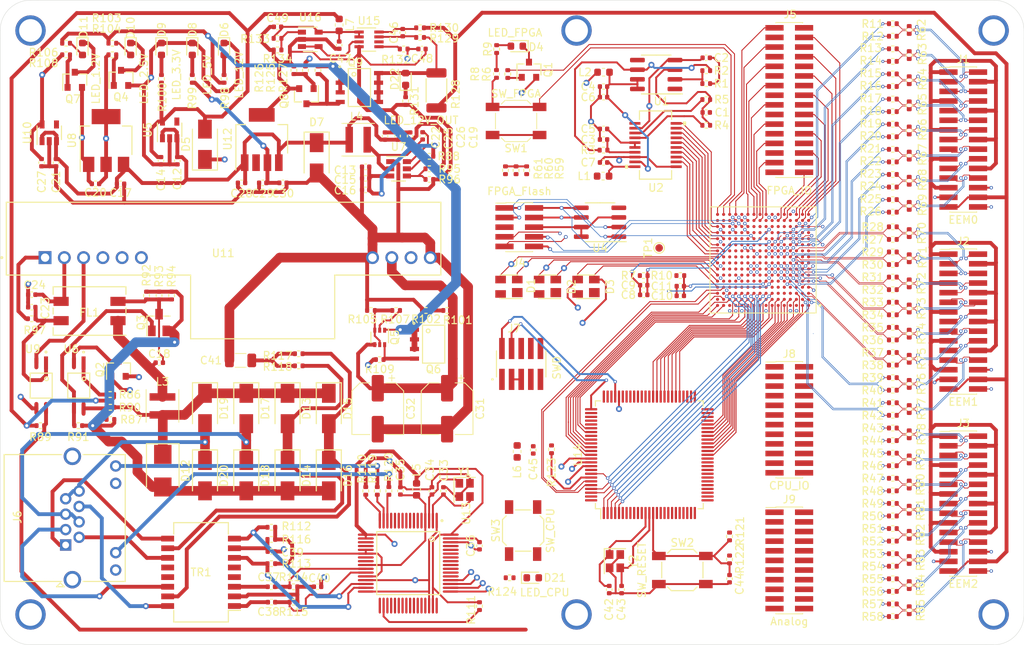
<source format=kicad_pcb>
(kicad_pcb (version 20171130) (host pcbnew 5.1.10-88a1d61d58~88~ubuntu20.04.1)

  (general
    (thickness 1.6)
    (drawings 16)
    (tracks 3106)
    (zones 0)
    (modules 254)
    (nets 306)
  )

  (page A4)
  (layers
    (0 F.Cu signal)
    (1 In1.Cu signal)
    (2 In2.Cu power)
    (31 B.Cu signal)
    (32 B.Adhes user)
    (33 F.Adhes user)
    (34 B.Paste user)
    (35 F.Paste user)
    (36 B.SilkS user)
    (37 F.SilkS user)
    (38 B.Mask user)
    (39 F.Mask user)
    (40 Dwgs.User user)
    (41 Cmts.User user)
    (42 Eco1.User user)
    (43 Eco2.User user)
    (44 Edge.Cuts user)
    (45 Margin user)
    (46 B.CrtYd user)
    (47 F.CrtYd user)
    (48 B.Fab user)
    (49 F.Fab user)
  )

  (setup
    (last_trace_width 0.254)
    (user_trace_width 0.0889)
    (user_trace_width 0.1016)
    (user_trace_width 0.127)
    (user_trace_width 0.254)
    (user_trace_width 0.508)
    (user_trace_width 0.762)
    (user_trace_width 1.016)
    (user_trace_width 1.27)
    (trace_clearance 0.0889)
    (zone_clearance 0.508)
    (zone_45_only no)
    (trace_min 0.0889)
    (via_size 0.8)
    (via_drill 0.4)
    (via_min_size 0.4)
    (via_min_drill 0.2)
    (user_via 0.4 0.2)
    (user_via 0.45 0.25)
    (user_via 0.5 0.3)
    (user_via 4.199999 4)
    (uvia_size 0.3)
    (uvia_drill 0.1)
    (uvias_allowed no)
    (uvia_min_size 0.2)
    (uvia_min_drill 0.1)
    (edge_width 0.05)
    (segment_width 0.127)
    (pcb_text_width 0.3)
    (pcb_text_size 1.5 1.5)
    (mod_edge_width 0.1524)
    (mod_text_size 1.016 1.016)
    (mod_text_width 0.1524)
    (pad_size 1.524 1.524)
    (pad_drill 0.762)
    (pad_to_mask_clearance 0)
    (solder_mask_min_width 0.00254)
    (aux_axis_origin 0 0)
    (grid_origin 210 57)
    (visible_elements FFFFFF7F)
    (pcbplotparams
      (layerselection 0x010fc_ffffffff)
      (usegerberextensions false)
      (usegerberattributes true)
      (usegerberadvancedattributes true)
      (creategerberjobfile true)
      (excludeedgelayer true)
      (linewidth 0.100000)
      (plotframeref false)
      (viasonmask false)
      (mode 1)
      (useauxorigin false)
      (hpglpennumber 1)
      (hpglpenspeed 20)
      (hpglpendiameter 15.000000)
      (psnegative false)
      (psa4output false)
      (plotreference true)
      (plotvalue true)
      (plotinvisibletext false)
      (padsonsilk false)
      (subtractmaskfromsilk false)
      (outputformat 1)
      (mirror false)
      (drillshape 1)
      (scaleselection 1)
      (outputdirectory ""))
  )

  (net 0 "")
  (net 1 "Net-(C1-Pad1)")
  (net 2 GND)
  (net 3 "Net-(C2-Pad1)")
  (net 4 /HighSpeedADC/+5VA)
  (net 5 /FPGA/GNDPLL0)
  (net 6 /FPGA/VCCPLL0)
  (net 7 /FPGA/GNDPLL1)
  (net 8 /FPGA/VCCPLL1)
  (net 9 +12V_OUT)
  (net 10 /CurrentSenser/12V_CURRENT)
  (net 11 /Power/+6V5)
  (net 12 +12V)
  (net 13 +3V3)
  (net 14 "Net-(C24-Pad1)")
  (net 15 +2V5)
  (net 16 +1V2)
  (net 17 +5V)
  (net 18 "Net-(C38-Pad1)")
  (net 19 "Net-(C40-Pad1)")
  (net 20 "Net-(C41-Pad1)")
  (net 21 /Ethernet/+3V3A)
  (net 22 "Net-(C44-Pad2)")
  (net 23 "Net-(C46-Pad1)")
  (net 24 /MCU/+3V3A)
  (net 25 +3V3MP)
  (net 26 "Net-(D4-Pad2)")
  (net 27 "Net-(D4-Pad1)")
  (net 28 "Net-(D9-Pad2)")
  (net 29 "Net-(D10-Pad2)")
  (net 30 "Net-(D11-Pad2)")
  (net 31 "Net-(D13-Pad2)")
  (net 32 /Ethernet/POE_VC-)
  (net 33 /Ethernet/POE_VC+)
  (net 34 "Net-(D15-Pad2)")
  (net 35 "Net-(D17-Pad2)")
  (net 36 "Net-(D19-Pad2)")
  (net 37 "Net-(D21-Pad2)")
  (net 38 /FPGA_IO1)
  (net 39 /FPGA_IO3)
  (net 40 /FPGA_IO5)
  (net 41 /FPGA_IO7)
  (net 42 /FPGA_IO9)
  (net 43 /FPGA_IO11)
  (net 44 /FPGA_IO13)
  (net 45 /FPGA_IO15)
  (net 46 /FPGA_IO14)
  (net 47 /FPGA_IO12)
  (net 48 /FPGA_IO10)
  (net 49 /FPGA_IO8)
  (net 50 /FPGA_IO6)
  (net 51 /FPGA_IO4)
  (net 52 /FPGA_IO2)
  (net 53 /FPGA_IO0)
  (net 54 /MCU/CPU_SWCLK)
  (net 55 /MCU/CPU_SWDIO)
  (net 56 /MCU/CPU_UART4_TX)
  (net 57 /MCU/CPU_UART4_RX)
  (net 58 /MCU/CPU_PWM_CH1)
  (net 59 /MCU/CPU_PWM_CH2)
  (net 60 /MCU/CPU_PWM_CH3)
  (net 61 /MCU/CPU_PWM_CH4)
  (net 62 /MCU/CPU_IIC2_SDA)
  (net 63 /MCU/CPU_IIC2_SCL)
  (net 64 /MCU/CPU_UART1_RX)
  (net 65 /MCU/CPU_UART1_TX)
  (net 66 /MCU/CPU_SPI2_MOSI)
  (net 67 /MCU/CPU_SPI2_MISO)
  (net 68 /MCU/CPU_SPI2_SCK)
  (net 69 /MCU/CPU_SPI2_CS)
  (net 70 /MCU/CPU_DAC1)
  (net 71 /MCU/CPU_DAC0)
  (net 72 /MCU/CPU_ADC7)
  (net 73 /MCU/CPU_ADC6)
  (net 74 /MCU/CPU_ADC5)
  (net 75 /MCU/CPU_ADC4)
  (net 76 /MCU/CPU_ADC3)
  (net 77 /MCU/CPU_ADC2)
  (net 78 /MCU/CPU_ADC1)
  (net 79 /MCU/CPU_ADC0)
  (net 80 /CurrentSenser/12V_SW)
  (net 81 "Net-(Q1-Pad1)")
  (net 82 "Net-(Q2-Pad3)")
  (net 83 /MCU/CPU_RESET)
  (net 84 "Net-(Q7-Pad1)")
  (net 85 "Net-(R1-Pad1)")
  (net 86 "Net-(R2-Pad1)")
  (net 87 "Net-(R4-Pad1)")
  (net 88 "Net-(R5-Pad2)")
  (net 89 /MCU/CPU_POE_AT_EVENT)
  (net 90 /MCU/CPU_POE_SRC_STATUS)
  (net 91 /Ethernet/RJ45_LED_G)
  (net 92 /Ethernet/RJ45_LED_Y)
  (net 93 "Net-(TP1-Pad1)")
  (net 94 "Net-(C3-Pad1)")
  (net 95 /CurrentSenser/+3V3A)
  (net 96 /EEM0_IIC_SCL)
  (net 97 /EEM0_IIC_SDA)
  (net 98 /EEM1_IIC_SCL)
  (net 99 /EEM1_IIC_SDA)
  (net 100 /EEM2_IIC_SCL)
  (net 101 /EEM2_IIC_SDA)
  (net 102 /EEM0_7_N)
  (net 103 /EEM0_6_P)
  (net 104 /EEM0_5_N)
  (net 105 /EEM0_4_P)
  (net 106 /EEM0_3_N)
  (net 107 /EEM0_2_P)
  (net 108 /EEM0_1_N)
  (net 109 /EEM0_0_P)
  (net 110 /EEM0_7_P)
  (net 111 /EEM0_6_N)
  (net 112 /EEM0_5_P)
  (net 113 /EEM0_4_N)
  (net 114 /EEM0_3_P)
  (net 115 /EEM0_2_N)
  (net 116 /EEM0_1_P)
  (net 117 /EEM0_0_N)
  (net 118 /EEM1_7_N)
  (net 119 /EEM1_6_P)
  (net 120 /EEM1_5_N)
  (net 121 /EEM1_4_P)
  (net 122 /EEM1_3_N)
  (net 123 /EEM1_2_P)
  (net 124 /EEM1_1_N)
  (net 125 /EEM1_0_P)
  (net 126 /EEM1_7_P)
  (net 127 /EEM1_6_N)
  (net 128 /EEM1_5_P)
  (net 129 /EEM1_4_N)
  (net 130 /EEM1_3_P)
  (net 131 /EEM1_2_N)
  (net 132 /EEM1_1_P)
  (net 133 /EEM1_0_N)
  (net 134 /EEM2_7_N)
  (net 135 /EEM2_6_P)
  (net 136 /EEM2_5_N)
  (net 137 /EEM2_4_P)
  (net 138 /EEM2_3_N)
  (net 139 /EEM2_2_P)
  (net 140 /EEM2_1_N)
  (net 141 /EEM2_0_P)
  (net 142 /EEM2_7_P)
  (net 143 /EEM2_6_N)
  (net 144 /EEM2_5_P)
  (net 145 /EEM2_4_N)
  (net 146 /EEM2_3_P)
  (net 147 /EEM2_2_N)
  (net 148 /EEM2_1_P)
  (net 149 /EEM2_0_N)
  (net 150 /CDONE)
  (net 151 /CRESET)
  (net 152 /SPI_CS)
  (net 153 /ENC_INT)
  (net 154 /ADC_D0)
  (net 155 /ADC_D1)
  (net 156 /ADC_D2)
  (net 157 /ADC_D3)
  (net 158 /ADC_D4)
  (net 159 /ADC_D5)
  (net 160 /ADC_D6)
  (net 161 /ADC_D7)
  (net 162 /ADC_CLK)
  (net 163 /FSMC_CLK)
  (net 164 /FSMC_D15)
  (net 165 /FSMC_D9)
  (net 166 /FSMC_D10)
  (net 167 /FSMC_D0)
  (net 168 /FSMC_A7)
  (net 169 /FSMC_NL)
  (net 170 /FSMC_NBL0)
  (net 171 /FSMC_D6)
  (net 172 /FSMC_D7)
  (net 173 /FSMC_D5)
  (net 174 /FSMC_D1)
  (net 175 /FSMC_A3)
  (net 176 /FSMC_A1)
  (net 177 /FSMC_NWAIT)
  (net 178 /FSMC_NOE)
  (net 179 /FSMC_D12)
  (net 180 /FSMC_D8)
  (net 181 /FSMC_D3)
  (net 182 /FSMC_A4)
  (net 183 /FSMC_A6)
  (net 184 /FSMC_A0)
  (net 185 /FSMC_NBL1)
  (net 186 /FSMC_D14)
  (net 187 /FSMC_D11)
  (net 188 /FSMC_D4)
  (net 189 /FSMC_A2)
  (net 190 /FSMC_D13)
  (net 191 /FSMC_D2)
  (net 192 /FSMC_A5)
  (net 193 /FSMC_NE1)
  (net 194 /FSMC_NWE)
  (net 195 /CSBSEL0)
  (net 196 /SPI_MOSI)
  (net 197 /SPI_MISO)
  (net 198 /CSBSEL1)
  (net 199 /SPI_SCK)
  (net 200 /SPI_ENC_CS)
  (net 201 "Net-(C5-Pad2)")
  (net 202 "Net-(C7-Pad2)")
  (net 203 "Net-(C18-Pad2)")
  (net 204 "Net-(C18-Pad1)")
  (net 205 "Net-(C19-Pad2)")
  (net 206 "Net-(C19-Pad1)")
  (net 207 "Net-(C23-Pad2)")
  (net 208 "Net-(C31-Pad1)")
  (net 209 "Net-(C33-Pad1)")
  (net 210 "Net-(C34-Pad1)")
  (net 211 "Net-(C36-Pad2)")
  (net 212 "Net-(C37-Pad2)")
  (net 213 "Net-(C37-Pad1)")
  (net 214 "Net-(C38-Pad2)")
  (net 215 "Net-(C39-Pad1)")
  (net 216 "Net-(C42-Pad1)")
  (net 217 "Net-(C43-Pad1)")
  (net 218 "Net-(D6-Pad2)")
  (net 219 "Net-(D8-Pad2)")
  (net 220 "Net-(D10-Pad1)")
  (net 221 "Net-(D11-Pad1)")
  (net 222 "Net-(D21-Pad1)")
  (net 223 "Net-(D22-Pad1)")
  (net 224 "Net-(Q3-Pad1)")
  (net 225 "Net-(Q4-Pad1)")
  (net 226 "Net-(Q5-Pad6)")
  (net 227 "Net-(Q5-Pad2)")
  (net 228 "Net-(Q5-Pad3)")
  (net 229 "Net-(Q8-Pad3)")
  (net 230 "Net-(Q8-Pad1)")
  (net 231 "Net-(R87-Pad1)")
  (net 232 "Net-(R132-Pad2)")
  (net 233 "Net-(U11-Pad3)")
  (net 234 "Net-(U15-Pad3)")
  (net 235 "Net-(C46-Pad2)")
  (net 236 "Net-(D22-Pad2)")
  (net 237 HSADC_IN)
  (net 238 "Net-(J6-Pad12)")
  (net 239 "Net-(J6-Pad10)")
  (net 240 "Net-(J6-Pad6)")
  (net 241 "Net-(J6-Pad2)")
  (net 242 "Net-(J6-Pad3)")
  (net 243 "Net-(J6-Pad1)")
  (net 244 "Net-(R86-Pad2)")
  (net 245 "Net-(R88-Pad1)")
  (net 246 "Net-(R95-Pad1)")
  (net 247 "Net-(R97-Pad2)")
  (net 248 "Net-(R110-Pad1)")
  (net 249 "Net-(R112-Pad1)")
  (net 250 "Net-(R113-Pad2)")
  (net 251 "Net-(R123-Pad1)")
  (net 252 "Net-(R133-Pad2)")
  (net 253 "Net-(SW3-Pad2)")
  (net 254 /FPGA/LVDS0_0_P)
  (net 255 /FPGA/LVDS0_0_N)
  (net 256 /FPGA/LVDS0_1_P)
  (net 257 /FPGA/LVDS0_1_N)
  (net 258 /FPGA/LVDS0_2_P)
  (net 259 /FPGA/LVDS0_2_N)
  (net 260 /FPGA/LVDS0_3_P)
  (net 261 /FPGA/LVDS0_3_N)
  (net 262 /FPGA/LVDS0_4_P)
  (net 263 /FPGA/LVDS0_4_N)
  (net 264 /FPGA/LVDS0_5_P)
  (net 265 /FPGA/LVDS0_5_N)
  (net 266 /FPGA/LVDS0_6_P)
  (net 267 /FPGA/LVDS0_6_N)
  (net 268 /FPGA/LVDS0_7_P)
  (net 269 /FPGA/LVDS0_7_N)
  (net 270 /FPGA/LVDS1_0_P)
  (net 271 /FPGA/LVDS1_0_N)
  (net 272 /FPGA/LVDS1_1_P)
  (net 273 /FPGA/LVDS1_1_N)
  (net 274 /FPGA/LVDS1_2_P)
  (net 275 /FPGA/LVDS1_2_N)
  (net 276 /FPGA/LVDS1_3_P)
  (net 277 /FPGA/LVDS1_3_N)
  (net 278 /FPGA/LVDS1_4_P)
  (net 279 /FPGA/LVDS1_4_N)
  (net 280 /FPGA/LVDS1_5_P)
  (net 281 /FPGA/LVDS1_5_N)
  (net 282 /FPGA/LVDS1_6_P)
  (net 283 /FPGA/LVDS1_6_N)
  (net 284 /FPGA/LVDS1_7_P)
  (net 285 /FPGA/LVDS1_7_N)
  (net 286 /FPGA/LVDS2_0_P)
  (net 287 /FPGA/LVDS2_0_N)
  (net 288 /FPGA/LVDS2_1_P)
  (net 289 /FPGA/LVDS2_1_N)
  (net 290 /FPGA/LVDS2_2_P)
  (net 291 /FPGA/LVDS2_2_N)
  (net 292 /FPGA/LVDS2_3_P)
  (net 293 /FPGA/LVDS2_3_N)
  (net 294 /FPGA/LVDS2_4_P)
  (net 295 /FPGA/LVDS2_4_N)
  (net 296 /FPGA/LVDS2_5_P)
  (net 297 /FPGA/LVDS2_5_N)
  (net 298 /FPGA/LVDS2_6_P)
  (net 299 /FPGA/LVDS2_6_N)
  (net 300 /FPGA/LVDS2_7_P)
  (net 301 /FPGA/LVDS2_7_N)
  (net 302 /FPGA/FPGA_LED)
  (net 303 /FPGA/FPGA_KEY)
  (net 304 /IIC_SCL)
  (net 305 /IIC_SDA)

  (net_class Default "This is the default net class."
    (clearance 0.0889)
    (trace_width 0.25)
    (via_dia 0.8)
    (via_drill 0.4)
    (uvia_dia 0.3)
    (uvia_drill 0.1)
    (diff_pair_width 0.0889)
    (diff_pair_gap 0.1016)
    (add_net +12V)
    (add_net +12V_OUT)
    (add_net +1V2)
    (add_net +2V5)
    (add_net +3V3)
    (add_net +3V3MP)
    (add_net +5V)
    (add_net /ADC_CLK)
    (add_net /ADC_D0)
    (add_net /ADC_D1)
    (add_net /ADC_D2)
    (add_net /ADC_D3)
    (add_net /ADC_D4)
    (add_net /ADC_D5)
    (add_net /ADC_D6)
    (add_net /ADC_D7)
    (add_net /CDONE)
    (add_net /CRESET)
    (add_net /CSBSEL0)
    (add_net /CSBSEL1)
    (add_net /CurrentSenser/+3V3A)
    (add_net /CurrentSenser/12V_CURRENT)
    (add_net /CurrentSenser/12V_SW)
    (add_net /EEM0_0_N)
    (add_net /EEM0_0_P)
    (add_net /EEM0_1_N)
    (add_net /EEM0_1_P)
    (add_net /EEM0_2_N)
    (add_net /EEM0_2_P)
    (add_net /EEM0_3_N)
    (add_net /EEM0_3_P)
    (add_net /EEM0_4_N)
    (add_net /EEM0_4_P)
    (add_net /EEM0_5_N)
    (add_net /EEM0_5_P)
    (add_net /EEM0_6_N)
    (add_net /EEM0_6_P)
    (add_net /EEM0_7_N)
    (add_net /EEM0_7_P)
    (add_net /EEM0_IIC_SCL)
    (add_net /EEM0_IIC_SDA)
    (add_net /EEM1_0_N)
    (add_net /EEM1_0_P)
    (add_net /EEM1_1_N)
    (add_net /EEM1_1_P)
    (add_net /EEM1_2_N)
    (add_net /EEM1_2_P)
    (add_net /EEM1_3_N)
    (add_net /EEM1_3_P)
    (add_net /EEM1_4_N)
    (add_net /EEM1_4_P)
    (add_net /EEM1_5_N)
    (add_net /EEM1_5_P)
    (add_net /EEM1_6_N)
    (add_net /EEM1_6_P)
    (add_net /EEM1_7_N)
    (add_net /EEM1_7_P)
    (add_net /EEM1_IIC_SCL)
    (add_net /EEM1_IIC_SDA)
    (add_net /EEM2_0_N)
    (add_net /EEM2_0_P)
    (add_net /EEM2_1_N)
    (add_net /EEM2_1_P)
    (add_net /EEM2_2_N)
    (add_net /EEM2_2_P)
    (add_net /EEM2_3_N)
    (add_net /EEM2_3_P)
    (add_net /EEM2_4_N)
    (add_net /EEM2_4_P)
    (add_net /EEM2_5_N)
    (add_net /EEM2_5_P)
    (add_net /EEM2_6_N)
    (add_net /EEM2_6_P)
    (add_net /EEM2_7_N)
    (add_net /EEM2_7_P)
    (add_net /EEM2_IIC_SCL)
    (add_net /EEM2_IIC_SDA)
    (add_net /ENC_INT)
    (add_net /Ethernet/+3V3A)
    (add_net /Ethernet/POE_VC+)
    (add_net /Ethernet/POE_VC-)
    (add_net /Ethernet/RJ45_LED_G)
    (add_net /Ethernet/RJ45_LED_Y)
    (add_net /FPGA/FPGA_KEY)
    (add_net /FPGA/FPGA_LED)
    (add_net /FPGA/GNDPLL0)
    (add_net /FPGA/GNDPLL1)
    (add_net /FPGA/LVDS0_0_N)
    (add_net /FPGA/LVDS0_0_P)
    (add_net /FPGA/LVDS0_1_N)
    (add_net /FPGA/LVDS0_1_P)
    (add_net /FPGA/LVDS0_2_N)
    (add_net /FPGA/LVDS0_2_P)
    (add_net /FPGA/LVDS0_3_N)
    (add_net /FPGA/LVDS0_3_P)
    (add_net /FPGA/LVDS0_4_N)
    (add_net /FPGA/LVDS0_4_P)
    (add_net /FPGA/LVDS0_5_N)
    (add_net /FPGA/LVDS0_5_P)
    (add_net /FPGA/LVDS0_6_N)
    (add_net /FPGA/LVDS0_6_P)
    (add_net /FPGA/LVDS0_7_N)
    (add_net /FPGA/LVDS0_7_P)
    (add_net /FPGA/LVDS1_0_N)
    (add_net /FPGA/LVDS1_0_P)
    (add_net /FPGA/LVDS1_1_N)
    (add_net /FPGA/LVDS1_1_P)
    (add_net /FPGA/LVDS1_2_N)
    (add_net /FPGA/LVDS1_2_P)
    (add_net /FPGA/LVDS1_3_N)
    (add_net /FPGA/LVDS1_3_P)
    (add_net /FPGA/LVDS1_4_N)
    (add_net /FPGA/LVDS1_4_P)
    (add_net /FPGA/LVDS1_5_N)
    (add_net /FPGA/LVDS1_5_P)
    (add_net /FPGA/LVDS1_6_N)
    (add_net /FPGA/LVDS1_6_P)
    (add_net /FPGA/LVDS1_7_N)
    (add_net /FPGA/LVDS1_7_P)
    (add_net /FPGA/LVDS2_0_N)
    (add_net /FPGA/LVDS2_0_P)
    (add_net /FPGA/LVDS2_1_N)
    (add_net /FPGA/LVDS2_1_P)
    (add_net /FPGA/LVDS2_2_N)
    (add_net /FPGA/LVDS2_2_P)
    (add_net /FPGA/LVDS2_3_N)
    (add_net /FPGA/LVDS2_3_P)
    (add_net /FPGA/LVDS2_4_N)
    (add_net /FPGA/LVDS2_4_P)
    (add_net /FPGA/LVDS2_5_N)
    (add_net /FPGA/LVDS2_5_P)
    (add_net /FPGA/LVDS2_6_N)
    (add_net /FPGA/LVDS2_6_P)
    (add_net /FPGA/LVDS2_7_N)
    (add_net /FPGA/LVDS2_7_P)
    (add_net /FPGA/VCCPLL0)
    (add_net /FPGA/VCCPLL1)
    (add_net /FPGA_IO0)
    (add_net /FPGA_IO1)
    (add_net /FPGA_IO10)
    (add_net /FPGA_IO11)
    (add_net /FPGA_IO12)
    (add_net /FPGA_IO13)
    (add_net /FPGA_IO14)
    (add_net /FPGA_IO15)
    (add_net /FPGA_IO2)
    (add_net /FPGA_IO3)
    (add_net /FPGA_IO4)
    (add_net /FPGA_IO5)
    (add_net /FPGA_IO6)
    (add_net /FPGA_IO7)
    (add_net /FPGA_IO8)
    (add_net /FPGA_IO9)
    (add_net /FSMC_A0)
    (add_net /FSMC_A1)
    (add_net /FSMC_A2)
    (add_net /FSMC_A3)
    (add_net /FSMC_A4)
    (add_net /FSMC_A5)
    (add_net /FSMC_A6)
    (add_net /FSMC_A7)
    (add_net /FSMC_CLK)
    (add_net /FSMC_D0)
    (add_net /FSMC_D1)
    (add_net /FSMC_D10)
    (add_net /FSMC_D11)
    (add_net /FSMC_D12)
    (add_net /FSMC_D13)
    (add_net /FSMC_D14)
    (add_net /FSMC_D15)
    (add_net /FSMC_D2)
    (add_net /FSMC_D3)
    (add_net /FSMC_D4)
    (add_net /FSMC_D5)
    (add_net /FSMC_D6)
    (add_net /FSMC_D7)
    (add_net /FSMC_D8)
    (add_net /FSMC_D9)
    (add_net /FSMC_NBL0)
    (add_net /FSMC_NBL1)
    (add_net /FSMC_NE1)
    (add_net /FSMC_NL)
    (add_net /FSMC_NOE)
    (add_net /FSMC_NWAIT)
    (add_net /FSMC_NWE)
    (add_net /HighSpeedADC/+5VA)
    (add_net /IIC_SCL)
    (add_net /IIC_SDA)
    (add_net /MCU/+3V3A)
    (add_net /MCU/CPU_ADC0)
    (add_net /MCU/CPU_ADC1)
    (add_net /MCU/CPU_ADC2)
    (add_net /MCU/CPU_ADC3)
    (add_net /MCU/CPU_ADC4)
    (add_net /MCU/CPU_ADC5)
    (add_net /MCU/CPU_ADC6)
    (add_net /MCU/CPU_ADC7)
    (add_net /MCU/CPU_DAC0)
    (add_net /MCU/CPU_DAC1)
    (add_net /MCU/CPU_IIC2_SCL)
    (add_net /MCU/CPU_IIC2_SDA)
    (add_net /MCU/CPU_POE_AT_EVENT)
    (add_net /MCU/CPU_POE_SRC_STATUS)
    (add_net /MCU/CPU_PWM_CH1)
    (add_net /MCU/CPU_PWM_CH2)
    (add_net /MCU/CPU_PWM_CH3)
    (add_net /MCU/CPU_PWM_CH4)
    (add_net /MCU/CPU_RESET)
    (add_net /MCU/CPU_SPI2_CS)
    (add_net /MCU/CPU_SPI2_MISO)
    (add_net /MCU/CPU_SPI2_MOSI)
    (add_net /MCU/CPU_SPI2_SCK)
    (add_net /MCU/CPU_SWCLK)
    (add_net /MCU/CPU_SWDIO)
    (add_net /MCU/CPU_UART1_RX)
    (add_net /MCU/CPU_UART1_TX)
    (add_net /MCU/CPU_UART4_RX)
    (add_net /MCU/CPU_UART4_TX)
    (add_net /Power/+6V5)
    (add_net /SPI_CS)
    (add_net /SPI_ENC_CS)
    (add_net /SPI_MISO)
    (add_net /SPI_MOSI)
    (add_net /SPI_SCK)
    (add_net GND)
    (add_net HSADC_IN)
    (add_net "Net-(C1-Pad1)")
    (add_net "Net-(C18-Pad1)")
    (add_net "Net-(C18-Pad2)")
    (add_net "Net-(C19-Pad1)")
    (add_net "Net-(C19-Pad2)")
    (add_net "Net-(C2-Pad1)")
    (add_net "Net-(C23-Pad2)")
    (add_net "Net-(C24-Pad1)")
    (add_net "Net-(C3-Pad1)")
    (add_net "Net-(C31-Pad1)")
    (add_net "Net-(C33-Pad1)")
    (add_net "Net-(C34-Pad1)")
    (add_net "Net-(C36-Pad2)")
    (add_net "Net-(C37-Pad1)")
    (add_net "Net-(C37-Pad2)")
    (add_net "Net-(C38-Pad1)")
    (add_net "Net-(C38-Pad2)")
    (add_net "Net-(C39-Pad1)")
    (add_net "Net-(C40-Pad1)")
    (add_net "Net-(C41-Pad1)")
    (add_net "Net-(C42-Pad1)")
    (add_net "Net-(C43-Pad1)")
    (add_net "Net-(C44-Pad2)")
    (add_net "Net-(C46-Pad1)")
    (add_net "Net-(C46-Pad2)")
    (add_net "Net-(C5-Pad2)")
    (add_net "Net-(C7-Pad2)")
    (add_net "Net-(D10-Pad1)")
    (add_net "Net-(D10-Pad2)")
    (add_net "Net-(D11-Pad1)")
    (add_net "Net-(D11-Pad2)")
    (add_net "Net-(D13-Pad2)")
    (add_net "Net-(D15-Pad2)")
    (add_net "Net-(D17-Pad2)")
    (add_net "Net-(D19-Pad2)")
    (add_net "Net-(D21-Pad1)")
    (add_net "Net-(D21-Pad2)")
    (add_net "Net-(D22-Pad1)")
    (add_net "Net-(D22-Pad2)")
    (add_net "Net-(D4-Pad1)")
    (add_net "Net-(D4-Pad2)")
    (add_net "Net-(D6-Pad2)")
    (add_net "Net-(D8-Pad2)")
    (add_net "Net-(D9-Pad2)")
    (add_net "Net-(J6-Pad1)")
    (add_net "Net-(J6-Pad10)")
    (add_net "Net-(J6-Pad12)")
    (add_net "Net-(J6-Pad2)")
    (add_net "Net-(J6-Pad3)")
    (add_net "Net-(J6-Pad6)")
    (add_net "Net-(J7-Pad06)")
    (add_net "Net-(J7-Pad07)")
    (add_net "Net-(J7-Pad08)")
    (add_net "Net-(J7-Pad09)")
    (add_net "Net-(J7-Pad10)")
    (add_net "Net-(Q1-Pad1)")
    (add_net "Net-(Q2-Pad3)")
    (add_net "Net-(Q3-Pad1)")
    (add_net "Net-(Q4-Pad1)")
    (add_net "Net-(Q5-Pad2)")
    (add_net "Net-(Q5-Pad3)")
    (add_net "Net-(Q5-Pad6)")
    (add_net "Net-(Q7-Pad1)")
    (add_net "Net-(Q8-Pad1)")
    (add_net "Net-(Q8-Pad3)")
    (add_net "Net-(R1-Pad1)")
    (add_net "Net-(R110-Pad1)")
    (add_net "Net-(R112-Pad1)")
    (add_net "Net-(R113-Pad2)")
    (add_net "Net-(R123-Pad1)")
    (add_net "Net-(R132-Pad2)")
    (add_net "Net-(R133-Pad2)")
    (add_net "Net-(R2-Pad1)")
    (add_net "Net-(R4-Pad1)")
    (add_net "Net-(R5-Pad2)")
    (add_net "Net-(R86-Pad2)")
    (add_net "Net-(R87-Pad1)")
    (add_net "Net-(R88-Pad1)")
    (add_net "Net-(R95-Pad1)")
    (add_net "Net-(R97-Pad2)")
    (add_net "Net-(SW3-Pad2)")
    (add_net "Net-(TP1-Pad1)")
    (add_net "Net-(U1-Pad1)")
    (add_net "Net-(U1-Pad5)")
    (add_net "Net-(U10-Pad4)")
    (add_net "Net-(U11-Pad3)")
    (add_net "Net-(U11-Pad4)")
    (add_net "Net-(U11-Pad5)")
    (add_net "Net-(U11-Pad6)")
    (add_net "Net-(U11-Pad9)")
    (add_net "Net-(U12-Pad2)")
    (add_net "Net-(U13-Pad10)")
    (add_net "Net-(U13-Pad11)")
    (add_net "Net-(U13-Pad12)")
    (add_net "Net-(U13-Pad13)")
    (add_net "Net-(U13-Pad19)")
    (add_net "Net-(U13-Pad20)")
    (add_net "Net-(U13-Pad33)")
    (add_net "Net-(U13-Pad35)")
    (add_net "Net-(U13-Pad36)")
    (add_net "Net-(U13-Pad37)")
    (add_net "Net-(U13-Pad38)")
    (add_net "Net-(U13-Pad39)")
    (add_net "Net-(U13-Pad40)")
    (add_net "Net-(U13-Pad41)")
    (add_net "Net-(U13-Pad42)")
    (add_net "Net-(U13-Pad43)")
    (add_net "Net-(U13-Pad44)")
    (add_net "Net-(U13-Pad45)")
    (add_net "Net-(U13-Pad48)")
    (add_net "Net-(U13-Pad5)")
    (add_net "Net-(U13-Pad53)")
    (add_net "Net-(U13-Pad54)")
    (add_net "Net-(U13-Pad55)")
    (add_net "Net-(U13-Pad56)")
    (add_net "Net-(U13-Pad57)")
    (add_net "Net-(U13-Pad58)")
    (add_net "Net-(U13-Pad59)")
    (add_net "Net-(U13-Pad6)")
    (add_net "Net-(U13-Pad60)")
    (add_net "Net-(U13-Pad61)")
    (add_net "Net-(U13-Pad7)")
    (add_net "Net-(U13-Pad8)")
    (add_net "Net-(U13-Pad9)")
    (add_net "Net-(U14-Pad17)")
    (add_net "Net-(U14-Pad18)")
    (add_net "Net-(U14-Pad73)")
    (add_net "Net-(U14-Pad83)")
    (add_net "Net-(U14-Pad92)")
    (add_net "Net-(U15-Pad3)")
    (add_net "Net-(U15-Pad6)")
    (add_net "Net-(U3-PadB16)")
    (add_net "Net-(U3-PadC4)")
    (add_net "Net-(U3-PadC5)")
    (add_net "Net-(U3-PadC6)")
    (add_net "Net-(U3-PadD10)")
    (add_net "Net-(U3-PadD11)")
    (add_net "Net-(U3-PadD13)")
    (add_net "Net-(U3-PadD14)")
    (add_net "Net-(U3-PadD3)")
    (add_net "Net-(U3-PadD4)")
    (add_net "Net-(U3-PadD5)")
    (add_net "Net-(U3-PadD6)")
    (add_net "Net-(U3-PadD7)")
    (add_net "Net-(U3-PadD8)")
    (add_net "Net-(U3-PadD9)")
    (add_net "Net-(U3-PadE10)")
    (add_net "Net-(U3-PadE11)")
    (add_net "Net-(U3-PadE13)")
    (add_net "Net-(U3-PadE14)")
    (add_net "Net-(U3-PadE5)")
    (add_net "Net-(U3-PadE6)")
    (add_net "Net-(U3-PadE9)")
    (add_net "Net-(U3-PadF11)")
    (add_net "Net-(U3-PadF12)")
    (add_net "Net-(U3-PadF13)")
    (add_net "Net-(U3-PadF14)")
    (add_net "Net-(U3-PadF15)")
    (add_net "Net-(U3-PadF7)")
    (add_net "Net-(U3-PadF9)")
    (add_net "Net-(U3-PadG10)")
    (add_net "Net-(U3-PadG11)")
    (add_net "Net-(U3-PadG12)")
    (add_net "Net-(U3-PadG13)")
    (add_net "Net-(U3-PadG14)")
    (add_net "Net-(U3-PadG15)")
    (add_net "Net-(U3-PadH11)")
    (add_net "Net-(U3-PadH12)")
    (add_net "Net-(U3-PadH13)")
    (add_net "Net-(U3-PadH14)")
    (add_net "Net-(U3-PadJ10)")
    (add_net "Net-(U3-PadJ11)")
    (add_net "Net-(U3-PadJ12)")
    (add_net "Net-(U3-PadJ13)")
    (add_net "Net-(U3-PadJ14)")
    (add_net "Net-(U3-PadK12)")
    (add_net "Net-(U3-PadK13)")
    (add_net "Net-(U3-PadK14)")
    (add_net "Net-(U3-PadK9)")
    (add_net "Net-(U3-PadL10)")
    (add_net "Net-(U3-PadL11)")
    (add_net "Net-(U3-PadL12)")
    (add_net "Net-(U3-PadL13)")
    (add_net "Net-(U3-PadL14)")
    (add_net "Net-(U3-PadL5)")
    (add_net "Net-(U3-PadL9)")
    (add_net "Net-(U3-PadM11)")
    (add_net "Net-(U3-PadM12)")
    (add_net "Net-(U3-PadM13)")
    (add_net "Net-(U3-PadM14)")
    (add_net "Net-(U3-PadM3)")
    (add_net "Net-(U3-PadM7)")
    (add_net "Net-(U3-PadM8)")
    (add_net "Net-(U3-PadM9)")
    (add_net "Net-(U3-PadN10)")
    (add_net "Net-(U3-PadN12)")
    (add_net "Net-(U3-PadN3)")
    (add_net "Net-(U3-PadN5)")
    (add_net "Net-(U3-PadN6)")
    (add_net "Net-(U3-PadN7)")
    (add_net "Net-(U3-PadN9)")
    (add_net "Net-(U3-PadP10)")
    (add_net "Net-(U3-PadP14)")
    (add_net "Net-(U3-PadP4)")
    (add_net "Net-(U3-PadP5)")
    (add_net "Net-(U3-PadP6)")
    (add_net "Net-(U3-PadP7)")
    (add_net "Net-(U3-PadP8)")
    (add_net "Net-(U3-PadP9)")
    (add_net "Net-(U3-PadR14)")
    (add_net "Net-(U3-PadR15)")
    (add_net "Net-(U3-PadR16)")
    (add_net "Net-(U3-PadR4)")
    (add_net "Net-(U3-PadT6)")
    (add_net "Net-(U5-Pad4)")
  )

  (module Capacitor_SMD:C_0402_1005Metric (layer F.Cu) (tedit 5F68FEEE) (tstamp 60D13E4F)
    (at 159.31 130.718 270)
    (descr "Capacitor SMD 0402 (1005 Metric), square (rectangular) end terminal, IPC_7351 nominal, (Body size source: IPC-SM-782 page 76, https://www.pcb-3d.com/wordpress/wp-content/uploads/ipc-sm-782a_amendment_1_and_2.pdf), generated with kicad-footprint-generator")
    (tags capacitor)
    (path /60C2FDBB/618C8494)
    (attr smd)
    (fp_text reference C42 (at 2.63 0.03 90) (layer F.SilkS)
      (effects (font (size 1.016 1.016) (thickness 0.1524)))
    )
    (fp_text value 22pF (at 0 1.16 90) (layer F.SilkS) hide
      (effects (font (size 1 1) (thickness 0.15)))
    )
    (fp_line (start 0.91 0.46) (end -0.91 0.46) (layer F.CrtYd) (width 0.05))
    (fp_line (start 0.91 -0.46) (end 0.91 0.46) (layer F.CrtYd) (width 0.05))
    (fp_line (start -0.91 -0.46) (end 0.91 -0.46) (layer F.CrtYd) (width 0.05))
    (fp_line (start -0.91 0.46) (end -0.91 -0.46) (layer F.CrtYd) (width 0.05))
    (fp_line (start -0.107836 0.36) (end 0.107836 0.36) (layer F.SilkS) (width 0.1524))
    (fp_line (start -0.107836 -0.36) (end 0.107836 -0.36) (layer F.SilkS) (width 0.1524))
    (fp_line (start 0.5 0.25) (end -0.5 0.25) (layer F.Fab) (width 0.15))
    (fp_line (start 0.5 -0.25) (end 0.5 0.25) (layer F.Fab) (width 0.15))
    (fp_line (start -0.5 -0.25) (end 0.5 -0.25) (layer F.Fab) (width 0.15))
    (fp_line (start -0.5 0.25) (end -0.5 -0.25) (layer F.Fab) (width 0.15))
    (fp_text user %R (at 0 0 90) (layer F.Fab) hide
      (effects (font (size 1 1) (thickness 0.15)))
    )
    (pad 2 smd roundrect (at 0.48 0 270) (size 0.56 0.62) (layers F.Cu F.Paste F.Mask) (roundrect_rratio 0.25)
      (net 2 GND))
    (pad 1 smd roundrect (at -0.48 0 270) (size 0.56 0.62) (layers F.Cu F.Paste F.Mask) (roundrect_rratio 0.25)
      (net 216 "Net-(C42-Pad1)"))
    (model ${KISYS3DMOD}/Capacitor_SMD.3dshapes/C_0402_1005Metric.wrl
      (at (xyz 0 0 0))
      (scale (xyz 1 1 1))
      (rotate (xyz 0 0 0))
    )
  )

  (module TestAutomation:iCE40-BGA256C80P16X16_1400X1400X170 (layer F.Cu) (tedit 60D04091) (tstamp 60D2846B)
    (at 179.592 87.249 180)
    (path /60C0E996/623CB106)
    (clearance 0.05)
    (fp_text reference U3 (at -3.559775 -8.646615) (layer F.SilkS)
      (effects (font (size 1.001346 1.001346) (thickness 0.015)))
    )
    (fp_text value ICE40HX8K-CT256 (at 11.703105 8.648415) (layer F.Fab) hide
      (effects (font (size 1.001551 1.001551) (thickness 0.015)))
    )
    (fp_circle (center -7.5 -6) (end -7.4 -6) (layer F.SilkS) (width 0.2))
    (fp_circle (center -6 -6) (end -5.9 -6) (layer F.Fab) (width 0.2))
    (fp_line (start 7 7) (end -7 7) (layer F.Fab) (width 0.127))
    (fp_line (start 7 -7) (end -7 -7) (layer F.Fab) (width 0.127))
    (fp_line (start 7 7) (end -7 7) (layer F.SilkS) (width 0.127))
    (fp_line (start 7 -7) (end -7 -7) (layer F.SilkS) (width 0.127))
    (fp_line (start 7 7) (end 7 -7) (layer F.Fab) (width 0.127))
    (fp_line (start -7 7) (end -7 -7) (layer F.Fab) (width 0.127))
    (fp_line (start 7 7) (end 7 -7) (layer F.SilkS) (width 0.127))
    (fp_line (start -7 7) (end -7 -7) (layer F.SilkS) (width 0.127))
    (fp_line (start -7.25 7.25) (end 7.25 7.25) (layer F.CrtYd) (width 0.05))
    (fp_line (start -7.25 -7.25) (end 7.25 -7.25) (layer F.CrtYd) (width 0.05))
    (fp_line (start -7.25 7.25) (end -7.25 -7.25) (layer F.CrtYd) (width 0.05))
    (fp_line (start 7.25 7.25) (end 7.25 -7.25) (layer F.CrtYd) (width 0.05))
    (pad A1 smd circle (at -6 -6 180) (size 0.41 0.41) (layers F.Cu F.Paste F.Mask)
      (net 188 /FSMC_D4))
    (pad A2 smd circle (at -5.2 -6 180) (size 0.41 0.41) (layers F.Cu F.Paste F.Mask)
      (net 173 /FSMC_D5))
    (pad A3 smd circle (at -4.4 -6 180) (size 0.41 0.41) (layers F.Cu F.Paste F.Mask)
      (net 13 +3V3))
    (pad A4 smd circle (at -3.6 -6 180) (size 0.41 0.41) (layers F.Cu F.Paste F.Mask)
      (net 2 GND))
    (pad A5 smd circle (at -2.8 -6 180) (size 0.41 0.41) (layers F.Cu F.Paste F.Mask)
      (net 165 /FSMC_D9))
    (pad A6 smd circle (at -2 -6 180) (size 0.41 0.41) (layers F.Cu F.Paste F.Mask)
      (net 187 /FSMC_D11))
    (pad A7 smd circle (at -1.2 -6 180) (size 0.41 0.41) (layers F.Cu F.Paste F.Mask)
      (net 190 /FSMC_D13))
    (pad A8 smd circle (at -0.4 -6 180) (size 0.41 0.41) (layers F.Cu F.Paste F.Mask)
      (net 13 +3V3))
    (pad A9 smd circle (at 0.4 -6 180) (size 0.41 0.41) (layers F.Cu F.Paste F.Mask)
      (net 184 /FSMC_A0))
    (pad A10 smd circle (at 1.2 -6 180) (size 0.41 0.41) (layers F.Cu F.Paste F.Mask)
      (net 189 /FSMC_A2))
    (pad A11 smd circle (at 2 -6 180) (size 0.41 0.41) (layers F.Cu F.Paste F.Mask)
      (net 174 /FSMC_D1))
    (pad A12 smd circle (at 2.8 -6 180) (size 0.41 0.41) (layers F.Cu F.Paste F.Mask)
      (net 2 GND))
    (pad A13 smd circle (at 3.6 -6 180) (size 0.41 0.41) (layers F.Cu F.Paste F.Mask)
      (net 13 +3V3))
    (pad A14 smd circle (at 4.4 -6 180) (size 0.41 0.41) (layers F.Cu F.Paste F.Mask)
      (net 16 +1V2))
    (pad A15 smd circle (at 5.2 -6 180) (size 0.41 0.41) (layers F.Cu F.Paste F.Mask)
      (net 178 /FSMC_NOE))
    (pad A16 smd circle (at 6 -6 180) (size 0.41 0.41) (layers F.Cu F.Paste F.Mask)
      (net 194 /FSMC_NWE))
    (pad B1 smd circle (at -6 -5.2 180) (size 0.41 0.41) (layers F.Cu F.Paste F.Mask)
      (net 283 /FPGA/LVDS1_6_N))
    (pad B2 smd circle (at -5.2 -5.2 180) (size 0.41 0.41) (layers F.Cu F.Paste F.Mask)
      (net 285 /FPGA/LVDS1_7_N))
    (pad B3 smd circle (at -4.4 -5.2 180) (size 0.41 0.41) (layers F.Cu F.Paste F.Mask)
      (net 172 /FSMC_D7))
    (pad B4 smd circle (at -3.6 -5.2 180) (size 0.41 0.41) (layers F.Cu F.Paste F.Mask)
      (net 180 /FSMC_D8))
    (pad B5 smd circle (at -2.8 -5.2 180) (size 0.41 0.41) (layers F.Cu F.Paste F.Mask)
      (net 166 /FSMC_D10))
    (pad B6 smd circle (at -2 -5.2 180) (size 0.41 0.41) (layers F.Cu F.Paste F.Mask)
      (net 179 /FSMC_D12))
    (pad B7 smd circle (at -1.2 -5.2 180) (size 0.41 0.41) (layers F.Cu F.Paste F.Mask)
      (net 186 /FSMC_D14))
    (pad B8 smd circle (at -0.4 -5.2 180) (size 0.41 0.41) (layers F.Cu F.Paste F.Mask)
      (net 164 /FSMC_D15))
    (pad B9 smd circle (at 0.4 -5.2 180) (size 0.41 0.41) (layers F.Cu F.Paste F.Mask)
      (net 176 /FSMC_A1))
    (pad B10 smd circle (at 1.2 -5.2 180) (size 0.41 0.41) (layers F.Cu F.Paste F.Mask)
      (net 167 /FSMC_D0))
    (pad B11 smd circle (at 2 -5.2 180) (size 0.41 0.41) (layers F.Cu F.Paste F.Mask)
      (net 191 /FSMC_D2))
    (pad B12 smd circle (at 2.8 -5.2 180) (size 0.41 0.41) (layers F.Cu F.Paste F.Mask)
      (net 181 /FSMC_D3))
    (pad B13 smd circle (at 3.6 -5.2 180) (size 0.41 0.41) (layers F.Cu F.Paste F.Mask)
      (net 163 /FSMC_CLK))
    (pad B14 smd circle (at 4.4 -5.2 180) (size 0.41 0.41) (layers F.Cu F.Paste F.Mask)
      (net 177 /FSMC_NWAIT))
    (pad B15 smd circle (at 5.2 -5.2 180) (size 0.41 0.41) (layers F.Cu F.Paste F.Mask)
      (net 193 /FSMC_NE1))
    (pad B16 smd circle (at 6 -5.2 180) (size 0.41 0.41) (layers F.Cu F.Paste F.Mask))
    (pad C1 smd circle (at -6 -4.4 180) (size 0.41 0.41) (layers F.Cu F.Paste F.Mask)
      (net 280 /FPGA/LVDS1_5_P))
    (pad C2 smd circle (at -5.2 -4.4 180) (size 0.41 0.41) (layers F.Cu F.Paste F.Mask)
      (net 281 /FPGA/LVDS1_5_N))
    (pad C3 smd circle (at -4.4 -4.4 180) (size 0.41 0.41) (layers F.Cu F.Paste F.Mask)
      (net 171 /FSMC_D6))
    (pad C4 smd circle (at -3.6 -4.4 180) (size 0.41 0.41) (layers F.Cu F.Paste F.Mask))
    (pad C5 smd circle (at -2.8 -4.4 180) (size 0.41 0.41) (layers F.Cu F.Paste F.Mask))
    (pad C6 smd circle (at -2 -4.4 180) (size 0.41 0.41) (layers F.Cu F.Paste F.Mask))
    (pad C7 smd circle (at -1.2 -4.4 180) (size 0.41 0.41) (layers F.Cu F.Paste F.Mask)
      (net 183 /FSMC_A6))
    (pad C8 smd circle (at -0.4 -4.4 180) (size 0.41 0.41) (layers F.Cu F.Paste F.Mask)
      (net 192 /FSMC_A5))
    (pad C9 smd circle (at 0.4 -4.4 180) (size 0.41 0.41) (layers F.Cu F.Paste F.Mask)
      (net 182 /FSMC_A4))
    (pad C10 smd circle (at 1.2 -4.4 180) (size 0.41 0.41) (layers F.Cu F.Paste F.Mask)
      (net 175 /FSMC_A3))
    (pad C11 smd circle (at 2 -4.4 180) (size 0.41 0.41) (layers F.Cu F.Paste F.Mask)
      (net 168 /FSMC_A7))
    (pad C12 smd circle (at 2.8 -4.4 180) (size 0.41 0.41) (layers F.Cu F.Paste F.Mask)
      (net 185 /FSMC_NBL1))
    (pad C13 smd circle (at 3.6 -4.4 180) (size 0.41 0.41) (layers F.Cu F.Paste F.Mask)
      (net 170 /FSMC_NBL0))
    (pad C14 smd circle (at 4.4 -4.4 180) (size 0.41 0.41) (layers F.Cu F.Paste F.Mask)
      (net 169 /FSMC_NL))
    (pad C15 smd circle (at 5.2 -4.4 180) (size 0.41 0.41) (layers F.Cu F.Paste F.Mask)
      (net 13 +3V3))
    (pad C16 smd circle (at 6 -4.4 180) (size 0.41 0.41) (layers F.Cu F.Paste F.Mask)
      (net 305 /IIC_SDA))
    (pad D1 smd circle (at -6 -3.6 180) (size 0.41 0.41) (layers F.Cu F.Paste F.Mask)
      (net 301 /FPGA/LVDS2_7_N))
    (pad D2 smd circle (at -5.2 -3.6 180) (size 0.41 0.41) (layers F.Cu F.Paste F.Mask)
      (net 279 /FPGA/LVDS1_4_N))
    (pad D3 smd circle (at -4.4 -3.6 180) (size 0.41 0.41) (layers F.Cu F.Paste F.Mask))
    (pad D4 smd circle (at -3.6 -3.6 180) (size 0.41 0.41) (layers F.Cu F.Paste F.Mask))
    (pad D5 smd circle (at -2.8 -3.6 180) (size 0.41 0.41) (layers F.Cu F.Paste F.Mask))
    (pad D6 smd circle (at -2 -3.6 180) (size 0.41 0.41) (layers F.Cu F.Paste F.Mask))
    (pad D7 smd circle (at -1.2 -3.6 180) (size 0.41 0.41) (layers F.Cu F.Paste F.Mask))
    (pad D8 smd circle (at -0.4 -3.6 180) (size 0.41 0.41) (layers F.Cu F.Paste F.Mask))
    (pad D9 smd circle (at 0.4 -3.6 180) (size 0.41 0.41) (layers F.Cu F.Paste F.Mask))
    (pad D10 smd circle (at 1.2 -3.6 180) (size 0.41 0.41) (layers F.Cu F.Paste F.Mask))
    (pad D11 smd circle (at 2 -3.6 180) (size 0.41 0.41) (layers F.Cu F.Paste F.Mask))
    (pad D12 smd circle (at 2.8 -3.6 180) (size 0.41 0.41) (layers F.Cu F.Paste F.Mask)
      (net 93 "Net-(TP1-Pad1)"))
    (pad D13 smd circle (at 3.6 -3.6 180) (size 0.41 0.41) (layers F.Cu F.Paste F.Mask))
    (pad D14 smd circle (at 4.4 -3.6 180) (size 0.41 0.41) (layers F.Cu F.Paste F.Mask))
    (pad D15 smd circle (at 5.2 -3.6 180) (size 0.41 0.41) (layers F.Cu F.Paste F.Mask)
      (net 304 /IIC_SCL))
    (pad D16 smd circle (at 6 -3.6 180) (size 0.41 0.41) (layers F.Cu F.Paste F.Mask)
      (net 101 /EEM2_IIC_SDA))
    (pad E1 smd circle (at -6 -2.8 180) (size 0.41 0.41) (layers F.Cu F.Paste F.Mask)
      (net 15 +2V5))
    (pad E2 smd circle (at -5.2 -2.8 180) (size 0.41 0.41) (layers F.Cu F.Paste F.Mask)
      (net 297 /FPGA/LVDS2_5_N))
    (pad E3 smd circle (at -4.4 -2.8 180) (size 0.41 0.41) (layers F.Cu F.Paste F.Mask)
      (net 269 /FPGA/LVDS0_7_N))
    (pad E4 smd circle (at -3.6 -2.8 180) (size 0.41 0.41) (layers F.Cu F.Paste F.Mask)
      (net 284 /FPGA/LVDS1_7_P))
    (pad E5 smd circle (at -2.8 -2.8 180) (size 0.41 0.41) (layers F.Cu F.Paste F.Mask))
    (pad E6 smd circle (at -2 -2.8 180) (size 0.41 0.41) (layers F.Cu F.Paste F.Mask))
    (pad E7 smd circle (at -1.2 -2.8 180) (size 0.41 0.41) (layers F.Cu F.Paste F.Mask)
      (net 7 /FPGA/GNDPLL1))
    (pad E8 smd circle (at -0.4 -2.8 180) (size 0.41 0.41) (layers F.Cu F.Paste F.Mask)
      (net 8 /FPGA/VCCPLL1))
    (pad E9 smd circle (at 0.4 -2.8 180) (size 0.41 0.41) (layers F.Cu F.Paste F.Mask))
    (pad E10 smd circle (at 1.2 -2.8 180) (size 0.41 0.41) (layers F.Cu F.Paste F.Mask))
    (pad E11 smd circle (at 2 -2.8 180) (size 0.41 0.41) (layers F.Cu F.Paste F.Mask))
    (pad E12 smd circle (at 2.8 -2.8 180) (size 0.41 0.41) (layers F.Cu F.Paste F.Mask)
      (net 15 +2V5))
    (pad E13 smd circle (at 3.6 -2.8 180) (size 0.41 0.41) (layers F.Cu F.Paste F.Mask))
    (pad E14 smd circle (at 4.4 -2.8 180) (size 0.41 0.41) (layers F.Cu F.Paste F.Mask))
    (pad E15 smd circle (at 5.2 -2.8 180) (size 0.41 0.41) (layers F.Cu F.Paste F.Mask)
      (net 2 GND))
    (pad E16 smd circle (at 6 -2.8 180) (size 0.41 0.41) (layers F.Cu F.Paste F.Mask)
      (net 100 /EEM2_IIC_SCL))
    (pad F1 smd circle (at -6 -2 180) (size 0.41 0.41) (layers F.Cu F.Paste F.Mask)
      (net 277 /FPGA/LVDS1_3_N))
    (pad F2 smd circle (at -5.2 -2 180) (size 0.41 0.41) (layers F.Cu F.Paste F.Mask)
      (net 267 /FPGA/LVDS0_6_N))
    (pad F3 smd circle (at -4.4 -2 180) (size 0.41 0.41) (layers F.Cu F.Paste F.Mask)
      (net 299 /FPGA/LVDS2_6_N))
    (pad F4 smd circle (at -3.6 -2 180) (size 0.41 0.41) (layers F.Cu F.Paste F.Mask)
      (net 278 /FPGA/LVDS1_4_P))
    (pad F5 smd circle (at -2.8 -2 180) (size 0.41 0.41) (layers F.Cu F.Paste F.Mask)
      (net 282 /FPGA/LVDS1_6_P))
    (pad F6 smd circle (at -2 -2 180) (size 0.41 0.41) (layers F.Cu F.Paste F.Mask)
      (net 16 +1V2))
    (pad F7 smd circle (at -1.2 -2 180) (size 0.41 0.41) (layers F.Cu F.Paste F.Mask))
    (pad F8 smd circle (at -0.4 -2 180) (size 0.41 0.41) (layers F.Cu F.Paste F.Mask)
      (net 13 +3V3))
    (pad F9 smd circle (at 0.4 -2 180) (size 0.41 0.41) (layers F.Cu F.Paste F.Mask))
    (pad F10 smd circle (at 1.2 -2 180) (size 0.41 0.41) (layers F.Cu F.Paste F.Mask)
      (net 16 +1V2))
    (pad F11 smd circle (at 2 -2 180) (size 0.41 0.41) (layers F.Cu F.Paste F.Mask))
    (pad F12 smd circle (at 2.8 -2 180) (size 0.41 0.41) (layers F.Cu F.Paste F.Mask))
    (pad F13 smd circle (at 3.6 -2 180) (size 0.41 0.41) (layers F.Cu F.Paste F.Mask))
    (pad F14 smd circle (at 4.4 -2 180) (size 0.41 0.41) (layers F.Cu F.Paste F.Mask))
    (pad F15 smd circle (at 5.2 -2 180) (size 0.41 0.41) (layers F.Cu F.Paste F.Mask))
    (pad F16 smd circle (at 6 -2 180) (size 0.41 0.41) (layers F.Cu F.Paste F.Mask)
      (net 99 /EEM1_IIC_SDA))
    (pad G1 smd circle (at -6 -1.2 180) (size 0.41 0.41) (layers F.Cu F.Paste F.Mask)
      (net 295 /FPGA/LVDS2_4_N))
    (pad G2 smd circle (at -5.2 -1.2 180) (size 0.41 0.41) (layers F.Cu F.Paste F.Mask)
      (net 265 /FPGA/LVDS0_5_N))
    (pad G3 smd circle (at -4.4 -1.2 180) (size 0.41 0.41) (layers F.Cu F.Paste F.Mask)
      (net 298 /FPGA/LVDS2_6_P))
    (pad G4 smd circle (at -3.6 -1.2 180) (size 0.41 0.41) (layers F.Cu F.Paste F.Mask)
      (net 268 /FPGA/LVDS0_7_P))
    (pad G5 smd circle (at -2.8 -1.2 180) (size 0.41 0.41) (layers F.Cu F.Paste F.Mask)
      (net 300 /FPGA/LVDS2_7_P))
    (pad G6 smd circle (at -2 -1.2 180) (size 0.41 0.41) (layers F.Cu F.Paste F.Mask)
      (net 15 +2V5))
    (pad G7 smd circle (at -1.2 -1.2 180) (size 0.41 0.41) (layers F.Cu F.Paste F.Mask)
      (net 2 GND))
    (pad G8 smd circle (at -0.4 -1.2 180) (size 0.41 0.41) (layers F.Cu F.Paste F.Mask)
      (net 2 GND))
    (pad G9 smd circle (at 0.4 -1.2 180) (size 0.41 0.41) (layers F.Cu F.Paste F.Mask)
      (net 2 GND))
    (pad G10 smd circle (at 1.2 -1.2 180) (size 0.41 0.41) (layers F.Cu F.Paste F.Mask))
    (pad G11 smd circle (at 2 -1.2 180) (size 0.41 0.41) (layers F.Cu F.Paste F.Mask))
    (pad G12 smd circle (at 2.8 -1.2 180) (size 0.41 0.41) (layers F.Cu F.Paste F.Mask))
    (pad G13 smd circle (at 3.6 -1.2 180) (size 0.41 0.41) (layers F.Cu F.Paste F.Mask))
    (pad G14 smd circle (at 4.4 -1.2 180) (size 0.41 0.41) (layers F.Cu F.Paste F.Mask))
    (pad G15 smd circle (at 5.2 -1.2 180) (size 0.41 0.41) (layers F.Cu F.Paste F.Mask))
    (pad G16 smd circle (at 6 -1.2 180) (size 0.41 0.41) (layers F.Cu F.Paste F.Mask)
      (net 98 /EEM1_IIC_SCL))
    (pad H1 smd circle (at -6 -0.4 180) (size 0.41 0.41) (layers F.Cu F.Paste F.Mask)
      (net 275 /FPGA/LVDS1_2_N))
    (pad H2 smd circle (at -5.2 -0.4 180) (size 0.41 0.41) (layers F.Cu F.Paste F.Mask)
      (net 263 /FPGA/LVDS0_4_N))
    (pad H3 smd circle (at -4.4 -0.4 180) (size 0.41 0.41) (layers F.Cu F.Paste F.Mask)
      (net 266 /FPGA/LVDS0_6_P))
    (pad H4 smd circle (at -3.6 -0.4 180) (size 0.41 0.41) (layers F.Cu F.Paste F.Mask)
      (net 264 /FPGA/LVDS0_5_P))
    (pad H5 smd circle (at -2.8 -0.4 180) (size 0.41 0.41) (layers F.Cu F.Paste F.Mask)
      (net 296 /FPGA/LVDS2_5_P))
    (pad H6 smd circle (at -2 -0.4 180) (size 0.41 0.41) (layers F.Cu F.Paste F.Mask)
      (net 276 /FPGA/LVDS1_3_P))
    (pad H7 smd circle (at -1.2 -0.4 180) (size 0.41 0.41) (layers F.Cu F.Paste F.Mask)
      (net 2 GND))
    (pad H8 smd circle (at -0.4 -0.4 180) (size 0.41 0.41) (layers F.Cu F.Paste F.Mask)
      (net 2 GND))
    (pad H9 smd circle (at 0.4 -0.4 180) (size 0.41 0.41) (layers F.Cu F.Paste F.Mask)
      (net 2 GND))
    (pad H10 smd circle (at 1.2 -0.4 180) (size 0.41 0.41) (layers F.Cu F.Paste F.Mask)
      (net 13 +3V3))
    (pad H11 smd circle (at 2 -0.4 180) (size 0.41 0.41) (layers F.Cu F.Paste F.Mask))
    (pad H12 smd circle (at 2.8 -0.4 180) (size 0.41 0.41) (layers F.Cu F.Paste F.Mask))
    (pad H13 smd circle (at 3.6 -0.4 180) (size 0.41 0.41) (layers F.Cu F.Paste F.Mask))
    (pad H14 smd circle (at 4.4 -0.4 180) (size 0.41 0.41) (layers F.Cu F.Paste F.Mask))
    (pad H15 smd circle (at 5.2 -0.4 180) (size 0.41 0.41) (layers F.Cu F.Paste F.Mask)
      (net 13 +3V3))
    (pad H16 smd circle (at 6 -0.4 180) (size 0.41 0.41) (layers F.Cu F.Paste F.Mask)
      (net 97 /EEM0_IIC_SDA))
    (pad J1 smd circle (at -6 0.4 180) (size 0.41 0.41) (layers F.Cu F.Paste F.Mask)
      (net 273 /FPGA/LVDS1_1_N))
    (pad J2 smd circle (at -5.2 0.4 180) (size 0.41 0.41) (layers F.Cu F.Paste F.Mask)
      (net 272 /FPGA/LVDS1_1_P))
    (pad J3 smd circle (at -4.4 0.4 180) (size 0.41 0.41) (layers F.Cu F.Paste F.Mask)
      (net 274 /FPGA/LVDS1_2_P))
    (pad J4 smd circle (at -3.6 0.4 180) (size 0.41 0.41) (layers F.Cu F.Paste F.Mask)
      (net 262 /FPGA/LVDS0_4_P))
    (pad J5 smd circle (at -2.8 0.4 180) (size 0.41 0.41) (layers F.Cu F.Paste F.Mask)
      (net 294 /FPGA/LVDS2_4_P))
    (pad J6 smd circle (at -2 0.4 180) (size 0.41 0.41) (layers F.Cu F.Paste F.Mask)
      (net 15 +2V5))
    (pad J7 smd circle (at -1.2 0.4 180) (size 0.41 0.41) (layers F.Cu F.Paste F.Mask)
      (net 2 GND))
    (pad J8 smd circle (at -0.4 0.4 180) (size 0.41 0.41) (layers F.Cu F.Paste F.Mask)
      (net 2 GND))
    (pad J9 smd circle (at 0.4 0.4 180) (size 0.41 0.41) (layers F.Cu F.Paste F.Mask)
      (net 2 GND))
    (pad J10 smd circle (at 1.2 0.4 180) (size 0.41 0.41) (layers F.Cu F.Paste F.Mask))
    (pad J11 smd circle (at 2 0.4 180) (size 0.41 0.41) (layers F.Cu F.Paste F.Mask))
    (pad J12 smd circle (at 2.8 0.4 180) (size 0.41 0.41) (layers F.Cu F.Paste F.Mask))
    (pad J13 smd circle (at 3.6 0.4 180) (size 0.41 0.41) (layers F.Cu F.Paste F.Mask))
    (pad J14 smd circle (at 4.4 0.4 180) (size 0.41 0.41) (layers F.Cu F.Paste F.Mask))
    (pad J15 smd circle (at 5.2 0.4 180) (size 0.41 0.41) (layers F.Cu F.Paste F.Mask)
      (net 154 /ADC_D0))
    (pad J16 smd circle (at 6 0.4 180) (size 0.41 0.41) (layers F.Cu F.Paste F.Mask)
      (net 96 /EEM0_IIC_SCL))
    (pad K1 smd circle (at -6 1.2 180) (size 0.41 0.41) (layers F.Cu F.Paste F.Mask)
      (net 270 /FPGA/LVDS1_0_P))
    (pad K2 smd circle (at -5.2 1.2 180) (size 0.41 0.41) (layers F.Cu F.Paste F.Mask)
      (net 2 GND))
    (pad K3 smd circle (at -4.4 1.2 180) (size 0.41 0.41) (layers F.Cu F.Paste F.Mask)
      (net 271 /FPGA/LVDS1_0_N))
    (pad K4 smd circle (at -3.6 1.2 180) (size 0.41 0.41) (layers F.Cu F.Paste F.Mask)
      (net 292 /FPGA/LVDS2_3_P))
    (pad K5 smd circle (at -2.8 1.2 180) (size 0.41 0.41) (layers F.Cu F.Paste F.Mask)
      (net 290 /FPGA/LVDS2_2_P))
    (pad K6 smd circle (at -2 1.2 180) (size 0.41 0.41) (layers F.Cu F.Paste F.Mask)
      (net 16 +1V2))
    (pad K7 smd circle (at -1.2 1.2 180) (size 0.41 0.41) (layers F.Cu F.Paste F.Mask)
      (net 2 GND))
    (pad K8 smd circle (at -0.4 1.2 180) (size 0.41 0.41) (layers F.Cu F.Paste F.Mask)
      (net 13 +3V3))
    (pad K9 smd circle (at 0.4 1.2 180) (size 0.41 0.41) (layers F.Cu F.Paste F.Mask))
    (pad K10 smd circle (at 1.2 1.2 180) (size 0.41 0.41) (layers F.Cu F.Paste F.Mask)
      (net 16 +1V2))
    (pad K11 smd circle (at 2 1.2 180) (size 0.41 0.41) (layers F.Cu F.Paste F.Mask)
      (net 195 /CSBSEL0))
    (pad K12 smd circle (at 2.8 1.2 180) (size 0.41 0.41) (layers F.Cu F.Paste F.Mask))
    (pad K13 smd circle (at 3.6 1.2 180) (size 0.41 0.41) (layers F.Cu F.Paste F.Mask))
    (pad K14 smd circle (at 4.4 1.2 180) (size 0.41 0.41) (layers F.Cu F.Paste F.Mask))
    (pad K15 smd circle (at 5.2 1.2 180) (size 0.41 0.41) (layers F.Cu F.Paste F.Mask)
      (net 156 /ADC_D2))
    (pad K16 smd circle (at 6 1.2 180) (size 0.41 0.41) (layers F.Cu F.Paste F.Mask)
      (net 155 /ADC_D1))
    (pad L1 smd circle (at -6 2 180) (size 0.41 0.41) (layers F.Cu F.Paste F.Mask)
      (net 261 /FPGA/LVDS0_3_N))
    (pad L2 smd circle (at -5.2 2 180) (size 0.41 0.41) (layers F.Cu F.Paste F.Mask)
      (net 16 +1V2))
    (pad L3 smd circle (at -4.4 2 180) (size 0.41 0.41) (layers F.Cu F.Paste F.Mask)
      (net 259 /FPGA/LVDS0_2_N))
    (pad L4 smd circle (at -3.6 2 180) (size 0.41 0.41) (layers F.Cu F.Paste F.Mask)
      (net 260 /FPGA/LVDS0_3_P))
    (pad L5 smd circle (at -2.8 2 180) (size 0.41 0.41) (layers F.Cu F.Paste F.Mask))
    (pad L6 smd circle (at -2 2 180) (size 0.41 0.41) (layers F.Cu F.Paste F.Mask)
      (net 258 /FPGA/LVDS0_2_P))
    (pad L7 smd circle (at -1.2 2 180) (size 0.41 0.41) (layers F.Cu F.Paste F.Mask)
      (net 256 /FPGA/LVDS0_1_P))
    (pad L8 smd circle (at -0.4 2 180) (size 0.41 0.41) (layers F.Cu F.Paste F.Mask)
      (net 6 /FPGA/VCCPLL0))
    (pad L9 smd circle (at 0.4 2 180) (size 0.41 0.41) (layers F.Cu F.Paste F.Mask))
    (pad L10 smd circle (at 1.2 2 180) (size 0.41 0.41) (layers F.Cu F.Paste F.Mask))
    (pad L11 smd circle (at 2 2 180) (size 0.41 0.41) (layers F.Cu F.Paste F.Mask))
    (pad L12 smd circle (at 2.8 2 180) (size 0.41 0.41) (layers F.Cu F.Paste F.Mask))
    (pad L13 smd circle (at 3.6 2 180) (size 0.41 0.41) (layers F.Cu F.Paste F.Mask))
    (pad L14 smd circle (at 4.4 2 180) (size 0.41 0.41) (layers F.Cu F.Paste F.Mask))
    (pad L15 smd circle (at 5.2 2 180) (size 0.41 0.41) (layers F.Cu F.Paste F.Mask)
      (net 2 GND))
    (pad L16 smd circle (at 6 2 180) (size 0.41 0.41) (layers F.Cu F.Paste F.Mask)
      (net 157 /ADC_D3))
    (pad M1 smd circle (at -6 2.8 180) (size 0.41 0.41) (layers F.Cu F.Paste F.Mask)
      (net 293 /FPGA/LVDS2_3_N))
    (pad M2 smd circle (at -5.2 2.8 180) (size 0.41 0.41) (layers F.Cu F.Paste F.Mask)
      (net 291 /FPGA/LVDS2_2_N))
    (pad M3 smd circle (at -4.4 2.8 180) (size 0.41 0.41) (layers F.Cu F.Paste F.Mask))
    (pad M4 smd circle (at -3.6 2.8 180) (size 0.41 0.41) (layers F.Cu F.Paste F.Mask)
      (net 289 /FPGA/LVDS2_1_N))
    (pad M5 smd circle (at -2.8 2.8 180) (size 0.41 0.41) (layers F.Cu F.Paste F.Mask)
      (net 287 /FPGA/LVDS2_0_N))
    (pad M6 smd circle (at -2 2.8 180) (size 0.41 0.41) (layers F.Cu F.Paste F.Mask))
    (pad M7 smd circle (at -1.2 2.8 180) (size 0.41 0.41) (layers F.Cu F.Paste F.Mask))
    (pad M8 smd circle (at -0.4 2.8 180) (size 0.41 0.41) (layers F.Cu F.Paste F.Mask))
    (pad M9 smd circle (at 0.4 2.8 180) (size 0.41 0.41) (layers F.Cu F.Paste F.Mask))
    (pad M10 smd circle (at 1.2 2.8 180) (size 0.41 0.41) (layers F.Cu F.Paste F.Mask)
      (net 150 /CDONE))
    (pad M11 smd circle (at 2 2.8 180) (size 0.41 0.41) (layers F.Cu F.Paste F.Mask))
    (pad M12 smd circle (at 2.8 2.8 180) (size 0.41 0.41) (layers F.Cu F.Paste F.Mask))
    (pad M13 smd circle (at 3.6 2.8 180) (size 0.41 0.41) (layers F.Cu F.Paste F.Mask))
    (pad M14 smd circle (at 4.4 2.8 180) (size 0.41 0.41) (layers F.Cu F.Paste F.Mask))
    (pad M15 smd circle (at 5.2 2.8 180) (size 0.41 0.41) (layers F.Cu F.Paste F.Mask)
      (net 159 /ADC_D5))
    (pad M16 smd circle (at 6 2.8 180) (size 0.41 0.41) (layers F.Cu F.Paste F.Mask)
      (net 158 /ADC_D4))
    (pad N1 smd circle (at -6 3.6 180) (size 0.41 0.41) (layers F.Cu F.Paste F.Mask)
      (net 15 +2V5))
    (pad N2 smd circle (at -5.2 3.6 180) (size 0.41 0.41) (layers F.Cu F.Paste F.Mask)
      (net 257 /FPGA/LVDS0_1_N))
    (pad N3 smd circle (at -4.4 3.6 180) (size 0.41 0.41) (layers F.Cu F.Paste F.Mask))
    (pad N4 smd circle (at -3.6 3.6 180) (size 0.41 0.41) (layers F.Cu F.Paste F.Mask)
      (net 255 /FPGA/LVDS0_0_N))
    (pad N5 smd circle (at -2.8 3.6 180) (size 0.41 0.41) (layers F.Cu F.Paste F.Mask))
    (pad N6 smd circle (at -2 3.6 180) (size 0.41 0.41) (layers F.Cu F.Paste F.Mask))
    (pad N7 smd circle (at -1.2 3.6 180) (size 0.41 0.41) (layers F.Cu F.Paste F.Mask))
    (pad N8 smd circle (at -0.4 3.6 180) (size 0.41 0.41) (layers F.Cu F.Paste F.Mask)
      (net 5 /FPGA/GNDPLL0))
    (pad N9 smd circle (at 0.4 3.6 180) (size 0.41 0.41) (layers F.Cu F.Paste F.Mask))
    (pad N10 smd circle (at 1.2 3.6 180) (size 0.41 0.41) (layers F.Cu F.Paste F.Mask))
    (pad N11 smd circle (at 2 3.6 180) (size 0.41 0.41) (layers F.Cu F.Paste F.Mask)
      (net 151 /CRESET))
    (pad N12 smd circle (at 2.8 3.6 180) (size 0.41 0.41) (layers F.Cu F.Paste F.Mask))
    (pad N13 smd circle (at 3.6 3.6 180) (size 0.41 0.41) (layers F.Cu F.Paste F.Mask)
      (net 13 +3V3))
    (pad N14 smd circle (at 4.4 3.6 180) (size 0.41 0.41) (layers F.Cu F.Paste F.Mask))
    (pad N15 smd circle (at 5.2 3.6 180) (size 0.41 0.41) (layers F.Cu F.Paste F.Mask)
      (net 13 +3V3))
    (pad N16 smd circle (at 6 3.6 180) (size 0.41 0.41) (layers F.Cu F.Paste F.Mask)
      (net 160 /ADC_D6))
    (pad P1 smd circle (at -6 4.4 180) (size 0.41 0.41) (layers F.Cu F.Paste F.Mask)
      (net 288 /FPGA/LVDS2_1_P))
    (pad P2 smd circle (at -5.2 4.4 180) (size 0.41 0.41) (layers F.Cu F.Paste F.Mask)
      (net 286 /FPGA/LVDS2_0_P))
    (pad P3 smd circle (at -4.4 4.4 180) (size 0.41 0.41) (layers F.Cu F.Paste F.Mask)
      (net 13 +3V3))
    (pad P4 smd circle (at -3.6 4.4 180) (size 0.41 0.41) (layers F.Cu F.Paste F.Mask))
    (pad P5 smd circle (at -2.8 4.4 180) (size 0.41 0.41) (layers F.Cu F.Paste F.Mask))
    (pad P6 smd circle (at -2 4.4 180) (size 0.41 0.41) (layers F.Cu F.Paste F.Mask))
    (pad P7 smd circle (at -1.2 4.4 180) (size 0.41 0.41) (layers F.Cu F.Paste F.Mask))
    (pad P8 smd circle (at -0.4 4.4 180) (size 0.41 0.41) (layers F.Cu F.Paste F.Mask))
    (pad P9 smd circle (at 0.4 4.4 180) (size 0.41 0.41) (layers F.Cu F.Paste F.Mask))
    (pad P10 smd circle (at 1.2 4.4 180) (size 0.41 0.41) (layers F.Cu F.Paste F.Mask))
    (pad P11 smd circle (at 2 4.4 180) (size 0.41 0.41) (layers F.Cu F.Paste F.Mask)
      (net 196 /SPI_MOSI))
    (pad P12 smd circle (at 2.8 4.4 180) (size 0.41 0.41) (layers F.Cu F.Paste F.Mask)
      (net 197 /SPI_MISO))
    (pad P13 smd circle (at 3.6 4.4 180) (size 0.41 0.41) (layers F.Cu F.Paste F.Mask)
      (net 198 /CSBSEL1))
    (pad P14 smd circle (at 4.4 4.4 180) (size 0.41 0.41) (layers F.Cu F.Paste F.Mask))
    (pad P15 smd circle (at 5.2 4.4 180) (size 0.41 0.41) (layers F.Cu F.Paste F.Mask)
      (net 162 /ADC_CLK))
    (pad P16 smd circle (at 6 4.4 180) (size 0.41 0.41) (layers F.Cu F.Paste F.Mask)
      (net 161 /ADC_D7))
    (pad R1 smd circle (at -6 5.2 180) (size 0.41 0.41) (layers F.Cu F.Paste F.Mask)
      (net 254 /FPGA/LVDS0_0_P))
    (pad R2 smd circle (at -5.2 5.2 180) (size 0.41 0.41) (layers F.Cu F.Paste F.Mask)
      (net 47 /FPGA_IO12))
    (pad R3 smd circle (at -4.4 5.2 180) (size 0.41 0.41) (layers F.Cu F.Paste F.Mask)
      (net 49 /FPGA_IO8))
    (pad R4 smd circle (at -3.6 5.2 180) (size 0.41 0.41) (layers F.Cu F.Paste F.Mask))
    (pad R5 smd circle (at -2.8 5.2 180) (size 0.41 0.41) (layers F.Cu F.Paste F.Mask)
      (net 51 /FPGA_IO4))
    (pad R6 smd circle (at -2 5.2 180) (size 0.41 0.41) (layers F.Cu F.Paste F.Mask)
      (net 53 /FPGA_IO0))
    (pad R7 smd circle (at -1.2 5.2 180) (size 0.41 0.41) (layers F.Cu F.Paste F.Mask)
      (net 2 GND))
    (pad R8 smd circle (at -0.4 5.2 180) (size 0.41 0.41) (layers F.Cu F.Paste F.Mask)
      (net 13 +3V3))
    (pad R9 smd circle (at 0.4 5.2 180) (size 0.41 0.41) (layers F.Cu F.Paste F.Mask)
      (net 39 /FPGA_IO3))
    (pad R10 smd circle (at 1.2 5.2 180) (size 0.41 0.41) (layers F.Cu F.Paste F.Mask)
      (net 41 /FPGA_IO7))
    (pad R11 smd circle (at 2 5.2 180) (size 0.41 0.41) (layers F.Cu F.Paste F.Mask)
      (net 199 /SPI_SCK))
    (pad R12 smd circle (at 2.8 5.2 180) (size 0.41 0.41) (layers F.Cu F.Paste F.Mask)
      (net 152 /SPI_CS))
    (pad R13 smd circle (at 3.6 5.2 180) (size 0.41 0.41) (layers F.Cu F.Paste F.Mask)
      (net 13 +3V3))
    (pad R14 smd circle (at 4.4 5.2 180) (size 0.41 0.41) (layers F.Cu F.Paste F.Mask))
    (pad R15 smd circle (at 5.2 5.2 180) (size 0.41 0.41) (layers F.Cu F.Paste F.Mask))
    (pad R16 smd circle (at 6 5.2 180) (size 0.41 0.41) (layers F.Cu F.Paste F.Mask))
    (pad T1 smd circle (at -6 6 180) (size 0.41 0.41) (layers F.Cu F.Paste F.Mask)
      (net 46 /FPGA_IO14))
    (pad T2 smd circle (at -5.2 6 180) (size 0.41 0.41) (layers F.Cu F.Paste F.Mask)
      (net 48 /FPGA_IO10))
    (pad T3 smd circle (at -4.4 6 180) (size 0.41 0.41) (layers F.Cu F.Paste F.Mask)
      (net 50 /FPGA_IO6))
    (pad T4 smd circle (at -3.6 6 180) (size 0.41 0.41) (layers F.Cu F.Paste F.Mask)
      (net 2 GND))
    (pad T5 smd circle (at -2.8 6 180) (size 0.41 0.41) (layers F.Cu F.Paste F.Mask)
      (net 52 /FPGA_IO2))
    (pad T6 smd circle (at -2 6 180) (size 0.41 0.41) (layers F.Cu F.Paste F.Mask))
    (pad T7 smd circle (at -1.2 6 180) (size 0.41 0.41) (layers F.Cu F.Paste F.Mask))
    (pad T8 smd circle (at -0.4 6 180) (size 0.41 0.41) (layers F.Cu F.Paste F.Mask)
      (net 38 /FPGA_IO1))
    (pad T9 smd circle (at 0.4 6 180) (size 0.41 0.41) (layers F.Cu F.Paste F.Mask)
      (net 40 /FPGA_IO5))
    (pad T10 smd circle (at 1.2 6 180) (size 0.41 0.41) (layers F.Cu F.Paste F.Mask)
      (net 42 /FPGA_IO9))
    (pad T11 smd circle (at 2 6 180) (size 0.41 0.41) (layers F.Cu F.Paste F.Mask)
      (net 43 /FPGA_IO11))
    (pad T12 smd circle (at 2.8 6 180) (size 0.41 0.41) (layers F.Cu F.Paste F.Mask)
      (net 2 GND))
    (pad T13 smd circle (at 3.6 6 180) (size 0.41 0.41) (layers F.Cu F.Paste F.Mask)
      (net 44 /FPGA_IO13))
    (pad T14 smd circle (at 4.4 6 180) (size 0.41 0.41) (layers F.Cu F.Paste F.Mask)
      (net 45 /FPGA_IO15))
    (pad T15 smd circle (at 5.2 6 180) (size 0.41 0.41) (layers F.Cu F.Paste F.Mask)
      (net 302 /FPGA/FPGA_LED))
    (pad T16 smd circle (at 6 6 180) (size 0.41 0.41) (layers F.Cu F.Paste F.Mask)
      (net 303 /FPGA/FPGA_KEY))
    (model ${KIPRJMOD}/libs/iCE40HX8K/ICE40HX8K-CT256.step
      (at (xyz 0 0 0))
      (scale (xyz 1 1 1))
      (rotate (xyz -90 0 0))
    )
  )

  (module Inductor_SMD:L_Coilcraft_XxL4040 (layer F.Cu) (tedit 5A44C862) (tstamp 60D14314)
    (at 126.21 71.4 180)
    (descr "L_Coilcraft_XxL4040 https://www.coilcraft.com/pdfs/xal4000.pdf")
    (tags "L Coilcraft XxL4040")
    (path /60C2FE2A/60E74209)
    (attr smd)
    (fp_text reference L4 (at 0.217 3.063) (layer F.SilkS)
      (effects (font (size 1 1) (thickness 0.15)))
    )
    (fp_text value 3.3uH (at 0 3) (layer F.Fab) hide
      (effects (font (size 1 1) (thickness 0.15)))
    )
    (fp_line (start -2 -2) (end 2 -2) (layer F.Fab) (width 0.1))
    (fp_line (start 2 -2) (end 2 2) (layer F.Fab) (width 0.1))
    (fp_line (start 2 2) (end -2 2) (layer F.Fab) (width 0.1))
    (fp_line (start -2 2) (end -2 -2) (layer F.Fab) (width 0.1))
    (fp_line (start -2.26 -2.26) (end 2.26 -2.26) (layer F.CrtYd) (width 0.05))
    (fp_line (start 2.26 -2.26) (end 2.26 2.26) (layer F.CrtYd) (width 0.05))
    (fp_line (start 2.26 2.26) (end -2.26 2.26) (layer F.CrtYd) (width 0.05))
    (fp_line (start -2.26 2.26) (end -2.26 -2.26) (layer F.CrtYd) (width 0.05))
    (fp_line (start -2.154 -2.154) (end 2.154 -2.154) (layer F.SilkS) (width 0.12))
    (fp_line (start 2.154 2.154) (end -2.154 2.154) (layer F.SilkS) (width 0.12))
    (fp_text user %R (at 0 0) (layer F.Fab) hide
      (effects (font (size 1 1) (thickness 0.15)))
    )
    (pad 2 smd rect (at 1.185 0 180) (size 0.98 3.4) (layers F.Cu F.Paste F.Mask)
      (net 11 /Power/+6V5))
    (pad 1 smd rect (at -1.185 0 180) (size 0.98 3.4) (layers F.Cu F.Paste F.Mask)
      (net 206 "Net-(C19-Pad1)"))
    (model ${KISYS3DMOD}/Inductor_SMD.3dshapes/L_Coilcraft_XxL4040.wrl
      (at (xyz 0 0 0))
      (scale (xyz 1 1 1))
      (rotate (xyz 0 0 0))
    )
  )

  (module Inductor_SMD:L_Coilcraft_XxL4040 (layer F.Cu) (tedit 5A44C862) (tstamp 60D14305)
    (at 100.4 106.5 90)
    (descr "L_Coilcraft_XxL4040 https://www.coilcraft.com/pdfs/xal4000.pdf")
    (tags "L Coilcraft XxL4040")
    (path /60C2FE2A/6101472D)
    (attr smd)
    (fp_text reference L3 (at 3.2 0 180) (layer F.SilkS)
      (effects (font (size 1 1) (thickness 0.15)))
    )
    (fp_text value 10uH (at 0 3 90) (layer F.Fab) hide
      (effects (font (size 1 1) (thickness 0.15)))
    )
    (fp_line (start -2 -2) (end 2 -2) (layer F.Fab) (width 0.1))
    (fp_line (start 2 -2) (end 2 2) (layer F.Fab) (width 0.1))
    (fp_line (start 2 2) (end -2 2) (layer F.Fab) (width 0.1))
    (fp_line (start -2 2) (end -2 -2) (layer F.Fab) (width 0.1))
    (fp_line (start -2.26 -2.26) (end 2.26 -2.26) (layer F.CrtYd) (width 0.05))
    (fp_line (start 2.26 -2.26) (end 2.26 2.26) (layer F.CrtYd) (width 0.05))
    (fp_line (start 2.26 2.26) (end -2.26 2.26) (layer F.CrtYd) (width 0.05))
    (fp_line (start -2.26 2.26) (end -2.26 -2.26) (layer F.CrtYd) (width 0.05))
    (fp_line (start -2.154 -2.154) (end 2.154 -2.154) (layer F.SilkS) (width 0.12))
    (fp_line (start 2.154 2.154) (end -2.154 2.154) (layer F.SilkS) (width 0.12))
    (fp_text user %R (at 0 0 90) (layer F.Fab) hide
      (effects (font (size 1 1) (thickness 0.15)))
    )
    (pad 2 smd rect (at 1.185 0 90) (size 0.98 3.4) (layers F.Cu F.Paste F.Mask)
      (net 204 "Net-(C18-Pad1)"))
    (pad 1 smd rect (at -1.185 0 90) (size 0.98 3.4) (layers F.Cu F.Paste F.Mask)
      (net 33 /Ethernet/POE_VC+))
    (model ${KISYS3DMOD}/Inductor_SMD.3dshapes/L_Coilcraft_XxL4040.wrl
      (at (xyz 0 0 0))
      (scale (xyz 1 1 1))
      (rotate (xyz 0 0 0))
    )
  )

  (module Package_SO:SOIC-8_3.9x4.9mm_P1.27mm (layer F.Cu) (tedit 5D9F72B1) (tstamp 60D14DFE)
    (at 165.5 62.8 180)
    (descr "SOIC, 8 Pin (JEDEC MS-012AA, https://www.analog.com/media/en/package-pcb-resources/package/pkg_pdf/soic_narrow-r/r_8.pdf), generated with kicad-footprint-generator ipc_gullwing_generator.py")
    (tags "SOIC SO")
    (path /60FB17F2/614B1E6E)
    (attr smd)
    (fp_text reference U1 (at -0.69 -3.52) (layer F.SilkS)
      (effects (font (size 1.016 1.016) (thickness 0.1524)))
    )
    (fp_text value OPA681 (at 0 3.4) (layer F.SilkS) hide
      (effects (font (size 1 1) (thickness 0.15)))
    )
    (fp_line (start 0 2.56) (end 1.95 2.56) (layer F.SilkS) (width 0.1524))
    (fp_line (start 0 2.56) (end -1.95 2.56) (layer F.SilkS) (width 0.1524))
    (fp_line (start 0 -2.56) (end 1.95 -2.56) (layer F.SilkS) (width 0.1524))
    (fp_line (start 0 -2.56) (end -3.45 -2.56) (layer F.SilkS) (width 0.1524))
    (fp_line (start -0.975 -2.45) (end 1.95 -2.45) (layer F.Fab) (width 0.15))
    (fp_line (start 1.95 -2.45) (end 1.95 2.45) (layer F.Fab) (width 0.15))
    (fp_line (start 1.95 2.45) (end -1.95 2.45) (layer F.Fab) (width 0.15))
    (fp_line (start -1.95 2.45) (end -1.95 -1.475) (layer F.Fab) (width 0.15))
    (fp_line (start -1.95 -1.475) (end -0.975 -2.45) (layer F.Fab) (width 0.15))
    (fp_line (start -3.7 -2.7) (end -3.7 2.7) (layer F.CrtYd) (width 0.05))
    (fp_line (start -3.7 2.7) (end 3.7 2.7) (layer F.CrtYd) (width 0.05))
    (fp_line (start 3.7 2.7) (end 3.7 -2.7) (layer F.CrtYd) (width 0.05))
    (fp_line (start 3.7 -2.7) (end -3.7 -2.7) (layer F.CrtYd) (width 0.05))
    (fp_text user %R (at 0 0) (layer F.Fab) hide
      (effects (font (size 1 1) (thickness 0.15)))
    )
    (pad 1 smd roundrect (at -2.475 -1.905 180) (size 1.95 0.6) (layers F.Cu F.Paste F.Mask) (roundrect_rratio 0.25))
    (pad 2 smd roundrect (at -2.475 -0.635 180) (size 1.95 0.6) (layers F.Cu F.Paste F.Mask) (roundrect_rratio 0.25)
      (net 85 "Net-(R1-Pad1)"))
    (pad 3 smd roundrect (at -2.475 0.635 180) (size 1.95 0.6) (layers F.Cu F.Paste F.Mask) (roundrect_rratio 0.25)
      (net 1 "Net-(C1-Pad1)"))
    (pad 4 smd roundrect (at -2.475 1.905 180) (size 1.95 0.6) (layers F.Cu F.Paste F.Mask) (roundrect_rratio 0.25)
      (net 2 GND))
    (pad 5 smd roundrect (at 2.475 1.905 180) (size 1.95 0.6) (layers F.Cu F.Paste F.Mask) (roundrect_rratio 0.25))
    (pad 6 smd roundrect (at 2.475 0.635 180) (size 1.95 0.6) (layers F.Cu F.Paste F.Mask) (roundrect_rratio 0.25)
      (net 86 "Net-(R2-Pad1)"))
    (pad 7 smd roundrect (at 2.475 -0.635 180) (size 1.95 0.6) (layers F.Cu F.Paste F.Mask) (roundrect_rratio 0.25)
      (net 4 /HighSpeedADC/+5VA))
    (pad 8 smd roundrect (at 2.475 -1.905 180) (size 1.95 0.6) (layers F.Cu F.Paste F.Mask) (roundrect_rratio 0.25)
      (net 4 /HighSpeedADC/+5VA))
    (model ${KISYS3DMOD}/Package_SO.3dshapes/SOIC-8_3.9x4.9mm_P1.27mm.wrl
      (at (xyz 0 0 0))
      (scale (xyz 1 1 1))
      (rotate (xyz 0 0 0))
    )
  )

  (module Resistor_SMD:R_0402_1005Metric (layer F.Cu) (tedit 5F68FEEE) (tstamp 60D1441D)
    (at 172.1 62.294166 180)
    (descr "Resistor SMD 0402 (1005 Metric), square (rectangular) end terminal, IPC_7351 nominal, (Body size source: IPC-SM-782 page 72, https://www.pcb-3d.com/wordpress/wp-content/uploads/ipc-sm-782a_amendment_1_and_2.pdf), generated with kicad-footprint-generator")
    (tags resistor)
    (path /60FB17F2/614D4C4E)
    (attr smd)
    (fp_text reference R2 (at -1.995 0) (layer F.SilkS)
      (effects (font (size 1.016 1.016) (thickness 0.1524)))
    )
    (fp_text value 402 (at 0 1.17) (layer F.SilkS) hide
      (effects (font (size 1 1) (thickness 0.15)))
    )
    (fp_line (start -0.525 0.27) (end -0.525 -0.27) (layer F.Fab) (width 0.15))
    (fp_line (start -0.525 -0.27) (end 0.525 -0.27) (layer F.Fab) (width 0.15))
    (fp_line (start 0.525 -0.27) (end 0.525 0.27) (layer F.Fab) (width 0.15))
    (fp_line (start 0.525 0.27) (end -0.525 0.27) (layer F.Fab) (width 0.15))
    (fp_line (start -0.153641 -0.38) (end 0.153641 -0.38) (layer F.SilkS) (width 0.1524))
    (fp_line (start -0.153641 0.38) (end 0.153641 0.38) (layer F.SilkS) (width 0.1524))
    (fp_line (start -0.93 0.47) (end -0.93 -0.47) (layer F.CrtYd) (width 0.05))
    (fp_line (start -0.93 -0.47) (end 0.93 -0.47) (layer F.CrtYd) (width 0.05))
    (fp_line (start 0.93 -0.47) (end 0.93 0.47) (layer F.CrtYd) (width 0.05))
    (fp_line (start 0.93 0.47) (end -0.93 0.47) (layer F.CrtYd) (width 0.05))
    (fp_text user %R (at 0 0) (layer F.Fab) hide
      (effects (font (size 1 1) (thickness 0.15)))
    )
    (pad 1 smd roundrect (at -0.51 0 180) (size 0.54 0.64) (layers F.Cu F.Paste F.Mask) (roundrect_rratio 0.25)
      (net 86 "Net-(R2-Pad1)"))
    (pad 2 smd roundrect (at 0.51 0 180) (size 0.54 0.64) (layers F.Cu F.Paste F.Mask) (roundrect_rratio 0.25)
      (net 85 "Net-(R1-Pad1)"))
    (model ${KISYS3DMOD}/Resistor_SMD.3dshapes/R_0402_1005Metric.wrl
      (at (xyz 0 0 0))
      (scale (xyz 1 1 1))
      (rotate (xyz 0 0 0))
    )
  )

  (module Resistor_SMD:R_0402_1005Metric (layer F.Cu) (tedit 5F68FEEE) (tstamp 60D1440C)
    (at 172.1 63.998332)
    (descr "Resistor SMD 0402 (1005 Metric), square (rectangular) end terminal, IPC_7351 nominal, (Body size source: IPC-SM-782 page 72, https://www.pcb-3d.com/wordpress/wp-content/uploads/ipc-sm-782a_amendment_1_and_2.pdf), generated with kicad-footprint-generator")
    (tags resistor)
    (path /60FB17F2/614DAD32)
    (attr smd)
    (fp_text reference R1 (at 1.997 0) (layer F.SilkS)
      (effects (font (size 1.016 1.016) (thickness 0.1524)))
    )
    (fp_text value 402 (at 0 1.17) (layer F.SilkS) hide
      (effects (font (size 1 1) (thickness 0.15)))
    )
    (fp_line (start -0.525 0.27) (end -0.525 -0.27) (layer F.Fab) (width 0.15))
    (fp_line (start -0.525 -0.27) (end 0.525 -0.27) (layer F.Fab) (width 0.15))
    (fp_line (start 0.525 -0.27) (end 0.525 0.27) (layer F.Fab) (width 0.15))
    (fp_line (start 0.525 0.27) (end -0.525 0.27) (layer F.Fab) (width 0.15))
    (fp_line (start -0.153641 -0.38) (end 0.153641 -0.38) (layer F.SilkS) (width 0.1524))
    (fp_line (start -0.153641 0.38) (end 0.153641 0.38) (layer F.SilkS) (width 0.1524))
    (fp_line (start -0.93 0.47) (end -0.93 -0.47) (layer F.CrtYd) (width 0.05))
    (fp_line (start -0.93 -0.47) (end 0.93 -0.47) (layer F.CrtYd) (width 0.05))
    (fp_line (start 0.93 -0.47) (end 0.93 0.47) (layer F.CrtYd) (width 0.05))
    (fp_line (start 0.93 0.47) (end -0.93 0.47) (layer F.CrtYd) (width 0.05))
    (fp_text user %R (at 0 0) (layer F.Fab) hide
      (effects (font (size 1 1) (thickness 0.15)))
    )
    (pad 1 smd roundrect (at -0.51 0) (size 0.54 0.64) (layers F.Cu F.Paste F.Mask) (roundrect_rratio 0.25)
      (net 85 "Net-(R1-Pad1)"))
    (pad 2 smd roundrect (at 0.51 0) (size 0.54 0.64) (layers F.Cu F.Paste F.Mask) (roundrect_rratio 0.25)
      (net 3 "Net-(C2-Pad1)"))
    (model ${KISYS3DMOD}/Resistor_SMD.3dshapes/R_0402_1005Metric.wrl
      (at (xyz 0 0 0))
      (scale (xyz 1 1 1))
      (rotate (xyz 0 0 0))
    )
  )

  (module Capacitor_SMD:C_0402_1005Metric (layer F.Cu) (tedit 5F68FEEE) (tstamp 60D13B85)
    (at 158.558 65.786 180)
    (descr "Capacitor SMD 0402 (1005 Metric), square (rectangular) end terminal, IPC_7351 nominal, (Body size source: IPC-SM-782 page 76, https://www.pcb-3d.com/wordpress/wp-content/uploads/ipc-sm-782a_amendment_1_and_2.pdf), generated with kicad-footprint-generator")
    (tags capacitor)
    (path /60FB17F2/60F6C81E)
    (attr smd)
    (fp_text reference C6 (at 2.032 0) (layer F.SilkS)
      (effects (font (size 1.016 1.016) (thickness 0.1524)))
    )
    (fp_text value 10uF (at 0 1.16) (layer F.SilkS) hide
      (effects (font (size 1 1) (thickness 0.15)))
    )
    (fp_line (start -0.5 0.25) (end -0.5 -0.25) (layer F.Fab) (width 0.15))
    (fp_line (start -0.5 -0.25) (end 0.5 -0.25) (layer F.Fab) (width 0.15))
    (fp_line (start 0.5 -0.25) (end 0.5 0.25) (layer F.Fab) (width 0.15))
    (fp_line (start 0.5 0.25) (end -0.5 0.25) (layer F.Fab) (width 0.15))
    (fp_line (start -0.107836 -0.36) (end 0.107836 -0.36) (layer F.SilkS) (width 0.1524))
    (fp_line (start -0.107836 0.36) (end 0.107836 0.36) (layer F.SilkS) (width 0.1524))
    (fp_line (start -0.91 0.46) (end -0.91 -0.46) (layer F.CrtYd) (width 0.05))
    (fp_line (start -0.91 -0.46) (end 0.91 -0.46) (layer F.CrtYd) (width 0.05))
    (fp_line (start 0.91 -0.46) (end 0.91 0.46) (layer F.CrtYd) (width 0.05))
    (fp_line (start 0.91 0.46) (end -0.91 0.46) (layer F.CrtYd) (width 0.05))
    (fp_text user %R (at 0 0) (layer F.Fab) hide
      (effects (font (size 1 1) (thickness 0.15)))
    )
    (pad 1 smd roundrect (at -0.48 0 180) (size 0.56 0.62) (layers F.Cu F.Paste F.Mask) (roundrect_rratio 0.25)
      (net 4 /HighSpeedADC/+5VA))
    (pad 2 smd roundrect (at 0.48 0 180) (size 0.56 0.62) (layers F.Cu F.Paste F.Mask) (roundrect_rratio 0.25)
      (net 2 GND))
    (model ${KISYS3DMOD}/Capacitor_SMD.3dshapes/C_0402_1005Metric.wrl
      (at (xyz 0 0 0))
      (scale (xyz 1 1 1))
      (rotate (xyz 0 0 0))
    )
  )

  (module Capacitor_SMD:C_0402_1005Metric (layer F.Cu) (tedit 5F68FEEE) (tstamp 60D13B63)
    (at 158.558 64.389)
    (descr "Capacitor SMD 0402 (1005 Metric), square (rectangular) end terminal, IPC_7351 nominal, (Body size source: IPC-SM-782 page 76, https://www.pcb-3d.com/wordpress/wp-content/uploads/ipc-sm-782a_amendment_1_and_2.pdf), generated with kicad-footprint-generator")
    (tags capacitor)
    (path /60FB17F2/60CB5566)
    (attr smd)
    (fp_text reference C4 (at -2.032 0) (layer F.SilkS)
      (effects (font (size 1.016 1.016) (thickness 0.1524)))
    )
    (fp_text value 10uF (at 0 1.16) (layer F.SilkS) hide
      (effects (font (size 1 1) (thickness 0.15)))
    )
    (fp_line (start -0.5 0.25) (end -0.5 -0.25) (layer F.Fab) (width 0.15))
    (fp_line (start -0.5 -0.25) (end 0.5 -0.25) (layer F.Fab) (width 0.15))
    (fp_line (start 0.5 -0.25) (end 0.5 0.25) (layer F.Fab) (width 0.15))
    (fp_line (start 0.5 0.25) (end -0.5 0.25) (layer F.Fab) (width 0.15))
    (fp_line (start -0.107836 -0.36) (end 0.107836 -0.36) (layer F.SilkS) (width 0.1524))
    (fp_line (start -0.107836 0.36) (end 0.107836 0.36) (layer F.SilkS) (width 0.1524))
    (fp_line (start -0.91 0.46) (end -0.91 -0.46) (layer F.CrtYd) (width 0.05))
    (fp_line (start -0.91 -0.46) (end 0.91 -0.46) (layer F.CrtYd) (width 0.05))
    (fp_line (start 0.91 -0.46) (end 0.91 0.46) (layer F.CrtYd) (width 0.05))
    (fp_line (start 0.91 0.46) (end -0.91 0.46) (layer F.CrtYd) (width 0.05))
    (fp_text user %R (at 0 0) (layer F.Fab) hide
      (effects (font (size 1 1) (thickness 0.15)))
    )
    (pad 1 smd roundrect (at -0.48 0) (size 0.56 0.62) (layers F.Cu F.Paste F.Mask) (roundrect_rratio 0.25)
      (net 2 GND))
    (pad 2 smd roundrect (at 0.48 0) (size 0.56 0.62) (layers F.Cu F.Paste F.Mask) (roundrect_rratio 0.25)
      (net 4 /HighSpeedADC/+5VA))
    (model ${KISYS3DMOD}/Capacitor_SMD.3dshapes/C_0402_1005Metric.wrl
      (at (xyz 0 0 0))
      (scale (xyz 1 1 1))
      (rotate (xyz 0 0 0))
    )
  )

  (module Inductor_SMD:L_0603_1608Metric (layer F.Cu) (tedit 5F68FEF0) (tstamp 60D142D8)
    (at 158.558 62.5)
    (descr "Inductor SMD 0603 (1608 Metric), square (rectangular) end terminal, IPC_7351 nominal, (Body size source: http://www.tortai-tech.com/upload/download/2011102023233369053.pdf), generated with kicad-footprint-generator")
    (tags inductor)
    (path /60FB17F2/60F6C818)
    (attr smd)
    (fp_text reference L2 (at -2.458 0) (layer F.SilkS)
      (effects (font (size 1 1) (thickness 0.15)))
    )
    (fp_text value 10uH (at 0 1.43) (layer F.Fab) hide
      (effects (font (size 1 1) (thickness 0.15)))
    )
    (fp_line (start -0.8 0.4) (end -0.8 -0.4) (layer F.Fab) (width 0.1))
    (fp_line (start -0.8 -0.4) (end 0.8 -0.4) (layer F.Fab) (width 0.1))
    (fp_line (start 0.8 -0.4) (end 0.8 0.4) (layer F.Fab) (width 0.1))
    (fp_line (start 0.8 0.4) (end -0.8 0.4) (layer F.Fab) (width 0.1))
    (fp_line (start -0.162779 -0.51) (end 0.162779 -0.51) (layer F.SilkS) (width 0.12))
    (fp_line (start -0.162779 0.51) (end 0.162779 0.51) (layer F.SilkS) (width 0.12))
    (fp_line (start -1.48 0.73) (end -1.48 -0.73) (layer F.CrtYd) (width 0.05))
    (fp_line (start -1.48 -0.73) (end 1.48 -0.73) (layer F.CrtYd) (width 0.05))
    (fp_line (start 1.48 -0.73) (end 1.48 0.73) (layer F.CrtYd) (width 0.05))
    (fp_line (start 1.48 0.73) (end -1.48 0.73) (layer F.CrtYd) (width 0.05))
    (fp_text user %R (at 0 0) (layer F.Fab) hide
      (effects (font (size 0.4 0.4) (thickness 0.06)))
    )
    (pad 1 smd roundrect (at -0.7875 0) (size 0.875 0.95) (layers F.Cu F.Paste F.Mask) (roundrect_rratio 0.25)
      (net 17 +5V))
    (pad 2 smd roundrect (at 0.7875 0) (size 0.875 0.95) (layers F.Cu F.Paste F.Mask) (roundrect_rratio 0.25)
      (net 4 /HighSpeedADC/+5VA))
    (model ${KISYS3DMOD}/Inductor_SMD.3dshapes/L_0603_1608Metric.wrl
      (at (xyz 0 0 0))
      (scale (xyz 1 1 1))
      (rotate (xyz 0 0 0))
    )
  )

  (module Capacitor_SMD:C_0402_1005Metric (layer F.Cu) (tedit 5F68FEEE) (tstamp 60D13B30)
    (at 172.1 60.6 180)
    (descr "Capacitor SMD 0402 (1005 Metric), square (rectangular) end terminal, IPC_7351 nominal, (Body size source: IPC-SM-782 page 76, https://www.pcb-3d.com/wordpress/wp-content/uploads/ipc-sm-782a_amendment_1_and_2.pdf), generated with kicad-footprint-generator")
    (tags capacitor)
    (path /60FB17F2/614DC5D4)
    (attr smd)
    (fp_text reference C2 (at -2 0) (layer F.SilkS)
      (effects (font (size 1.016 1.016) (thickness 0.1524)))
    )
    (fp_text value 0.1uF (at 0 1.16) (layer F.SilkS) hide
      (effects (font (size 1 1) (thickness 0.15)))
    )
    (fp_line (start 0.91 0.46) (end -0.91 0.46) (layer F.CrtYd) (width 0.05))
    (fp_line (start 0.91 -0.46) (end 0.91 0.46) (layer F.CrtYd) (width 0.05))
    (fp_line (start -0.91 -0.46) (end 0.91 -0.46) (layer F.CrtYd) (width 0.05))
    (fp_line (start -0.91 0.46) (end -0.91 -0.46) (layer F.CrtYd) (width 0.05))
    (fp_line (start -0.107836 0.36) (end 0.107836 0.36) (layer F.SilkS) (width 0.1524))
    (fp_line (start -0.107836 -0.36) (end 0.107836 -0.36) (layer F.SilkS) (width 0.1524))
    (fp_line (start 0.5 0.25) (end -0.5 0.25) (layer F.Fab) (width 0.15))
    (fp_line (start 0.5 -0.25) (end 0.5 0.25) (layer F.Fab) (width 0.15))
    (fp_line (start -0.5 -0.25) (end 0.5 -0.25) (layer F.Fab) (width 0.15))
    (fp_line (start -0.5 0.25) (end -0.5 -0.25) (layer F.Fab) (width 0.15))
    (fp_text user %R (at 0 0) (layer F.Fab) hide
      (effects (font (size 1 1) (thickness 0.15)))
    )
    (pad 2 smd roundrect (at 0.48 0 180) (size 0.56 0.62) (layers F.Cu F.Paste F.Mask) (roundrect_rratio 0.25)
      (net 2 GND))
    (pad 1 smd roundrect (at -0.48 0 180) (size 0.56 0.62) (layers F.Cu F.Paste F.Mask) (roundrect_rratio 0.25)
      (net 3 "Net-(C2-Pad1)"))
    (model ${KISYS3DMOD}/Capacitor_SMD.3dshapes/C_0402_1005Metric.wrl
      (at (xyz 0 0 0))
      (scale (xyz 1 1 1))
      (rotate (xyz 0 0 0))
    )
  )

  (module Capacitor_SMD:C_0402_1005Metric (layer F.Cu) (tedit 5F68FEEE) (tstamp 60D13B1F)
    (at 172.1 67.80125)
    (descr "Capacitor SMD 0402 (1005 Metric), square (rectangular) end terminal, IPC_7351 nominal, (Body size source: IPC-SM-782 page 76, https://www.pcb-3d.com/wordpress/wp-content/uploads/ipc-sm-782a_amendment_1_and_2.pdf), generated with kicad-footprint-generator")
    (tags capacitor)
    (path /60FB17F2/614DE0CC)
    (attr smd)
    (fp_text reference C1 (at 2.1 -0.00125) (layer F.SilkS)
      (effects (font (size 1.016 1.016) (thickness 0.1524)))
    )
    (fp_text value 0.1uF (at 0 1.16) (layer F.SilkS) hide
      (effects (font (size 1 1) (thickness 0.15)))
    )
    (fp_line (start -0.5 0.25) (end -0.5 -0.25) (layer F.Fab) (width 0.15))
    (fp_line (start -0.5 -0.25) (end 0.5 -0.25) (layer F.Fab) (width 0.15))
    (fp_line (start 0.5 -0.25) (end 0.5 0.25) (layer F.Fab) (width 0.15))
    (fp_line (start 0.5 0.25) (end -0.5 0.25) (layer F.Fab) (width 0.15))
    (fp_line (start -0.107836 -0.36) (end 0.107836 -0.36) (layer F.SilkS) (width 0.1524))
    (fp_line (start -0.107836 0.36) (end 0.107836 0.36) (layer F.SilkS) (width 0.1524))
    (fp_line (start -0.91 0.46) (end -0.91 -0.46) (layer F.CrtYd) (width 0.05))
    (fp_line (start -0.91 -0.46) (end 0.91 -0.46) (layer F.CrtYd) (width 0.05))
    (fp_line (start 0.91 -0.46) (end 0.91 0.46) (layer F.CrtYd) (width 0.05))
    (fp_line (start 0.91 0.46) (end -0.91 0.46) (layer F.CrtYd) (width 0.05))
    (fp_text user %R (at 0 0) (layer F.Fab) hide
      (effects (font (size 1 1) (thickness 0.15)))
    )
    (pad 1 smd roundrect (at -0.48 0) (size 0.56 0.62) (layers F.Cu F.Paste F.Mask) (roundrect_rratio 0.25)
      (net 1 "Net-(C1-Pad1)"))
    (pad 2 smd roundrect (at 0.48 0) (size 0.56 0.62) (layers F.Cu F.Paste F.Mask) (roundrect_rratio 0.25)
      (net 237 HSADC_IN))
    (model ${KISYS3DMOD}/Capacitor_SMD.3dshapes/C_0402_1005Metric.wrl
      (at (xyz 0 0 0))
      (scale (xyz 1 1 1))
      (rotate (xyz 0 0 0))
    )
  )

  (module Connector_PinHeader_1.27mm:PinHeader_2x05_P1.27mm_Vertical_SMD (layer F.Cu) (tedit 59FED6E3) (tstamp 60DCB0E8)
    (at 147.447 82.931)
    (descr "surface-mounted straight pin header, 2x05, 1.27mm pitch, double rows")
    (tags "Surface mounted pin header SMD 2x05 1.27mm double row")
    (path /60CB9D41/61EC2C7C)
    (attr smd)
    (fp_text reference J4 (at 0 4.699) (layer F.SilkS)
      (effects (font (size 1 1) (thickness 0.15)))
    )
    (fp_text value FPGA_Flash (at 0.013 -4.741) (layer F.SilkS)
      (effects (font (size 1 1) (thickness 0.15)))
    )
    (fp_line (start 4.3 -3.7) (end -4.3 -3.7) (layer F.CrtYd) (width 0.05))
    (fp_line (start 4.3 3.7) (end 4.3 -3.7) (layer F.CrtYd) (width 0.05))
    (fp_line (start -4.3 3.7) (end 4.3 3.7) (layer F.CrtYd) (width 0.05))
    (fp_line (start -4.3 -3.7) (end -4.3 3.7) (layer F.CrtYd) (width 0.05))
    (fp_line (start 1.765 3.17) (end 1.765 3.235) (layer F.SilkS) (width 0.12))
    (fp_line (start -1.765 3.17) (end -1.765 3.235) (layer F.SilkS) (width 0.12))
    (fp_line (start 1.765 -3.235) (end 1.765 -3.17) (layer F.SilkS) (width 0.12))
    (fp_line (start -1.765 -3.235) (end -1.765 -3.17) (layer F.SilkS) (width 0.12))
    (fp_line (start -3.09 -3.17) (end -1.765 -3.17) (layer F.SilkS) (width 0.12))
    (fp_line (start -1.765 3.235) (end 1.765 3.235) (layer F.SilkS) (width 0.12))
    (fp_line (start -1.765 -3.235) (end 1.765 -3.235) (layer F.SilkS) (width 0.12))
    (fp_line (start 2.75 2.74) (end 1.705 2.74) (layer F.Fab) (width 0.1))
    (fp_line (start 2.75 2.34) (end 2.75 2.74) (layer F.Fab) (width 0.1))
    (fp_line (start 1.705 2.34) (end 2.75 2.34) (layer F.Fab) (width 0.1))
    (fp_line (start -2.75 2.74) (end -1.705 2.74) (layer F.Fab) (width 0.1))
    (fp_line (start -2.75 2.34) (end -2.75 2.74) (layer F.Fab) (width 0.1))
    (fp_line (start -1.705 2.34) (end -2.75 2.34) (layer F.Fab) (width 0.1))
    (fp_line (start 2.75 1.47) (end 1.705 1.47) (layer F.Fab) (width 0.1))
    (fp_line (start 2.75 1.07) (end 2.75 1.47) (layer F.Fab) (width 0.1))
    (fp_line (start 1.705 1.07) (end 2.75 1.07) (layer F.Fab) (width 0.1))
    (fp_line (start -2.75 1.47) (end -1.705 1.47) (layer F.Fab) (width 0.1))
    (fp_line (start -2.75 1.07) (end -2.75 1.47) (layer F.Fab) (width 0.1))
    (fp_line (start -1.705 1.07) (end -2.75 1.07) (layer F.Fab) (width 0.1))
    (fp_line (start 2.75 0.2) (end 1.705 0.2) (layer F.Fab) (width 0.1))
    (fp_line (start 2.75 -0.2) (end 2.75 0.2) (layer F.Fab) (width 0.1))
    (fp_line (start 1.705 -0.2) (end 2.75 -0.2) (layer F.Fab) (width 0.1))
    (fp_line (start -2.75 0.2) (end -1.705 0.2) (layer F.Fab) (width 0.1))
    (fp_line (start -2.75 -0.2) (end -2.75 0.2) (layer F.Fab) (width 0.1))
    (fp_line (start -1.705 -0.2) (end -2.75 -0.2) (layer F.Fab) (width 0.1))
    (fp_line (start 2.75 -1.07) (end 1.705 -1.07) (layer F.Fab) (width 0.1))
    (fp_line (start 2.75 -1.47) (end 2.75 -1.07) (layer F.Fab) (width 0.1))
    (fp_line (start 1.705 -1.47) (end 2.75 -1.47) (layer F.Fab) (width 0.1))
    (fp_line (start -2.75 -1.07) (end -1.705 -1.07) (layer F.Fab) (width 0.1))
    (fp_line (start -2.75 -1.47) (end -2.75 -1.07) (layer F.Fab) (width 0.1))
    (fp_line (start -1.705 -1.47) (end -2.75 -1.47) (layer F.Fab) (width 0.1))
    (fp_line (start 2.75 -2.34) (end 1.705 -2.34) (layer F.Fab) (width 0.1))
    (fp_line (start 2.75 -2.74) (end 2.75 -2.34) (layer F.Fab) (width 0.1))
    (fp_line (start 1.705 -2.74) (end 2.75 -2.74) (layer F.Fab) (width 0.1))
    (fp_line (start -2.75 -2.34) (end -1.705 -2.34) (layer F.Fab) (width 0.1))
    (fp_line (start -2.75 -2.74) (end -2.75 -2.34) (layer F.Fab) (width 0.1))
    (fp_line (start -1.705 -2.74) (end -2.75 -2.74) (layer F.Fab) (width 0.1))
    (fp_line (start 1.705 -3.175) (end 1.705 3.175) (layer F.Fab) (width 0.1))
    (fp_line (start -1.705 -2.74) (end -1.27 -3.175) (layer F.Fab) (width 0.1))
    (fp_line (start -1.705 3.175) (end -1.705 -2.74) (layer F.Fab) (width 0.1))
    (fp_line (start -1.27 -3.175) (end 1.705 -3.175) (layer F.Fab) (width 0.1))
    (fp_line (start 1.705 3.175) (end -1.705 3.175) (layer F.Fab) (width 0.1))
    (fp_text user %R (at 0 0 -270) (layer F.Fab) hide
      (effects (font (size 1 1) (thickness 0.15)))
    )
    (pad 10 smd rect (at 1.95 2.54) (size 2.4 0.74) (layers F.Cu F.Paste F.Mask)
      (net 150 /CDONE))
    (pad 9 smd rect (at -1.95 2.54) (size 2.4 0.74) (layers F.Cu F.Paste F.Mask)
      (net 151 /CRESET))
    (pad 8 smd rect (at 1.95 1.27) (size 2.4 0.74) (layers F.Cu F.Paste F.Mask)
      (net 198 /CSBSEL1))
    (pad 7 smd rect (at -1.95 1.27) (size 2.4 0.74) (layers F.Cu F.Paste F.Mask)
      (net 195 /CSBSEL0))
    (pad 6 smd rect (at 1.95 0) (size 2.4 0.74) (layers F.Cu F.Paste F.Mask)
      (net 13 +3V3))
    (pad 5 smd rect (at -1.95 0) (size 2.4 0.74) (layers F.Cu F.Paste F.Mask)
      (net 2 GND))
    (pad 4 smd rect (at 1.95 -1.27) (size 2.4 0.74) (layers F.Cu F.Paste F.Mask)
      (net 199 /SPI_SCK))
    (pad 3 smd rect (at -1.95 -1.27) (size 2.4 0.74) (layers F.Cu F.Paste F.Mask)
      (net 196 /SPI_MOSI))
    (pad 2 smd rect (at 1.95 -2.54) (size 2.4 0.74) (layers F.Cu F.Paste F.Mask)
      (net 197 /SPI_MISO))
    (pad 1 smd rect (at -1.95 -2.54) (size 2.4 0.74) (layers F.Cu F.Paste F.Mask)
      (net 152 /SPI_CS))
    (model ${KISYS3DMOD}/Connector_PinHeader_1.27mm.3dshapes/PinHeader_2x05_P1.27mm_Vertical_SMD.wrl
      (at (xyz 0 0 0))
      (scale (xyz 1 1 1))
      (rotate (xyz 0 0 0))
    )
  )

  (module Connector_PinHeader_1.27mm:PinHeader_2x11_P1.27mm_Vertical_SMD (layer F.Cu) (tedit 59FED6E3) (tstamp 60D8139A)
    (at 183.052 126.873)
    (descr "surface-mounted straight pin header, 2x11, 1.27mm pitch, double rows")
    (tags "Surface mounted pin header SMD 2x11 1.27mm double row")
    (path /60C2FDBB/616C949D)
    (attr smd)
    (fp_text reference J9 (at 0 -8.045) (layer F.SilkS)
      (effects (font (size 1 1) (thickness 0.15)))
    )
    (fp_text value Analog (at 0 8.045) (layer F.SilkS)
      (effects (font (size 1 1) (thickness 0.15)))
    )
    (fp_line (start 4.3 -7.5) (end -4.3 -7.5) (layer F.CrtYd) (width 0.05))
    (fp_line (start 4.3 7.5) (end 4.3 -7.5) (layer F.CrtYd) (width 0.05))
    (fp_line (start -4.3 7.5) (end 4.3 7.5) (layer F.CrtYd) (width 0.05))
    (fp_line (start -4.3 -7.5) (end -4.3 7.5) (layer F.CrtYd) (width 0.05))
    (fp_line (start 1.765 6.98) (end 1.765 7.045) (layer F.SilkS) (width 0.12))
    (fp_line (start -1.765 6.98) (end -1.765 7.045) (layer F.SilkS) (width 0.12))
    (fp_line (start 1.765 -7.045) (end 1.765 -6.98) (layer F.SilkS) (width 0.12))
    (fp_line (start -1.765 -7.045) (end -1.765 -6.98) (layer F.SilkS) (width 0.12))
    (fp_line (start -3.09 -6.98) (end -1.765 -6.98) (layer F.SilkS) (width 0.12))
    (fp_line (start -1.765 7.045) (end 1.765 7.045) (layer F.SilkS) (width 0.12))
    (fp_line (start -1.765 -7.045) (end 1.765 -7.045) (layer F.SilkS) (width 0.12))
    (fp_line (start 2.75 6.55) (end 1.705 6.55) (layer F.Fab) (width 0.1))
    (fp_line (start 2.75 6.15) (end 2.75 6.55) (layer F.Fab) (width 0.1))
    (fp_line (start 1.705 6.15) (end 2.75 6.15) (layer F.Fab) (width 0.1))
    (fp_line (start -2.75 6.55) (end -1.705 6.55) (layer F.Fab) (width 0.1))
    (fp_line (start -2.75 6.15) (end -2.75 6.55) (layer F.Fab) (width 0.1))
    (fp_line (start -1.705 6.15) (end -2.75 6.15) (layer F.Fab) (width 0.1))
    (fp_line (start 2.75 5.28) (end 1.705 5.28) (layer F.Fab) (width 0.1))
    (fp_line (start 2.75 4.88) (end 2.75 5.28) (layer F.Fab) (width 0.1))
    (fp_line (start 1.705 4.88) (end 2.75 4.88) (layer F.Fab) (width 0.1))
    (fp_line (start -2.75 5.28) (end -1.705 5.28) (layer F.Fab) (width 0.1))
    (fp_line (start -2.75 4.88) (end -2.75 5.28) (layer F.Fab) (width 0.1))
    (fp_line (start -1.705 4.88) (end -2.75 4.88) (layer F.Fab) (width 0.1))
    (fp_line (start 2.75 4.01) (end 1.705 4.01) (layer F.Fab) (width 0.1))
    (fp_line (start 2.75 3.61) (end 2.75 4.01) (layer F.Fab) (width 0.1))
    (fp_line (start 1.705 3.61) (end 2.75 3.61) (layer F.Fab) (width 0.1))
    (fp_line (start -2.75 4.01) (end -1.705 4.01) (layer F.Fab) (width 0.1))
    (fp_line (start -2.75 3.61) (end -2.75 4.01) (layer F.Fab) (width 0.1))
    (fp_line (start -1.705 3.61) (end -2.75 3.61) (layer F.Fab) (width 0.1))
    (fp_line (start 2.75 2.74) (end 1.705 2.74) (layer F.Fab) (width 0.1))
    (fp_line (start 2.75 2.34) (end 2.75 2.74) (layer F.Fab) (width 0.1))
    (fp_line (start 1.705 2.34) (end 2.75 2.34) (layer F.Fab) (width 0.1))
    (fp_line (start -2.75 2.74) (end -1.705 2.74) (layer F.Fab) (width 0.1))
    (fp_line (start -2.75 2.34) (end -2.75 2.74) (layer F.Fab) (width 0.1))
    (fp_line (start -1.705 2.34) (end -2.75 2.34) (layer F.Fab) (width 0.1))
    (fp_line (start 2.75 1.47) (end 1.705 1.47) (layer F.Fab) (width 0.1))
    (fp_line (start 2.75 1.07) (end 2.75 1.47) (layer F.Fab) (width 0.1))
    (fp_line (start 1.705 1.07) (end 2.75 1.07) (layer F.Fab) (width 0.1))
    (fp_line (start -2.75 1.47) (end -1.705 1.47) (layer F.Fab) (width 0.1))
    (fp_line (start -2.75 1.07) (end -2.75 1.47) (layer F.Fab) (width 0.1))
    (fp_line (start -1.705 1.07) (end -2.75 1.07) (layer F.Fab) (width 0.1))
    (fp_line (start 2.75 0.2) (end 1.705 0.2) (layer F.Fab) (width 0.1))
    (fp_line (start 2.75 -0.2) (end 2.75 0.2) (layer F.Fab) (width 0.1))
    (fp_line (start 1.705 -0.2) (end 2.75 -0.2) (layer F.Fab) (width 0.1))
    (fp_line (start -2.75 0.2) (end -1.705 0.2) (layer F.Fab) (width 0.1))
    (fp_line (start -2.75 -0.2) (end -2.75 0.2) (layer F.Fab) (width 0.1))
    (fp_line (start -1.705 -0.2) (end -2.75 -0.2) (layer F.Fab) (width 0.1))
    (fp_line (start 2.75 -1.07) (end 1.705 -1.07) (layer F.Fab) (width 0.1))
    (fp_line (start 2.75 -1.47) (end 2.75 -1.07) (layer F.Fab) (width 0.1))
    (fp_line (start 1.705 -1.47) (end 2.75 -1.47) (layer F.Fab) (width 0.1))
    (fp_line (start -2.75 -1.07) (end -1.705 -1.07) (layer F.Fab) (width 0.1))
    (fp_line (start -2.75 -1.47) (end -2.75 -1.07) (layer F.Fab) (width 0.1))
    (fp_line (start -1.705 -1.47) (end -2.75 -1.47) (layer F.Fab) (width 0.1))
    (fp_line (start 2.75 -2.34) (end 1.705 -2.34) (layer F.Fab) (width 0.1))
    (fp_line (start 2.75 -2.74) (end 2.75 -2.34) (layer F.Fab) (width 0.1))
    (fp_line (start 1.705 -2.74) (end 2.75 -2.74) (layer F.Fab) (width 0.1))
    (fp_line (start -2.75 -2.34) (end -1.705 -2.34) (layer F.Fab) (width 0.1))
    (fp_line (start -2.75 -2.74) (end -2.75 -2.34) (layer F.Fab) (width 0.1))
    (fp_line (start -1.705 -2.74) (end -2.75 -2.74) (layer F.Fab) (width 0.1))
    (fp_line (start 2.75 -3.61) (end 1.705 -3.61) (layer F.Fab) (width 0.1))
    (fp_line (start 2.75 -4.01) (end 2.75 -3.61) (layer F.Fab) (width 0.1))
    (fp_line (start 1.705 -4.01) (end 2.75 -4.01) (layer F.Fab) (width 0.1))
    (fp_line (start -2.75 -3.61) (end -1.705 -3.61) (layer F.Fab) (width 0.1))
    (fp_line (start -2.75 -4.01) (end -2.75 -3.61) (layer F.Fab) (width 0.1))
    (fp_line (start -1.705 -4.01) (end -2.75 -4.01) (layer F.Fab) (width 0.1))
    (fp_line (start 2.75 -4.88) (end 1.705 -4.88) (layer F.Fab) (width 0.1))
    (fp_line (start 2.75 -5.28) (end 2.75 -4.88) (layer F.Fab) (width 0.1))
    (fp_line (start 1.705 -5.28) (end 2.75 -5.28) (layer F.Fab) (width 0.1))
    (fp_line (start -2.75 -4.88) (end -1.705 -4.88) (layer F.Fab) (width 0.1))
    (fp_line (start -2.75 -5.28) (end -2.75 -4.88) (layer F.Fab) (width 0.1))
    (fp_line (start -1.705 -5.28) (end -2.75 -5.28) (layer F.Fab) (width 0.1))
    (fp_line (start 2.75 -6.15) (end 1.705 -6.15) (layer F.Fab) (width 0.1))
    (fp_line (start 2.75 -6.55) (end 2.75 -6.15) (layer F.Fab) (width 0.1))
    (fp_line (start 1.705 -6.55) (end 2.75 -6.55) (layer F.Fab) (width 0.1))
    (fp_line (start -2.75 -6.15) (end -1.705 -6.15) (layer F.Fab) (width 0.1))
    (fp_line (start -2.75 -6.55) (end -2.75 -6.15) (layer F.Fab) (width 0.1))
    (fp_line (start -1.705 -6.55) (end -2.75 -6.55) (layer F.Fab) (width 0.1))
    (fp_line (start 1.705 -6.985) (end 1.705 6.985) (layer F.Fab) (width 0.1))
    (fp_line (start -1.705 -6.55) (end -1.27 -6.985) (layer F.Fab) (width 0.1))
    (fp_line (start -1.705 6.985) (end -1.705 -6.55) (layer F.Fab) (width 0.1))
    (fp_line (start -1.27 -6.985) (end 1.705 -6.985) (layer F.Fab) (width 0.1))
    (fp_line (start 1.705 6.985) (end -1.705 6.985) (layer F.Fab) (width 0.1))
    (fp_text user %R (at 0 0 90) (layer F.Fab) hide
      (effects (font (size 1 1) (thickness 0.15)))
    )
    (pad 22 smd rect (at 1.95 6.35) (size 2.4 0.74) (layers F.Cu F.Paste F.Mask)
      (net 2 GND))
    (pad 21 smd rect (at -1.95 6.35) (size 2.4 0.74) (layers F.Cu F.Paste F.Mask)
      (net 70 /MCU/CPU_DAC1))
    (pad 20 smd rect (at 1.95 5.08) (size 2.4 0.74) (layers F.Cu F.Paste F.Mask)
      (net 2 GND))
    (pad 19 smd rect (at -1.95 5.08) (size 2.4 0.74) (layers F.Cu F.Paste F.Mask)
      (net 71 /MCU/CPU_DAC0))
    (pad 18 smd rect (at 1.95 3.81) (size 2.4 0.74) (layers F.Cu F.Paste F.Mask)
      (net 2 GND))
    (pad 17 smd rect (at -1.95 3.81) (size 2.4 0.74) (layers F.Cu F.Paste F.Mask)
      (net 72 /MCU/CPU_ADC7))
    (pad 16 smd rect (at 1.95 2.54) (size 2.4 0.74) (layers F.Cu F.Paste F.Mask)
      (net 2 GND))
    (pad 15 smd rect (at -1.95 2.54) (size 2.4 0.74) (layers F.Cu F.Paste F.Mask)
      (net 73 /MCU/CPU_ADC6))
    (pad 14 smd rect (at 1.95 1.27) (size 2.4 0.74) (layers F.Cu F.Paste F.Mask)
      (net 2 GND))
    (pad 13 smd rect (at -1.95 1.27) (size 2.4 0.74) (layers F.Cu F.Paste F.Mask)
      (net 74 /MCU/CPU_ADC5))
    (pad 12 smd rect (at 1.95 0) (size 2.4 0.74) (layers F.Cu F.Paste F.Mask)
      (net 2 GND))
    (pad 11 smd rect (at -1.95 0) (size 2.4 0.74) (layers F.Cu F.Paste F.Mask)
      (net 75 /MCU/CPU_ADC4))
    (pad 10 smd rect (at 1.95 -1.27) (size 2.4 0.74) (layers F.Cu F.Paste F.Mask)
      (net 2 GND))
    (pad 9 smd rect (at -1.95 -1.27) (size 2.4 0.74) (layers F.Cu F.Paste F.Mask)
      (net 76 /MCU/CPU_ADC3))
    (pad 8 smd rect (at 1.95 -2.54) (size 2.4 0.74) (layers F.Cu F.Paste F.Mask)
      (net 2 GND))
    (pad 7 smd rect (at -1.95 -2.54) (size 2.4 0.74) (layers F.Cu F.Paste F.Mask)
      (net 77 /MCU/CPU_ADC2))
    (pad 6 smd rect (at 1.95 -3.81) (size 2.4 0.74) (layers F.Cu F.Paste F.Mask)
      (net 2 GND))
    (pad 5 smd rect (at -1.95 -3.81) (size 2.4 0.74) (layers F.Cu F.Paste F.Mask)
      (net 78 /MCU/CPU_ADC1))
    (pad 4 smd rect (at 1.95 -5.08) (size 2.4 0.74) (layers F.Cu F.Paste F.Mask)
      (net 2 GND))
    (pad 3 smd rect (at -1.95 -5.08) (size 2.4 0.74) (layers F.Cu F.Paste F.Mask)
      (net 79 /MCU/CPU_ADC0))
    (pad 2 smd rect (at 1.95 -6.35) (size 2.4 0.74) (layers F.Cu F.Paste F.Mask)
      (net 2 GND))
    (pad 1 smd rect (at -1.95 -6.35) (size 2.4 0.74) (layers F.Cu F.Paste F.Mask)
      (net 237 HSADC_IN))
    (model ${KISYS3DMOD}/Connector_PinHeader_1.27mm.3dshapes/PinHeader_2x11_P1.27mm_Vertical_SMD.wrl
      (at (xyz 0 0 0))
      (scale (xyz 1 1 1))
      (rotate (xyz 0 0 0))
    )
  )

  (module Connector_PinHeader_1.27mm:PinHeader_2x12_P1.27mm_Vertical_SMD (layer F.Cu) (tedit 59FED6E3) (tstamp 60D81369)
    (at 183.052 108.331)
    (descr "surface-mounted straight pin header, 2x12, 1.27mm pitch, double rows")
    (tags "Surface mounted pin header SMD 2x12 1.27mm double row")
    (path /60C2FDBB/616A40D6)
    (attr smd)
    (fp_text reference J8 (at 0 -8.68) (layer F.SilkS)
      (effects (font (size 1 1) (thickness 0.15)))
    )
    (fp_text value CPU_IO (at 0 8.68) (layer F.SilkS)
      (effects (font (size 1 1) (thickness 0.15)))
    )
    (fp_line (start 4.3 -8.15) (end -4.3 -8.15) (layer F.CrtYd) (width 0.05))
    (fp_line (start 4.3 8.15) (end 4.3 -8.15) (layer F.CrtYd) (width 0.05))
    (fp_line (start -4.3 8.15) (end 4.3 8.15) (layer F.CrtYd) (width 0.05))
    (fp_line (start -4.3 -8.15) (end -4.3 8.15) (layer F.CrtYd) (width 0.05))
    (fp_line (start 1.765 7.615) (end 1.765 7.68) (layer F.SilkS) (width 0.12))
    (fp_line (start -1.765 7.615) (end -1.765 7.68) (layer F.SilkS) (width 0.12))
    (fp_line (start 1.765 -7.68) (end 1.765 -7.615) (layer F.SilkS) (width 0.12))
    (fp_line (start -1.765 -7.68) (end -1.765 -7.615) (layer F.SilkS) (width 0.12))
    (fp_line (start -3.09 -7.615) (end -1.765 -7.615) (layer F.SilkS) (width 0.12))
    (fp_line (start -1.765 7.68) (end 1.765 7.68) (layer F.SilkS) (width 0.12))
    (fp_line (start -1.765 -7.68) (end 1.765 -7.68) (layer F.SilkS) (width 0.12))
    (fp_line (start 2.75 7.185) (end 1.705 7.185) (layer F.Fab) (width 0.1))
    (fp_line (start 2.75 6.785) (end 2.75 7.185) (layer F.Fab) (width 0.1))
    (fp_line (start 1.705 6.785) (end 2.75 6.785) (layer F.Fab) (width 0.1))
    (fp_line (start -2.75 7.185) (end -1.705 7.185) (layer F.Fab) (width 0.1))
    (fp_line (start -2.75 6.785) (end -2.75 7.185) (layer F.Fab) (width 0.1))
    (fp_line (start -1.705 6.785) (end -2.75 6.785) (layer F.Fab) (width 0.1))
    (fp_line (start 2.75 5.915) (end 1.705 5.915) (layer F.Fab) (width 0.1))
    (fp_line (start 2.75 5.515) (end 2.75 5.915) (layer F.Fab) (width 0.1))
    (fp_line (start 1.705 5.515) (end 2.75 5.515) (layer F.Fab) (width 0.1))
    (fp_line (start -2.75 5.915) (end -1.705 5.915) (layer F.Fab) (width 0.1))
    (fp_line (start -2.75 5.515) (end -2.75 5.915) (layer F.Fab) (width 0.1))
    (fp_line (start -1.705 5.515) (end -2.75 5.515) (layer F.Fab) (width 0.1))
    (fp_line (start 2.75 4.645) (end 1.705 4.645) (layer F.Fab) (width 0.1))
    (fp_line (start 2.75 4.245) (end 2.75 4.645) (layer F.Fab) (width 0.1))
    (fp_line (start 1.705 4.245) (end 2.75 4.245) (layer F.Fab) (width 0.1))
    (fp_line (start -2.75 4.645) (end -1.705 4.645) (layer F.Fab) (width 0.1))
    (fp_line (start -2.75 4.245) (end -2.75 4.645) (layer F.Fab) (width 0.1))
    (fp_line (start -1.705 4.245) (end -2.75 4.245) (layer F.Fab) (width 0.1))
    (fp_line (start 2.75 3.375) (end 1.705 3.375) (layer F.Fab) (width 0.1))
    (fp_line (start 2.75 2.975) (end 2.75 3.375) (layer F.Fab) (width 0.1))
    (fp_line (start 1.705 2.975) (end 2.75 2.975) (layer F.Fab) (width 0.1))
    (fp_line (start -2.75 3.375) (end -1.705 3.375) (layer F.Fab) (width 0.1))
    (fp_line (start -2.75 2.975) (end -2.75 3.375) (layer F.Fab) (width 0.1))
    (fp_line (start -1.705 2.975) (end -2.75 2.975) (layer F.Fab) (width 0.1))
    (fp_line (start 2.75 2.105) (end 1.705 2.105) (layer F.Fab) (width 0.1))
    (fp_line (start 2.75 1.705) (end 2.75 2.105) (layer F.Fab) (width 0.1))
    (fp_line (start 1.705 1.705) (end 2.75 1.705) (layer F.Fab) (width 0.1))
    (fp_line (start -2.75 2.105) (end -1.705 2.105) (layer F.Fab) (width 0.1))
    (fp_line (start -2.75 1.705) (end -2.75 2.105) (layer F.Fab) (width 0.1))
    (fp_line (start -1.705 1.705) (end -2.75 1.705) (layer F.Fab) (width 0.1))
    (fp_line (start 2.75 0.835) (end 1.705 0.835) (layer F.Fab) (width 0.1))
    (fp_line (start 2.75 0.435) (end 2.75 0.835) (layer F.Fab) (width 0.1))
    (fp_line (start 1.705 0.435) (end 2.75 0.435) (layer F.Fab) (width 0.1))
    (fp_line (start -2.75 0.835) (end -1.705 0.835) (layer F.Fab) (width 0.1))
    (fp_line (start -2.75 0.435) (end -2.75 0.835) (layer F.Fab) (width 0.1))
    (fp_line (start -1.705 0.435) (end -2.75 0.435) (layer F.Fab) (width 0.1))
    (fp_line (start 2.75 -0.435) (end 1.705 -0.435) (layer F.Fab) (width 0.1))
    (fp_line (start 2.75 -0.835) (end 2.75 -0.435) (layer F.Fab) (width 0.1))
    (fp_line (start 1.705 -0.835) (end 2.75 -0.835) (layer F.Fab) (width 0.1))
    (fp_line (start -2.75 -0.435) (end -1.705 -0.435) (layer F.Fab) (width 0.1))
    (fp_line (start -2.75 -0.835) (end -2.75 -0.435) (layer F.Fab) (width 0.1))
    (fp_line (start -1.705 -0.835) (end -2.75 -0.835) (layer F.Fab) (width 0.1))
    (fp_line (start 2.75 -1.705) (end 1.705 -1.705) (layer F.Fab) (width 0.1))
    (fp_line (start 2.75 -2.105) (end 2.75 -1.705) (layer F.Fab) (width 0.1))
    (fp_line (start 1.705 -2.105) (end 2.75 -2.105) (layer F.Fab) (width 0.1))
    (fp_line (start -2.75 -1.705) (end -1.705 -1.705) (layer F.Fab) (width 0.1))
    (fp_line (start -2.75 -2.105) (end -2.75 -1.705) (layer F.Fab) (width 0.1))
    (fp_line (start -1.705 -2.105) (end -2.75 -2.105) (layer F.Fab) (width 0.1))
    (fp_line (start 2.75 -2.975) (end 1.705 -2.975) (layer F.Fab) (width 0.1))
    (fp_line (start 2.75 -3.375) (end 2.75 -2.975) (layer F.Fab) (width 0.1))
    (fp_line (start 1.705 -3.375) (end 2.75 -3.375) (layer F.Fab) (width 0.1))
    (fp_line (start -2.75 -2.975) (end -1.705 -2.975) (layer F.Fab) (width 0.1))
    (fp_line (start -2.75 -3.375) (end -2.75 -2.975) (layer F.Fab) (width 0.1))
    (fp_line (start -1.705 -3.375) (end -2.75 -3.375) (layer F.Fab) (width 0.1))
    (fp_line (start 2.75 -4.245) (end 1.705 -4.245) (layer F.Fab) (width 0.1))
    (fp_line (start 2.75 -4.645) (end 2.75 -4.245) (layer F.Fab) (width 0.1))
    (fp_line (start 1.705 -4.645) (end 2.75 -4.645) (layer F.Fab) (width 0.1))
    (fp_line (start -2.75 -4.245) (end -1.705 -4.245) (layer F.Fab) (width 0.1))
    (fp_line (start -2.75 -4.645) (end -2.75 -4.245) (layer F.Fab) (width 0.1))
    (fp_line (start -1.705 -4.645) (end -2.75 -4.645) (layer F.Fab) (width 0.1))
    (fp_line (start 2.75 -5.515) (end 1.705 -5.515) (layer F.Fab) (width 0.1))
    (fp_line (start 2.75 -5.915) (end 2.75 -5.515) (layer F.Fab) (width 0.1))
    (fp_line (start 1.705 -5.915) (end 2.75 -5.915) (layer F.Fab) (width 0.1))
    (fp_line (start -2.75 -5.515) (end -1.705 -5.515) (layer F.Fab) (width 0.1))
    (fp_line (start -2.75 -5.915) (end -2.75 -5.515) (layer F.Fab) (width 0.1))
    (fp_line (start -1.705 -5.915) (end -2.75 -5.915) (layer F.Fab) (width 0.1))
    (fp_line (start 2.75 -6.785) (end 1.705 -6.785) (layer F.Fab) (width 0.1))
    (fp_line (start 2.75 -7.185) (end 2.75 -6.785) (layer F.Fab) (width 0.1))
    (fp_line (start 1.705 -7.185) (end 2.75 -7.185) (layer F.Fab) (width 0.1))
    (fp_line (start -2.75 -6.785) (end -1.705 -6.785) (layer F.Fab) (width 0.1))
    (fp_line (start -2.75 -7.185) (end -2.75 -6.785) (layer F.Fab) (width 0.1))
    (fp_line (start -1.705 -7.185) (end -2.75 -7.185) (layer F.Fab) (width 0.1))
    (fp_line (start 1.705 -7.62) (end 1.705 7.62) (layer F.Fab) (width 0.1))
    (fp_line (start -1.705 -7.185) (end -1.27 -7.62) (layer F.Fab) (width 0.1))
    (fp_line (start -1.705 7.62) (end -1.705 -7.185) (layer F.Fab) (width 0.1))
    (fp_line (start -1.27 -7.62) (end 1.705 -7.62) (layer F.Fab) (width 0.1))
    (fp_line (start 1.705 7.62) (end -1.705 7.62) (layer F.Fab) (width 0.1))
    (fp_text user %R (at 0 0 90) (layer F.Fab) hide
      (effects (font (size 1 1) (thickness 0.15)))
    )
    (pad 24 smd rect (at 1.95 6.985) (size 2.4 0.74) (layers F.Cu F.Paste F.Mask)
      (net 17 +5V))
    (pad 23 smd rect (at -1.95 6.985) (size 2.4 0.74) (layers F.Cu F.Paste F.Mask)
      (net 2 GND))
    (pad 22 smd rect (at 1.95 5.715) (size 2.4 0.74) (layers F.Cu F.Paste F.Mask)
      (net 17 +5V))
    (pad 21 smd rect (at -1.95 5.715) (size 2.4 0.74) (layers F.Cu F.Paste F.Mask)
      (net 62 /MCU/CPU_IIC2_SDA))
    (pad 20 smd rect (at 1.95 4.445) (size 2.4 0.74) (layers F.Cu F.Paste F.Mask)
      (net 2 GND))
    (pad 19 smd rect (at -1.95 4.445) (size 2.4 0.74) (layers F.Cu F.Paste F.Mask)
      (net 63 /MCU/CPU_IIC2_SCL))
    (pad 18 smd rect (at 1.95 3.175) (size 2.4 0.74) (layers F.Cu F.Paste F.Mask)
      (net 61 /MCU/CPU_PWM_CH4))
    (pad 17 smd rect (at -1.95 3.175) (size 2.4 0.74) (layers F.Cu F.Paste F.Mask)
      (net 2 GND))
    (pad 16 smd rect (at 1.95 1.905) (size 2.4 0.74) (layers F.Cu F.Paste F.Mask)
      (net 60 /MCU/CPU_PWM_CH3))
    (pad 15 smd rect (at -1.95 1.905) (size 2.4 0.74) (layers F.Cu F.Paste F.Mask)
      (net 64 /MCU/CPU_UART1_RX))
    (pad 14 smd rect (at 1.95 0.635) (size 2.4 0.74) (layers F.Cu F.Paste F.Mask)
      (net 59 /MCU/CPU_PWM_CH2))
    (pad 13 smd rect (at -1.95 0.635) (size 2.4 0.74) (layers F.Cu F.Paste F.Mask)
      (net 65 /MCU/CPU_UART1_TX))
    (pad 12 smd rect (at 1.95 -0.635) (size 2.4 0.74) (layers F.Cu F.Paste F.Mask)
      (net 58 /MCU/CPU_PWM_CH1))
    (pad 11 smd rect (at -1.95 -0.635) (size 2.4 0.74) (layers F.Cu F.Paste F.Mask)
      (net 2 GND))
    (pad 10 smd rect (at 1.95 -1.905) (size 2.4 0.74) (layers F.Cu F.Paste F.Mask)
      (net 2 GND))
    (pad 9 smd rect (at -1.95 -1.905) (size 2.4 0.74) (layers F.Cu F.Paste F.Mask)
      (net 66 /MCU/CPU_SPI2_MOSI))
    (pad 8 smd rect (at 1.95 -3.175) (size 2.4 0.74) (layers F.Cu F.Paste F.Mask)
      (net 57 /MCU/CPU_UART4_RX))
    (pad 7 smd rect (at -1.95 -3.175) (size 2.4 0.74) (layers F.Cu F.Paste F.Mask)
      (net 67 /MCU/CPU_SPI2_MISO))
    (pad 6 smd rect (at 1.95 -4.445) (size 2.4 0.74) (layers F.Cu F.Paste F.Mask)
      (net 56 /MCU/CPU_UART4_TX))
    (pad 5 smd rect (at -1.95 -4.445) (size 2.4 0.74) (layers F.Cu F.Paste F.Mask)
      (net 68 /MCU/CPU_SPI2_SCK))
    (pad 4 smd rect (at 1.95 -5.715) (size 2.4 0.74) (layers F.Cu F.Paste F.Mask)
      (net 13 +3V3))
    (pad 3 smd rect (at -1.95 -5.715) (size 2.4 0.74) (layers F.Cu F.Paste F.Mask)
      (net 69 /MCU/CPU_SPI2_CS))
    (pad 2 smd rect (at 1.95 -6.985) (size 2.4 0.74) (layers F.Cu F.Paste F.Mask)
      (net 2 GND))
    (pad 1 smd rect (at -1.95 -6.985) (size 2.4 0.74) (layers F.Cu F.Paste F.Mask)
      (net 13 +3V3))
    (model ${KISYS3DMOD}/Connector_PinHeader_1.27mm.3dshapes/PinHeader_2x12_P1.27mm_Vertical_SMD.wrl
      (at (xyz 0 0 0))
      (scale (xyz 1 1 1))
      (rotate (xyz 0 0 0))
    )
  )

  (module Connector_PinHeader_1.27mm:PinHeader_2x16_P1.27mm_Vertical_SMD (layer F.Cu) (tedit 59FED6E3) (tstamp 60D812B8)
    (at 183.052 66.167 180)
    (descr "surface-mounted straight pin header, 2x16, 1.27mm pitch, double rows")
    (tags "Surface mounted pin header SMD 2x16 1.27mm double row")
    (path /60CB9D41/616895B5)
    (attr smd)
    (fp_text reference J5 (at -0.127 11.303) (layer F.SilkS)
      (effects (font (size 1 1) (thickness 0.15)))
    )
    (fp_text value FPGA_IO (at 0 -11.938) (layer F.SilkS)
      (effects (font (size 1 1) (thickness 0.15)))
    )
    (fp_line (start 4.3 -10.7) (end -4.3 -10.7) (layer F.CrtYd) (width 0.05))
    (fp_line (start 4.3 10.7) (end 4.3 -10.7) (layer F.CrtYd) (width 0.05))
    (fp_line (start -4.3 10.7) (end 4.3 10.7) (layer F.CrtYd) (width 0.05))
    (fp_line (start -4.3 -10.7) (end -4.3 10.7) (layer F.CrtYd) (width 0.05))
    (fp_line (start 1.765 10.155) (end 1.765 10.22) (layer F.SilkS) (width 0.12))
    (fp_line (start -1.765 10.155) (end -1.765 10.22) (layer F.SilkS) (width 0.12))
    (fp_line (start 1.765 -10.22) (end 1.765 -10.155) (layer F.SilkS) (width 0.12))
    (fp_line (start -1.765 -10.22) (end -1.765 -10.155) (layer F.SilkS) (width 0.12))
    (fp_line (start -3.09 -10.155) (end -1.765 -10.155) (layer F.SilkS) (width 0.12))
    (fp_line (start -1.765 10.22) (end 1.765 10.22) (layer F.SilkS) (width 0.12))
    (fp_line (start -1.765 -10.22) (end 1.765 -10.22) (layer F.SilkS) (width 0.12))
    (fp_line (start 2.75 9.725) (end 1.705 9.725) (layer F.Fab) (width 0.1))
    (fp_line (start 2.75 9.325) (end 2.75 9.725) (layer F.Fab) (width 0.1))
    (fp_line (start 1.705 9.325) (end 2.75 9.325) (layer F.Fab) (width 0.1))
    (fp_line (start -2.75 9.725) (end -1.705 9.725) (layer F.Fab) (width 0.1))
    (fp_line (start -2.75 9.325) (end -2.75 9.725) (layer F.Fab) (width 0.1))
    (fp_line (start -1.705 9.325) (end -2.75 9.325) (layer F.Fab) (width 0.1))
    (fp_line (start 2.75 8.455) (end 1.705 8.455) (layer F.Fab) (width 0.1))
    (fp_line (start 2.75 8.055) (end 2.75 8.455) (layer F.Fab) (width 0.1))
    (fp_line (start 1.705 8.055) (end 2.75 8.055) (layer F.Fab) (width 0.1))
    (fp_line (start -2.75 8.455) (end -1.705 8.455) (layer F.Fab) (width 0.1))
    (fp_line (start -2.75 8.055) (end -2.75 8.455) (layer F.Fab) (width 0.1))
    (fp_line (start -1.705 8.055) (end -2.75 8.055) (layer F.Fab) (width 0.1))
    (fp_line (start 2.75 7.185) (end 1.705 7.185) (layer F.Fab) (width 0.1))
    (fp_line (start 2.75 6.785) (end 2.75 7.185) (layer F.Fab) (width 0.1))
    (fp_line (start 1.705 6.785) (end 2.75 6.785) (layer F.Fab) (width 0.1))
    (fp_line (start -2.75 7.185) (end -1.705 7.185) (layer F.Fab) (width 0.1))
    (fp_line (start -2.75 6.785) (end -2.75 7.185) (layer F.Fab) (width 0.1))
    (fp_line (start -1.705 6.785) (end -2.75 6.785) (layer F.Fab) (width 0.1))
    (fp_line (start 2.75 5.915) (end 1.705 5.915) (layer F.Fab) (width 0.1))
    (fp_line (start 2.75 5.515) (end 2.75 5.915) (layer F.Fab) (width 0.1))
    (fp_line (start 1.705 5.515) (end 2.75 5.515) (layer F.Fab) (width 0.1))
    (fp_line (start -2.75 5.915) (end -1.705 5.915) (layer F.Fab) (width 0.1))
    (fp_line (start -2.75 5.515) (end -2.75 5.915) (layer F.Fab) (width 0.1))
    (fp_line (start -1.705 5.515) (end -2.75 5.515) (layer F.Fab) (width 0.1))
    (fp_line (start 2.75 4.645) (end 1.705 4.645) (layer F.Fab) (width 0.1))
    (fp_line (start 2.75 4.245) (end 2.75 4.645) (layer F.Fab) (width 0.1))
    (fp_line (start 1.705 4.245) (end 2.75 4.245) (layer F.Fab) (width 0.1))
    (fp_line (start -2.75 4.645) (end -1.705 4.645) (layer F.Fab) (width 0.1))
    (fp_line (start -2.75 4.245) (end -2.75 4.645) (layer F.Fab) (width 0.1))
    (fp_line (start -1.705 4.245) (end -2.75 4.245) (layer F.Fab) (width 0.1))
    (fp_line (start 2.75 3.375) (end 1.705 3.375) (layer F.Fab) (width 0.1))
    (fp_line (start 2.75 2.975) (end 2.75 3.375) (layer F.Fab) (width 0.1))
    (fp_line (start 1.705 2.975) (end 2.75 2.975) (layer F.Fab) (width 0.1))
    (fp_line (start -2.75 3.375) (end -1.705 3.375) (layer F.Fab) (width 0.1))
    (fp_line (start -2.75 2.975) (end -2.75 3.375) (layer F.Fab) (width 0.1))
    (fp_line (start -1.705 2.975) (end -2.75 2.975) (layer F.Fab) (width 0.1))
    (fp_line (start 2.75 2.105) (end 1.705 2.105) (layer F.Fab) (width 0.1))
    (fp_line (start 2.75 1.705) (end 2.75 2.105) (layer F.Fab) (width 0.1))
    (fp_line (start 1.705 1.705) (end 2.75 1.705) (layer F.Fab) (width 0.1))
    (fp_line (start -2.75 2.105) (end -1.705 2.105) (layer F.Fab) (width 0.1))
    (fp_line (start -2.75 1.705) (end -2.75 2.105) (layer F.Fab) (width 0.1))
    (fp_line (start -1.705 1.705) (end -2.75 1.705) (layer F.Fab) (width 0.1))
    (fp_line (start 2.75 0.835) (end 1.705 0.835) (layer F.Fab) (width 0.1))
    (fp_line (start 2.75 0.435) (end 2.75 0.835) (layer F.Fab) (width 0.1))
    (fp_line (start 1.705 0.435) (end 2.75 0.435) (layer F.Fab) (width 0.1))
    (fp_line (start -2.75 0.835) (end -1.705 0.835) (layer F.Fab) (width 0.1))
    (fp_line (start -2.75 0.435) (end -2.75 0.835) (layer F.Fab) (width 0.1))
    (fp_line (start -1.705 0.435) (end -2.75 0.435) (layer F.Fab) (width 0.1))
    (fp_line (start 2.75 -0.435) (end 1.705 -0.435) (layer F.Fab) (width 0.1))
    (fp_line (start 2.75 -0.835) (end 2.75 -0.435) (layer F.Fab) (width 0.1))
    (fp_line (start 1.705 -0.835) (end 2.75 -0.835) (layer F.Fab) (width 0.1))
    (fp_line (start -2.75 -0.435) (end -1.705 -0.435) (layer F.Fab) (width 0.1))
    (fp_line (start -2.75 -0.835) (end -2.75 -0.435) (layer F.Fab) (width 0.1))
    (fp_line (start -1.705 -0.835) (end -2.75 -0.835) (layer F.Fab) (width 0.1))
    (fp_line (start 2.75 -1.705) (end 1.705 -1.705) (layer F.Fab) (width 0.1))
    (fp_line (start 2.75 -2.105) (end 2.75 -1.705) (layer F.Fab) (width 0.1))
    (fp_line (start 1.705 -2.105) (end 2.75 -2.105) (layer F.Fab) (width 0.1))
    (fp_line (start -2.75 -1.705) (end -1.705 -1.705) (layer F.Fab) (width 0.1))
    (fp_line (start -2.75 -2.105) (end -2.75 -1.705) (layer F.Fab) (width 0.1))
    (fp_line (start -1.705 -2.105) (end -2.75 -2.105) (layer F.Fab) (width 0.1))
    (fp_line (start 2.75 -2.975) (end 1.705 -2.975) (layer F.Fab) (width 0.1))
    (fp_line (start 2.75 -3.375) (end 2.75 -2.975) (layer F.Fab) (width 0.1))
    (fp_line (start 1.705 -3.375) (end 2.75 -3.375) (layer F.Fab) (width 0.1))
    (fp_line (start -2.75 -2.975) (end -1.705 -2.975) (layer F.Fab) (width 0.1))
    (fp_line (start -2.75 -3.375) (end -2.75 -2.975) (layer F.Fab) (width 0.1))
    (fp_line (start -1.705 -3.375) (end -2.75 -3.375) (layer F.Fab) (width 0.1))
    (fp_line (start 2.75 -4.245) (end 1.705 -4.245) (layer F.Fab) (width 0.1))
    (fp_line (start 2.75 -4.645) (end 2.75 -4.245) (layer F.Fab) (width 0.1))
    (fp_line (start 1.705 -4.645) (end 2.75 -4.645) (layer F.Fab) (width 0.1))
    (fp_line (start -2.75 -4.245) (end -1.705 -4.245) (layer F.Fab) (width 0.1))
    (fp_line (start -2.75 -4.645) (end -2.75 -4.245) (layer F.Fab) (width 0.1))
    (fp_line (start -1.705 -4.645) (end -2.75 -4.645) (layer F.Fab) (width 0.1))
    (fp_line (start 2.75 -5.515) (end 1.705 -5.515) (layer F.Fab) (width 0.1))
    (fp_line (start 2.75 -5.915) (end 2.75 -5.515) (layer F.Fab) (width 0.1))
    (fp_line (start 1.705 -5.915) (end 2.75 -5.915) (layer F.Fab) (width 0.1))
    (fp_line (start -2.75 -5.515) (end -1.705 -5.515) (layer F.Fab) (width 0.1))
    (fp_line (start -2.75 -5.915) (end -2.75 -5.515) (layer F.Fab) (width 0.1))
    (fp_line (start -1.705 -5.915) (end -2.75 -5.915) (layer F.Fab) (width 0.1))
    (fp_line (start 2.75 -6.785) (end 1.705 -6.785) (layer F.Fab) (width 0.1))
    (fp_line (start 2.75 -7.185) (end 2.75 -6.785) (layer F.Fab) (width 0.1))
    (fp_line (start 1.705 -7.185) (end 2.75 -7.185) (layer F.Fab) (width 0.1))
    (fp_line (start -2.75 -6.785) (end -1.705 -6.785) (layer F.Fab) (width 0.1))
    (fp_line (start -2.75 -7.185) (end -2.75 -6.785) (layer F.Fab) (width 0.1))
    (fp_line (start -1.705 -7.185) (end -2.75 -7.185) (layer F.Fab) (width 0.1))
    (fp_line (start 2.75 -8.055) (end 1.705 -8.055) (layer F.Fab) (width 0.1))
    (fp_line (start 2.75 -8.455) (end 2.75 -8.055) (layer F.Fab) (width 0.1))
    (fp_line (start 1.705 -8.455) (end 2.75 -8.455) (layer F.Fab) (width 0.1))
    (fp_line (start -2.75 -8.055) (end -1.705 -8.055) (layer F.Fab) (width 0.1))
    (fp_line (start -2.75 -8.455) (end -2.75 -8.055) (layer F.Fab) (width 0.1))
    (fp_line (start -1.705 -8.455) (end -2.75 -8.455) (layer F.Fab) (width 0.1))
    (fp_line (start 2.75 -9.325) (end 1.705 -9.325) (layer F.Fab) (width 0.1))
    (fp_line (start 2.75 -9.725) (end 2.75 -9.325) (layer F.Fab) (width 0.1))
    (fp_line (start 1.705 -9.725) (end 2.75 -9.725) (layer F.Fab) (width 0.1))
    (fp_line (start -2.75 -9.325) (end -1.705 -9.325) (layer F.Fab) (width 0.1))
    (fp_line (start -2.75 -9.725) (end -2.75 -9.325) (layer F.Fab) (width 0.1))
    (fp_line (start -1.705 -9.725) (end -2.75 -9.725) (layer F.Fab) (width 0.1))
    (fp_line (start 1.705 -10.16) (end 1.705 10.16) (layer F.Fab) (width 0.1))
    (fp_line (start -1.705 -9.725) (end -1.27 -10.16) (layer F.Fab) (width 0.1))
    (fp_line (start -1.705 10.16) (end -1.705 -9.725) (layer F.Fab) (width 0.1))
    (fp_line (start -1.27 -10.16) (end 1.705 -10.16) (layer F.Fab) (width 0.1))
    (fp_line (start 1.705 10.16) (end -1.705 10.16) (layer F.Fab) (width 0.1))
    (fp_text user %R (at 0 0 90) (layer F.Fab) hide
      (effects (font (size 1 1) (thickness 0.15)))
    )
    (pad 32 smd rect (at 1.95 9.525 180) (size 2.4 0.74) (layers F.Cu F.Paste F.Mask)
      (net 45 /FPGA_IO15))
    (pad 31 smd rect (at -1.95 9.525 180) (size 2.4 0.74) (layers F.Cu F.Paste F.Mask)
      (net 2 GND))
    (pad 30 smd rect (at 1.95 8.255 180) (size 2.4 0.74) (layers F.Cu F.Paste F.Mask)
      (net 13 +3V3))
    (pad 29 smd rect (at -1.95 8.255 180) (size 2.4 0.74) (layers F.Cu F.Paste F.Mask)
      (net 46 /FPGA_IO14))
    (pad 28 smd rect (at 1.95 6.985 180) (size 2.4 0.74) (layers F.Cu F.Paste F.Mask)
      (net 44 /FPGA_IO13))
    (pad 27 smd rect (at -1.95 6.985 180) (size 2.4 0.74) (layers F.Cu F.Paste F.Mask)
      (net 2 GND))
    (pad 26 smd rect (at 1.95 5.715 180) (size 2.4 0.74) (layers F.Cu F.Paste F.Mask)
      (net 13 +3V3))
    (pad 25 smd rect (at -1.95 5.715 180) (size 2.4 0.74) (layers F.Cu F.Paste F.Mask)
      (net 47 /FPGA_IO12))
    (pad 24 smd rect (at 1.95 4.445 180) (size 2.4 0.74) (layers F.Cu F.Paste F.Mask)
      (net 43 /FPGA_IO11))
    (pad 23 smd rect (at -1.95 4.445 180) (size 2.4 0.74) (layers F.Cu F.Paste F.Mask)
      (net 2 GND))
    (pad 22 smd rect (at 1.95 3.175 180) (size 2.4 0.74) (layers F.Cu F.Paste F.Mask)
      (net 13 +3V3))
    (pad 21 smd rect (at -1.95 3.175 180) (size 2.4 0.74) (layers F.Cu F.Paste F.Mask)
      (net 48 /FPGA_IO10))
    (pad 20 smd rect (at 1.95 1.905 180) (size 2.4 0.74) (layers F.Cu F.Paste F.Mask)
      (net 42 /FPGA_IO9))
    (pad 19 smd rect (at -1.95 1.905 180) (size 2.4 0.74) (layers F.Cu F.Paste F.Mask)
      (net 2 GND))
    (pad 18 smd rect (at 1.95 0.635 180) (size 2.4 0.74) (layers F.Cu F.Paste F.Mask)
      (net 13 +3V3))
    (pad 17 smd rect (at -1.95 0.635 180) (size 2.4 0.74) (layers F.Cu F.Paste F.Mask)
      (net 49 /FPGA_IO8))
    (pad 16 smd rect (at 1.95 -0.635 180) (size 2.4 0.74) (layers F.Cu F.Paste F.Mask)
      (net 41 /FPGA_IO7))
    (pad 15 smd rect (at -1.95 -0.635 180) (size 2.4 0.74) (layers F.Cu F.Paste F.Mask)
      (net 2 GND))
    (pad 14 smd rect (at 1.95 -1.905 180) (size 2.4 0.74) (layers F.Cu F.Paste F.Mask)
      (net 13 +3V3))
    (pad 13 smd rect (at -1.95 -1.905 180) (size 2.4 0.74) (layers F.Cu F.Paste F.Mask)
      (net 50 /FPGA_IO6))
    (pad 12 smd rect (at 1.95 -3.175 180) (size 2.4 0.74) (layers F.Cu F.Paste F.Mask)
      (net 40 /FPGA_IO5))
    (pad 11 smd rect (at -1.95 -3.175 180) (size 2.4 0.74) (layers F.Cu F.Paste F.Mask)
      (net 2 GND))
    (pad 10 smd rect (at 1.95 -4.445 180) (size 2.4 0.74) (layers F.Cu F.Paste F.Mask)
      (net 13 +3V3))
    (pad 9 smd rect (at -1.95 -4.445 180) (size 2.4 0.74) (layers F.Cu F.Paste F.Mask)
      (net 51 /FPGA_IO4))
    (pad 8 smd rect (at 1.95 -5.715 180) (size 2.4 0.74) (layers F.Cu F.Paste F.Mask)
      (net 39 /FPGA_IO3))
    (pad 7 smd rect (at -1.95 -5.715 180) (size 2.4 0.74) (layers F.Cu F.Paste F.Mask)
      (net 2 GND))
    (pad 6 smd rect (at 1.95 -6.985 180) (size 2.4 0.74) (layers F.Cu F.Paste F.Mask)
      (net 13 +3V3))
    (pad 5 smd rect (at -1.95 -6.985 180) (size 2.4 0.74) (layers F.Cu F.Paste F.Mask)
      (net 52 /FPGA_IO2))
    (pad 4 smd rect (at 1.95 -8.255 180) (size 2.4 0.74) (layers F.Cu F.Paste F.Mask)
      (net 38 /FPGA_IO1))
    (pad 3 smd rect (at -1.95 -8.255 180) (size 2.4 0.74) (layers F.Cu F.Paste F.Mask)
      (net 2 GND))
    (pad 2 smd rect (at 1.95 -9.525 180) (size 2.4 0.74) (layers F.Cu F.Paste F.Mask)
      (net 13 +3V3))
    (pad 1 smd rect (at -1.95 -9.525 180) (size 2.4 0.74) (layers F.Cu F.Paste F.Mask)
      (net 53 /FPGA_IO0))
    (model ${KISYS3DMOD}/Connector_PinHeader_1.27mm.3dshapes/PinHeader_2x16_P1.27mm_Vertical_SMD.wrl
      (at (xyz 0 0 0))
      (scale (xyz 1 1 1))
      (rotate (xyz 0 0 0))
    )
  )

  (module Connector_PinHeader_1.27mm:PinHeader_2x15_P1.27mm_Vertical_SMD (layer F.Cu) (tedit 59FED6E3) (tstamp 60D141B2)
    (at 205.994 119.38)
    (descr "surface-mounted straight pin header, 2x15, 1.27mm pitch, double rows")
    (tags "Surface mounted pin header SMD 2x15 1.27mm double row")
    (path /60CB9D41/61B2D756)
    (attr smd)
    (fp_text reference J3 (at 0 -10.585) (layer F.SilkS)
      (effects (font (size 1 1) (thickness 0.15)))
    )
    (fp_text value EEM2 (at 0 10.585) (layer F.SilkS)
      (effects (font (size 1 1) (thickness 0.15)))
    )
    (fp_line (start 4.3 -10.05) (end -4.3 -10.05) (layer F.CrtYd) (width 0.05))
    (fp_line (start 4.3 10.05) (end 4.3 -10.05) (layer F.CrtYd) (width 0.05))
    (fp_line (start -4.3 10.05) (end 4.3 10.05) (layer F.CrtYd) (width 0.05))
    (fp_line (start -4.3 -10.05) (end -4.3 10.05) (layer F.CrtYd) (width 0.05))
    (fp_line (start 1.765 9.52) (end 1.765 9.585) (layer F.SilkS) (width 0.12))
    (fp_line (start -1.765 9.52) (end -1.765 9.585) (layer F.SilkS) (width 0.12))
    (fp_line (start 1.765 -9.585) (end 1.765 -9.52) (layer F.SilkS) (width 0.12))
    (fp_line (start -1.765 -9.585) (end -1.765 -9.52) (layer F.SilkS) (width 0.12))
    (fp_line (start -3.09 -9.52) (end -1.765 -9.52) (layer F.SilkS) (width 0.12))
    (fp_line (start -1.765 9.585) (end 1.765 9.585) (layer F.SilkS) (width 0.12))
    (fp_line (start -1.765 -9.585) (end 1.765 -9.585) (layer F.SilkS) (width 0.12))
    (fp_line (start 2.75 9.09) (end 1.705 9.09) (layer F.Fab) (width 0.1))
    (fp_line (start 2.75 8.69) (end 2.75 9.09) (layer F.Fab) (width 0.1))
    (fp_line (start 1.705 8.69) (end 2.75 8.69) (layer F.Fab) (width 0.1))
    (fp_line (start -2.75 9.09) (end -1.705 9.09) (layer F.Fab) (width 0.1))
    (fp_line (start -2.75 8.69) (end -2.75 9.09) (layer F.Fab) (width 0.1))
    (fp_line (start -1.705 8.69) (end -2.75 8.69) (layer F.Fab) (width 0.1))
    (fp_line (start 2.75 7.82) (end 1.705 7.82) (layer F.Fab) (width 0.1))
    (fp_line (start 2.75 7.42) (end 2.75 7.82) (layer F.Fab) (width 0.1))
    (fp_line (start 1.705 7.42) (end 2.75 7.42) (layer F.Fab) (width 0.1))
    (fp_line (start -2.75 7.82) (end -1.705 7.82) (layer F.Fab) (width 0.1))
    (fp_line (start -2.75 7.42) (end -2.75 7.82) (layer F.Fab) (width 0.1))
    (fp_line (start -1.705 7.42) (end -2.75 7.42) (layer F.Fab) (width 0.1))
    (fp_line (start 2.75 6.55) (end 1.705 6.55) (layer F.Fab) (width 0.1))
    (fp_line (start 2.75 6.15) (end 2.75 6.55) (layer F.Fab) (width 0.1))
    (fp_line (start 1.705 6.15) (end 2.75 6.15) (layer F.Fab) (width 0.1))
    (fp_line (start -2.75 6.55) (end -1.705 6.55) (layer F.Fab) (width 0.1))
    (fp_line (start -2.75 6.15) (end -2.75 6.55) (layer F.Fab) (width 0.1))
    (fp_line (start -1.705 6.15) (end -2.75 6.15) (layer F.Fab) (width 0.1))
    (fp_line (start 2.75 5.28) (end 1.705 5.28) (layer F.Fab) (width 0.1))
    (fp_line (start 2.75 4.88) (end 2.75 5.28) (layer F.Fab) (width 0.1))
    (fp_line (start 1.705 4.88) (end 2.75 4.88) (layer F.Fab) (width 0.1))
    (fp_line (start -2.75 5.28) (end -1.705 5.28) (layer F.Fab) (width 0.1))
    (fp_line (start -2.75 4.88) (end -2.75 5.28) (layer F.Fab) (width 0.1))
    (fp_line (start -1.705 4.88) (end -2.75 4.88) (layer F.Fab) (width 0.1))
    (fp_line (start 2.75 4.01) (end 1.705 4.01) (layer F.Fab) (width 0.1))
    (fp_line (start 2.75 3.61) (end 2.75 4.01) (layer F.Fab) (width 0.1))
    (fp_line (start 1.705 3.61) (end 2.75 3.61) (layer F.Fab) (width 0.1))
    (fp_line (start -2.75 4.01) (end -1.705 4.01) (layer F.Fab) (width 0.1))
    (fp_line (start -2.75 3.61) (end -2.75 4.01) (layer F.Fab) (width 0.1))
    (fp_line (start -1.705 3.61) (end -2.75 3.61) (layer F.Fab) (width 0.1))
    (fp_line (start 2.75 2.74) (end 1.705 2.74) (layer F.Fab) (width 0.1))
    (fp_line (start 2.75 2.34) (end 2.75 2.74) (layer F.Fab) (width 0.1))
    (fp_line (start 1.705 2.34) (end 2.75 2.34) (layer F.Fab) (width 0.1))
    (fp_line (start -2.75 2.74) (end -1.705 2.74) (layer F.Fab) (width 0.1))
    (fp_line (start -2.75 2.34) (end -2.75 2.74) (layer F.Fab) (width 0.1))
    (fp_line (start -1.705 2.34) (end -2.75 2.34) (layer F.Fab) (width 0.1))
    (fp_line (start 2.75 1.47) (end 1.705 1.47) (layer F.Fab) (width 0.1))
    (fp_line (start 2.75 1.07) (end 2.75 1.47) (layer F.Fab) (width 0.1))
    (fp_line (start 1.705 1.07) (end 2.75 1.07) (layer F.Fab) (width 0.1))
    (fp_line (start -2.75 1.47) (end -1.705 1.47) (layer F.Fab) (width 0.1))
    (fp_line (start -2.75 1.07) (end -2.75 1.47) (layer F.Fab) (width 0.1))
    (fp_line (start -1.705 1.07) (end -2.75 1.07) (layer F.Fab) (width 0.1))
    (fp_line (start 2.75 0.2) (end 1.705 0.2) (layer F.Fab) (width 0.1))
    (fp_line (start 2.75 -0.2) (end 2.75 0.2) (layer F.Fab) (width 0.1))
    (fp_line (start 1.705 -0.2) (end 2.75 -0.2) (layer F.Fab) (width 0.1))
    (fp_line (start -2.75 0.2) (end -1.705 0.2) (layer F.Fab) (width 0.1))
    (fp_line (start -2.75 -0.2) (end -2.75 0.2) (layer F.Fab) (width 0.1))
    (fp_line (start -1.705 -0.2) (end -2.75 -0.2) (layer F.Fab) (width 0.1))
    (fp_line (start 2.75 -1.07) (end 1.705 -1.07) (layer F.Fab) (width 0.1))
    (fp_line (start 2.75 -1.47) (end 2.75 -1.07) (layer F.Fab) (width 0.1))
    (fp_line (start 1.705 -1.47) (end 2.75 -1.47) (layer F.Fab) (width 0.1))
    (fp_line (start -2.75 -1.07) (end -1.705 -1.07) (layer F.Fab) (width 0.1))
    (fp_line (start -2.75 -1.47) (end -2.75 -1.07) (layer F.Fab) (width 0.1))
    (fp_line (start -1.705 -1.47) (end -2.75 -1.47) (layer F.Fab) (width 0.1))
    (fp_line (start 2.75 -2.34) (end 1.705 -2.34) (layer F.Fab) (width 0.1))
    (fp_line (start 2.75 -2.74) (end 2.75 -2.34) (layer F.Fab) (width 0.1))
    (fp_line (start 1.705 -2.74) (end 2.75 -2.74) (layer F.Fab) (width 0.1))
    (fp_line (start -2.75 -2.34) (end -1.705 -2.34) (layer F.Fab) (width 0.1))
    (fp_line (start -2.75 -2.74) (end -2.75 -2.34) (layer F.Fab) (width 0.1))
    (fp_line (start -1.705 -2.74) (end -2.75 -2.74) (layer F.Fab) (width 0.1))
    (fp_line (start 2.75 -3.61) (end 1.705 -3.61) (layer F.Fab) (width 0.1))
    (fp_line (start 2.75 -4.01) (end 2.75 -3.61) (layer F.Fab) (width 0.1))
    (fp_line (start 1.705 -4.01) (end 2.75 -4.01) (layer F.Fab) (width 0.1))
    (fp_line (start -2.75 -3.61) (end -1.705 -3.61) (layer F.Fab) (width 0.1))
    (fp_line (start -2.75 -4.01) (end -2.75 -3.61) (layer F.Fab) (width 0.1))
    (fp_line (start -1.705 -4.01) (end -2.75 -4.01) (layer F.Fab) (width 0.1))
    (fp_line (start 2.75 -4.88) (end 1.705 -4.88) (layer F.Fab) (width 0.1))
    (fp_line (start 2.75 -5.28) (end 2.75 -4.88) (layer F.Fab) (width 0.1))
    (fp_line (start 1.705 -5.28) (end 2.75 -5.28) (layer F.Fab) (width 0.1))
    (fp_line (start -2.75 -4.88) (end -1.705 -4.88) (layer F.Fab) (width 0.1))
    (fp_line (start -2.75 -5.28) (end -2.75 -4.88) (layer F.Fab) (width 0.1))
    (fp_line (start -1.705 -5.28) (end -2.75 -5.28) (layer F.Fab) (width 0.1))
    (fp_line (start 2.75 -6.15) (end 1.705 -6.15) (layer F.Fab) (width 0.1))
    (fp_line (start 2.75 -6.55) (end 2.75 -6.15) (layer F.Fab) (width 0.1))
    (fp_line (start 1.705 -6.55) (end 2.75 -6.55) (layer F.Fab) (width 0.1))
    (fp_line (start -2.75 -6.15) (end -1.705 -6.15) (layer F.Fab) (width 0.1))
    (fp_line (start -2.75 -6.55) (end -2.75 -6.15) (layer F.Fab) (width 0.1))
    (fp_line (start -1.705 -6.55) (end -2.75 -6.55) (layer F.Fab) (width 0.1))
    (fp_line (start 2.75 -7.42) (end 1.705 -7.42) (layer F.Fab) (width 0.1))
    (fp_line (start 2.75 -7.82) (end 2.75 -7.42) (layer F.Fab) (width 0.1))
    (fp_line (start 1.705 -7.82) (end 2.75 -7.82) (layer F.Fab) (width 0.1))
    (fp_line (start -2.75 -7.42) (end -1.705 -7.42) (layer F.Fab) (width 0.1))
    (fp_line (start -2.75 -7.82) (end -2.75 -7.42) (layer F.Fab) (width 0.1))
    (fp_line (start -1.705 -7.82) (end -2.75 -7.82) (layer F.Fab) (width 0.1))
    (fp_line (start 2.75 -8.69) (end 1.705 -8.69) (layer F.Fab) (width 0.1))
    (fp_line (start 2.75 -9.09) (end 2.75 -8.69) (layer F.Fab) (width 0.1))
    (fp_line (start 1.705 -9.09) (end 2.75 -9.09) (layer F.Fab) (width 0.1))
    (fp_line (start -2.75 -8.69) (end -1.705 -8.69) (layer F.Fab) (width 0.1))
    (fp_line (start -2.75 -9.09) (end -2.75 -8.69) (layer F.Fab) (width 0.1))
    (fp_line (start -1.705 -9.09) (end -2.75 -9.09) (layer F.Fab) (width 0.1))
    (fp_line (start 1.705 -9.525) (end 1.705 9.525) (layer F.Fab) (width 0.1))
    (fp_line (start -1.705 -9.09) (end -1.27 -9.525) (layer F.Fab) (width 0.1))
    (fp_line (start -1.705 9.525) (end -1.705 -9.09) (layer F.Fab) (width 0.1))
    (fp_line (start -1.27 -9.525) (end 1.705 -9.525) (layer F.Fab) (width 0.1))
    (fp_line (start 1.705 9.525) (end -1.705 9.525) (layer F.Fab) (width 0.1))
    (fp_text user %R (at 0 0 90) (layer F.Fab) hide
      (effects (font (size 1 1) (thickness 0.15)))
    )
    (pad 30 smd rect (at 1.95 8.89) (size 2.4 0.74) (layers F.Cu F.Paste F.Mask)
      (net 25 +3V3MP))
    (pad 29 smd rect (at -1.95 8.89) (size 2.4 0.74) (layers F.Cu F.Paste F.Mask)
      (net 9 +12V_OUT))
    (pad 28 smd rect (at 1.95 7.62) (size 2.4 0.74) (layers F.Cu F.Paste F.Mask)
      (net 9 +12V_OUT))
    (pad 27 smd rect (at -1.95 7.62) (size 2.4 0.74) (layers F.Cu F.Paste F.Mask)
      (net 100 /EEM2_IIC_SCL))
    (pad 26 smd rect (at 1.95 6.35) (size 2.4 0.74) (layers F.Cu F.Paste F.Mask)
      (net 101 /EEM2_IIC_SDA))
    (pad 25 smd rect (at -1.95 6.35) (size 2.4 0.74) (layers F.Cu F.Paste F.Mask)
      (net 2 GND))
    (pad 24 smd rect (at 1.95 5.08) (size 2.4 0.74) (layers F.Cu F.Paste F.Mask)
      (net 134 /EEM2_7_N))
    (pad 23 smd rect (at -1.95 5.08) (size 2.4 0.74) (layers F.Cu F.Paste F.Mask)
      (net 142 /EEM2_7_P))
    (pad 22 smd rect (at 1.95 3.81) (size 2.4 0.74) (layers F.Cu F.Paste F.Mask)
      (net 2 GND))
    (pad 21 smd rect (at -1.95 3.81) (size 2.4 0.74) (layers F.Cu F.Paste F.Mask)
      (net 143 /EEM2_6_N))
    (pad 20 smd rect (at 1.95 2.54) (size 2.4 0.74) (layers F.Cu F.Paste F.Mask)
      (net 135 /EEM2_6_P))
    (pad 19 smd rect (at -1.95 2.54) (size 2.4 0.74) (layers F.Cu F.Paste F.Mask)
      (net 2 GND))
    (pad 18 smd rect (at 1.95 1.27) (size 2.4 0.74) (layers F.Cu F.Paste F.Mask)
      (net 136 /EEM2_5_N))
    (pad 17 smd rect (at -1.95 1.27) (size 2.4 0.74) (layers F.Cu F.Paste F.Mask)
      (net 144 /EEM2_5_P))
    (pad 16 smd rect (at 1.95 0) (size 2.4 0.74) (layers F.Cu F.Paste F.Mask)
      (net 2 GND))
    (pad 15 smd rect (at -1.95 0) (size 2.4 0.74) (layers F.Cu F.Paste F.Mask)
      (net 145 /EEM2_4_N))
    (pad 14 smd rect (at 1.95 -1.27) (size 2.4 0.74) (layers F.Cu F.Paste F.Mask)
      (net 137 /EEM2_4_P))
    (pad 13 smd rect (at -1.95 -1.27) (size 2.4 0.74) (layers F.Cu F.Paste F.Mask)
      (net 2 GND))
    (pad 12 smd rect (at 1.95 -2.54) (size 2.4 0.74) (layers F.Cu F.Paste F.Mask)
      (net 138 /EEM2_3_N))
    (pad 11 smd rect (at -1.95 -2.54) (size 2.4 0.74) (layers F.Cu F.Paste F.Mask)
      (net 146 /EEM2_3_P))
    (pad 10 smd rect (at 1.95 -3.81) (size 2.4 0.74) (layers F.Cu F.Paste F.Mask)
      (net 2 GND))
    (pad 9 smd rect (at -1.95 -3.81) (size 2.4 0.74) (layers F.Cu F.Paste F.Mask)
      (net 147 /EEM2_2_N))
    (pad 8 smd rect (at 1.95 -5.08) (size 2.4 0.74) (layers F.Cu F.Paste F.Mask)
      (net 139 /EEM2_2_P))
    (pad 7 smd rect (at -1.95 -5.08) (size 2.4 0.74) (layers F.Cu F.Paste F.Mask)
      (net 2 GND))
    (pad 6 smd rect (at 1.95 -6.35) (size 2.4 0.74) (layers F.Cu F.Paste F.Mask)
      (net 140 /EEM2_1_N))
    (pad 5 smd rect (at -1.95 -6.35) (size 2.4 0.74) (layers F.Cu F.Paste F.Mask)
      (net 148 /EEM2_1_P))
    (pad 4 smd rect (at 1.95 -7.62) (size 2.4 0.74) (layers F.Cu F.Paste F.Mask)
      (net 2 GND))
    (pad 3 smd rect (at -1.95 -7.62) (size 2.4 0.74) (layers F.Cu F.Paste F.Mask)
      (net 149 /EEM2_0_N))
    (pad 2 smd rect (at 1.95 -8.89) (size 2.4 0.74) (layers F.Cu F.Paste F.Mask)
      (net 141 /EEM2_0_P))
    (pad 1 smd rect (at -1.95 -8.89) (size 2.4 0.74) (layers F.Cu F.Paste F.Mask)
      (net 2 GND))
    (model ${KISYS3DMOD}/Connector_PinHeader_1.27mm.3dshapes/PinHeader_2x15_P1.27mm_Vertical_SMD.wrl
      (at (xyz 0 0 0))
      (scale (xyz 1 1 1))
      (rotate (xyz 0 0 0))
    )
  )

  (module Connector_PinHeader_1.27mm:PinHeader_2x15_P1.27mm_Vertical_SMD (layer F.Cu) (tedit 59FED6E3) (tstamp 60D1416F)
    (at 205.994 95.377)
    (descr "surface-mounted straight pin header, 2x15, 1.27mm pitch, double rows")
    (tags "Surface mounted pin header SMD 2x15 1.27mm double row")
    (path /60CB9D41/61B237C0)
    (attr smd)
    (fp_text reference J2 (at 0 -10.585) (layer F.SilkS)
      (effects (font (size 1 1) (thickness 0.15)))
    )
    (fp_text value EEM1 (at 0 10.585) (layer F.SilkS)
      (effects (font (size 1 1) (thickness 0.15)))
    )
    (fp_line (start 4.3 -10.05) (end -4.3 -10.05) (layer F.CrtYd) (width 0.05))
    (fp_line (start 4.3 10.05) (end 4.3 -10.05) (layer F.CrtYd) (width 0.05))
    (fp_line (start -4.3 10.05) (end 4.3 10.05) (layer F.CrtYd) (width 0.05))
    (fp_line (start -4.3 -10.05) (end -4.3 10.05) (layer F.CrtYd) (width 0.05))
    (fp_line (start 1.765 9.52) (end 1.765 9.585) (layer F.SilkS) (width 0.12))
    (fp_line (start -1.765 9.52) (end -1.765 9.585) (layer F.SilkS) (width 0.12))
    (fp_line (start 1.765 -9.585) (end 1.765 -9.52) (layer F.SilkS) (width 0.12))
    (fp_line (start -1.765 -9.585) (end -1.765 -9.52) (layer F.SilkS) (width 0.12))
    (fp_line (start -3.09 -9.52) (end -1.765 -9.52) (layer F.SilkS) (width 0.12))
    (fp_line (start -1.765 9.585) (end 1.765 9.585) (layer F.SilkS) (width 0.12))
    (fp_line (start -1.765 -9.585) (end 1.765 -9.585) (layer F.SilkS) (width 0.12))
    (fp_line (start 2.75 9.09) (end 1.705 9.09) (layer F.Fab) (width 0.1))
    (fp_line (start 2.75 8.69) (end 2.75 9.09) (layer F.Fab) (width 0.1))
    (fp_line (start 1.705 8.69) (end 2.75 8.69) (layer F.Fab) (width 0.1))
    (fp_line (start -2.75 9.09) (end -1.705 9.09) (layer F.Fab) (width 0.1))
    (fp_line (start -2.75 8.69) (end -2.75 9.09) (layer F.Fab) (width 0.1))
    (fp_line (start -1.705 8.69) (end -2.75 8.69) (layer F.Fab) (width 0.1))
    (fp_line (start 2.75 7.82) (end 1.705 7.82) (layer F.Fab) (width 0.1))
    (fp_line (start 2.75 7.42) (end 2.75 7.82) (layer F.Fab) (width 0.1))
    (fp_line (start 1.705 7.42) (end 2.75 7.42) (layer F.Fab) (width 0.1))
    (fp_line (start -2.75 7.82) (end -1.705 7.82) (layer F.Fab) (width 0.1))
    (fp_line (start -2.75 7.42) (end -2.75 7.82) (layer F.Fab) (width 0.1))
    (fp_line (start -1.705 7.42) (end -2.75 7.42) (layer F.Fab) (width 0.1))
    (fp_line (start 2.75 6.55) (end 1.705 6.55) (layer F.Fab) (width 0.1))
    (fp_line (start 2.75 6.15) (end 2.75 6.55) (layer F.Fab) (width 0.1))
    (fp_line (start 1.705 6.15) (end 2.75 6.15) (layer F.Fab) (width 0.1))
    (fp_line (start -2.75 6.55) (end -1.705 6.55) (layer F.Fab) (width 0.1))
    (fp_line (start -2.75 6.15) (end -2.75 6.55) (layer F.Fab) (width 0.1))
    (fp_line (start -1.705 6.15) (end -2.75 6.15) (layer F.Fab) (width 0.1))
    (fp_line (start 2.75 5.28) (end 1.705 5.28) (layer F.Fab) (width 0.1))
    (fp_line (start 2.75 4.88) (end 2.75 5.28) (layer F.Fab) (width 0.1))
    (fp_line (start 1.705 4.88) (end 2.75 4.88) (layer F.Fab) (width 0.1))
    (fp_line (start -2.75 5.28) (end -1.705 5.28) (layer F.Fab) (width 0.1))
    (fp_line (start -2.75 4.88) (end -2.75 5.28) (layer F.Fab) (width 0.1))
    (fp_line (start -1.705 4.88) (end -2.75 4.88) (layer F.Fab) (width 0.1))
    (fp_line (start 2.75 4.01) (end 1.705 4.01) (layer F.Fab) (width 0.1))
    (fp_line (start 2.75 3.61) (end 2.75 4.01) (layer F.Fab) (width 0.1))
    (fp_line (start 1.705 3.61) (end 2.75 3.61) (layer F.Fab) (width 0.1))
    (fp_line (start -2.75 4.01) (end -1.705 4.01) (layer F.Fab) (width 0.1))
    (fp_line (start -2.75 3.61) (end -2.75 4.01) (layer F.Fab) (width 0.1))
    (fp_line (start -1.705 3.61) (end -2.75 3.61) (layer F.Fab) (width 0.1))
    (fp_line (start 2.75 2.74) (end 1.705 2.74) (layer F.Fab) (width 0.1))
    (fp_line (start 2.75 2.34) (end 2.75 2.74) (layer F.Fab) (width 0.1))
    (fp_line (start 1.705 2.34) (end 2.75 2.34) (layer F.Fab) (width 0.1))
    (fp_line (start -2.75 2.74) (end -1.705 2.74) (layer F.Fab) (width 0.1))
    (fp_line (start -2.75 2.34) (end -2.75 2.74) (layer F.Fab) (width 0.1))
    (fp_line (start -1.705 2.34) (end -2.75 2.34) (layer F.Fab) (width 0.1))
    (fp_line (start 2.75 1.47) (end 1.705 1.47) (layer F.Fab) (width 0.1))
    (fp_line (start 2.75 1.07) (end 2.75 1.47) (layer F.Fab) (width 0.1))
    (fp_line (start 1.705 1.07) (end 2.75 1.07) (layer F.Fab) (width 0.1))
    (fp_line (start -2.75 1.47) (end -1.705 1.47) (layer F.Fab) (width 0.1))
    (fp_line (start -2.75 1.07) (end -2.75 1.47) (layer F.Fab) (width 0.1))
    (fp_line (start -1.705 1.07) (end -2.75 1.07) (layer F.Fab) (width 0.1))
    (fp_line (start 2.75 0.2) (end 1.705 0.2) (layer F.Fab) (width 0.1))
    (fp_line (start 2.75 -0.2) (end 2.75 0.2) (layer F.Fab) (width 0.1))
    (fp_line (start 1.705 -0.2) (end 2.75 -0.2) (layer F.Fab) (width 0.1))
    (fp_line (start -2.75 0.2) (end -1.705 0.2) (layer F.Fab) (width 0.1))
    (fp_line (start -2.75 -0.2) (end -2.75 0.2) (layer F.Fab) (width 0.1))
    (fp_line (start -1.705 -0.2) (end -2.75 -0.2) (layer F.Fab) (width 0.1))
    (fp_line (start 2.75 -1.07) (end 1.705 -1.07) (layer F.Fab) (width 0.1))
    (fp_line (start 2.75 -1.47) (end 2.75 -1.07) (layer F.Fab) (width 0.1))
    (fp_line (start 1.705 -1.47) (end 2.75 -1.47) (layer F.Fab) (width 0.1))
    (fp_line (start -2.75 -1.07) (end -1.705 -1.07) (layer F.Fab) (width 0.1))
    (fp_line (start -2.75 -1.47) (end -2.75 -1.07) (layer F.Fab) (width 0.1))
    (fp_line (start -1.705 -1.47) (end -2.75 -1.47) (layer F.Fab) (width 0.1))
    (fp_line (start 2.75 -2.34) (end 1.705 -2.34) (layer F.Fab) (width 0.1))
    (fp_line (start 2.75 -2.74) (end 2.75 -2.34) (layer F.Fab) (width 0.1))
    (fp_line (start 1.705 -2.74) (end 2.75 -2.74) (layer F.Fab) (width 0.1))
    (fp_line (start -2.75 -2.34) (end -1.705 -2.34) (layer F.Fab) (width 0.1))
    (fp_line (start -2.75 -2.74) (end -2.75 -2.34) (layer F.Fab) (width 0.1))
    (fp_line (start -1.705 -2.74) (end -2.75 -2.74) (layer F.Fab) (width 0.1))
    (fp_line (start 2.75 -3.61) (end 1.705 -3.61) (layer F.Fab) (width 0.1))
    (fp_line (start 2.75 -4.01) (end 2.75 -3.61) (layer F.Fab) (width 0.1))
    (fp_line (start 1.705 -4.01) (end 2.75 -4.01) (layer F.Fab) (width 0.1))
    (fp_line (start -2.75 -3.61) (end -1.705 -3.61) (layer F.Fab) (width 0.1))
    (fp_line (start -2.75 -4.01) (end -2.75 -3.61) (layer F.Fab) (width 0.1))
    (fp_line (start -1.705 -4.01) (end -2.75 -4.01) (layer F.Fab) (width 0.1))
    (fp_line (start 2.75 -4.88) (end 1.705 -4.88) (layer F.Fab) (width 0.1))
    (fp_line (start 2.75 -5.28) (end 2.75 -4.88) (layer F.Fab) (width 0.1))
    (fp_line (start 1.705 -5.28) (end 2.75 -5.28) (layer F.Fab) (width 0.1))
    (fp_line (start -2.75 -4.88) (end -1.705 -4.88) (layer F.Fab) (width 0.1))
    (fp_line (start -2.75 -5.28) (end -2.75 -4.88) (layer F.Fab) (width 0.1))
    (fp_line (start -1.705 -5.28) (end -2.75 -5.28) (layer F.Fab) (width 0.1))
    (fp_line (start 2.75 -6.15) (end 1.705 -6.15) (layer F.Fab) (width 0.1))
    (fp_line (start 2.75 -6.55) (end 2.75 -6.15) (layer F.Fab) (width 0.1))
    (fp_line (start 1.705 -6.55) (end 2.75 -6.55) (layer F.Fab) (width 0.1))
    (fp_line (start -2.75 -6.15) (end -1.705 -6.15) (layer F.Fab) (width 0.1))
    (fp_line (start -2.75 -6.55) (end -2.75 -6.15) (layer F.Fab) (width 0.1))
    (fp_line (start -1.705 -6.55) (end -2.75 -6.55) (layer F.Fab) (width 0.1))
    (fp_line (start 2.75 -7.42) (end 1.705 -7.42) (layer F.Fab) (width 0.1))
    (fp_line (start 2.75 -7.82) (end 2.75 -7.42) (layer F.Fab) (width 0.1))
    (fp_line (start 1.705 -7.82) (end 2.75 -7.82) (layer F.Fab) (width 0.1))
    (fp_line (start -2.75 -7.42) (end -1.705 -7.42) (layer F.Fab) (width 0.1))
    (fp_line (start -2.75 -7.82) (end -2.75 -7.42) (layer F.Fab) (width 0.1))
    (fp_line (start -1.705 -7.82) (end -2.75 -7.82) (layer F.Fab) (width 0.1))
    (fp_line (start 2.75 -8.69) (end 1.705 -8.69) (layer F.Fab) (width 0.1))
    (fp_line (start 2.75 -9.09) (end 2.75 -8.69) (layer F.Fab) (width 0.1))
    (fp_line (start 1.705 -9.09) (end 2.75 -9.09) (layer F.Fab) (width 0.1))
    (fp_line (start -2.75 -8.69) (end -1.705 -8.69) (layer F.Fab) (width 0.1))
    (fp_line (start -2.75 -9.09) (end -2.75 -8.69) (layer F.Fab) (width 0.1))
    (fp_line (start -1.705 -9.09) (end -2.75 -9.09) (layer F.Fab) (width 0.1))
    (fp_line (start 1.705 -9.525) (end 1.705 9.525) (layer F.Fab) (width 0.1))
    (fp_line (start -1.705 -9.09) (end -1.27 -9.525) (layer F.Fab) (width 0.1))
    (fp_line (start -1.705 9.525) (end -1.705 -9.09) (layer F.Fab) (width 0.1))
    (fp_line (start -1.27 -9.525) (end 1.705 -9.525) (layer F.Fab) (width 0.1))
    (fp_line (start 1.705 9.525) (end -1.705 9.525) (layer F.Fab) (width 0.1))
    (fp_text user %R (at 0 0 90) (layer F.Fab) hide
      (effects (font (size 1 1) (thickness 0.15)))
    )
    (pad 30 smd rect (at 1.95 8.89) (size 2.4 0.74) (layers F.Cu F.Paste F.Mask)
      (net 25 +3V3MP))
    (pad 29 smd rect (at -1.95 8.89) (size 2.4 0.74) (layers F.Cu F.Paste F.Mask)
      (net 9 +12V_OUT))
    (pad 28 smd rect (at 1.95 7.62) (size 2.4 0.74) (layers F.Cu F.Paste F.Mask)
      (net 9 +12V_OUT))
    (pad 27 smd rect (at -1.95 7.62) (size 2.4 0.74) (layers F.Cu F.Paste F.Mask)
      (net 98 /EEM1_IIC_SCL))
    (pad 26 smd rect (at 1.95 6.35) (size 2.4 0.74) (layers F.Cu F.Paste F.Mask)
      (net 99 /EEM1_IIC_SDA))
    (pad 25 smd rect (at -1.95 6.35) (size 2.4 0.74) (layers F.Cu F.Paste F.Mask)
      (net 2 GND))
    (pad 24 smd rect (at 1.95 5.08) (size 2.4 0.74) (layers F.Cu F.Paste F.Mask)
      (net 118 /EEM1_7_N))
    (pad 23 smd rect (at -1.95 5.08) (size 2.4 0.74) (layers F.Cu F.Paste F.Mask)
      (net 126 /EEM1_7_P))
    (pad 22 smd rect (at 1.95 3.81) (size 2.4 0.74) (layers F.Cu F.Paste F.Mask)
      (net 2 GND))
    (pad 21 smd rect (at -1.95 3.81) (size 2.4 0.74) (layers F.Cu F.Paste F.Mask)
      (net 127 /EEM1_6_N))
    (pad 20 smd rect (at 1.95 2.54) (size 2.4 0.74) (layers F.Cu F.Paste F.Mask)
      (net 119 /EEM1_6_P))
    (pad 19 smd rect (at -1.95 2.54) (size 2.4 0.74) (layers F.Cu F.Paste F.Mask)
      (net 2 GND))
    (pad 18 smd rect (at 1.95 1.27) (size 2.4 0.74) (layers F.Cu F.Paste F.Mask)
      (net 120 /EEM1_5_N))
    (pad 17 smd rect (at -1.95 1.27) (size 2.4 0.74) (layers F.Cu F.Paste F.Mask)
      (net 128 /EEM1_5_P))
    (pad 16 smd rect (at 1.95 0) (size 2.4 0.74) (layers F.Cu F.Paste F.Mask)
      (net 2 GND))
    (pad 15 smd rect (at -1.95 0) (size 2.4 0.74) (layers F.Cu F.Paste F.Mask)
      (net 129 /EEM1_4_N))
    (pad 14 smd rect (at 1.95 -1.27) (size 2.4 0.74) (layers F.Cu F.Paste F.Mask)
      (net 121 /EEM1_4_P))
    (pad 13 smd rect (at -1.95 -1.27) (size 2.4 0.74) (layers F.Cu F.Paste F.Mask)
      (net 2 GND))
    (pad 12 smd rect (at 1.95 -2.54) (size 2.4 0.74) (layers F.Cu F.Paste F.Mask)
      (net 122 /EEM1_3_N))
    (pad 11 smd rect (at -1.95 -2.54) (size 2.4 0.74) (layers F.Cu F.Paste F.Mask)
      (net 130 /EEM1_3_P))
    (pad 10 smd rect (at 1.95 -3.81) (size 2.4 0.74) (layers F.Cu F.Paste F.Mask)
      (net 2 GND))
    (pad 9 smd rect (at -1.95 -3.81) (size 2.4 0.74) (layers F.Cu F.Paste F.Mask)
      (net 131 /EEM1_2_N))
    (pad 8 smd rect (at 1.95 -5.08) (size 2.4 0.74) (layers F.Cu F.Paste F.Mask)
      (net 123 /EEM1_2_P))
    (pad 7 smd rect (at -1.95 -5.08) (size 2.4 0.74) (layers F.Cu F.Paste F.Mask)
      (net 2 GND))
    (pad 6 smd rect (at 1.95 -6.35) (size 2.4 0.74) (layers F.Cu F.Paste F.Mask)
      (net 124 /EEM1_1_N))
    (pad 5 smd rect (at -1.95 -6.35) (size 2.4 0.74) (layers F.Cu F.Paste F.Mask)
      (net 132 /EEM1_1_P))
    (pad 4 smd rect (at 1.95 -7.62) (size 2.4 0.74) (layers F.Cu F.Paste F.Mask)
      (net 2 GND))
    (pad 3 smd rect (at -1.95 -7.62) (size 2.4 0.74) (layers F.Cu F.Paste F.Mask)
      (net 133 /EEM1_0_N))
    (pad 2 smd rect (at 1.95 -8.89) (size 2.4 0.74) (layers F.Cu F.Paste F.Mask)
      (net 125 /EEM1_0_P))
    (pad 1 smd rect (at -1.95 -8.89) (size 2.4 0.74) (layers F.Cu F.Paste F.Mask)
      (net 2 GND))
    (model ${KISYS3DMOD}/Connector_PinHeader_1.27mm.3dshapes/PinHeader_2x15_P1.27mm_Vertical_SMD.wrl
      (at (xyz 0 0 0))
      (scale (xyz 1 1 1))
      (rotate (xyz 0 0 0))
    )
  )

  (module Connector_PinHeader_1.27mm:PinHeader_2x15_P1.27mm_Vertical_SMD (layer F.Cu) (tedit 59FED6E3) (tstamp 60D1412C)
    (at 205.994 71.374)
    (descr "surface-mounted straight pin header, 2x15, 1.27mm pitch, double rows")
    (tags "Surface mounted pin header SMD 2x15 1.27mm double row")
    (path /60CB9D41/6182545F)
    (attr smd)
    (fp_text reference J1 (at 0 -10.585) (layer F.SilkS)
      (effects (font (size 1 1) (thickness 0.15)))
    )
    (fp_text value EEM0 (at 0 10.585) (layer F.SilkS)
      (effects (font (size 1 1) (thickness 0.15)))
    )
    (fp_line (start 4.3 -10.05) (end -4.3 -10.05) (layer F.CrtYd) (width 0.05))
    (fp_line (start 4.3 10.05) (end 4.3 -10.05) (layer F.CrtYd) (width 0.05))
    (fp_line (start -4.3 10.05) (end 4.3 10.05) (layer F.CrtYd) (width 0.05))
    (fp_line (start -4.3 -10.05) (end -4.3 10.05) (layer F.CrtYd) (width 0.05))
    (fp_line (start 1.765 9.52) (end 1.765 9.585) (layer F.SilkS) (width 0.12))
    (fp_line (start -1.765 9.52) (end -1.765 9.585) (layer F.SilkS) (width 0.12))
    (fp_line (start 1.765 -9.585) (end 1.765 -9.52) (layer F.SilkS) (width 0.12))
    (fp_line (start -1.765 -9.585) (end -1.765 -9.52) (layer F.SilkS) (width 0.12))
    (fp_line (start -3.09 -9.52) (end -1.765 -9.52) (layer F.SilkS) (width 0.12))
    (fp_line (start -1.765 9.585) (end 1.765 9.585) (layer F.SilkS) (width 0.12))
    (fp_line (start -1.765 -9.585) (end 1.765 -9.585) (layer F.SilkS) (width 0.12))
    (fp_line (start 2.75 9.09) (end 1.705 9.09) (layer F.Fab) (width 0.1))
    (fp_line (start 2.75 8.69) (end 2.75 9.09) (layer F.Fab) (width 0.1))
    (fp_line (start 1.705 8.69) (end 2.75 8.69) (layer F.Fab) (width 0.1))
    (fp_line (start -2.75 9.09) (end -1.705 9.09) (layer F.Fab) (width 0.1))
    (fp_line (start -2.75 8.69) (end -2.75 9.09) (layer F.Fab) (width 0.1))
    (fp_line (start -1.705 8.69) (end -2.75 8.69) (layer F.Fab) (width 0.1))
    (fp_line (start 2.75 7.82) (end 1.705 7.82) (layer F.Fab) (width 0.1))
    (fp_line (start 2.75 7.42) (end 2.75 7.82) (layer F.Fab) (width 0.1))
    (fp_line (start 1.705 7.42) (end 2.75 7.42) (layer F.Fab) (width 0.1))
    (fp_line (start -2.75 7.82) (end -1.705 7.82) (layer F.Fab) (width 0.1))
    (fp_line (start -2.75 7.42) (end -2.75 7.82) (layer F.Fab) (width 0.1))
    (fp_line (start -1.705 7.42) (end -2.75 7.42) (layer F.Fab) (width 0.1))
    (fp_line (start 2.75 6.55) (end 1.705 6.55) (layer F.Fab) (width 0.1))
    (fp_line (start 2.75 6.15) (end 2.75 6.55) (layer F.Fab) (width 0.1))
    (fp_line (start 1.705 6.15) (end 2.75 6.15) (layer F.Fab) (width 0.1))
    (fp_line (start -2.75 6.55) (end -1.705 6.55) (layer F.Fab) (width 0.1))
    (fp_line (start -2.75 6.15) (end -2.75 6.55) (layer F.Fab) (width 0.1))
    (fp_line (start -1.705 6.15) (end -2.75 6.15) (layer F.Fab) (width 0.1))
    (fp_line (start 2.75 5.28) (end 1.705 5.28) (layer F.Fab) (width 0.1))
    (fp_line (start 2.75 4.88) (end 2.75 5.28) (layer F.Fab) (width 0.1))
    (fp_line (start 1.705 4.88) (end 2.75 4.88) (layer F.Fab) (width 0.1))
    (fp_line (start -2.75 5.28) (end -1.705 5.28) (layer F.Fab) (width 0.1))
    (fp_line (start -2.75 4.88) (end -2.75 5.28) (layer F.Fab) (width 0.1))
    (fp_line (start -1.705 4.88) (end -2.75 4.88) (layer F.Fab) (width 0.1))
    (fp_line (start 2.75 4.01) (end 1.705 4.01) (layer F.Fab) (width 0.1))
    (fp_line (start 2.75 3.61) (end 2.75 4.01) (layer F.Fab) (width 0.1))
    (fp_line (start 1.705 3.61) (end 2.75 3.61) (layer F.Fab) (width 0.1))
    (fp_line (start -2.75 4.01) (end -1.705 4.01) (layer F.Fab) (width 0.1))
    (fp_line (start -2.75 3.61) (end -2.75 4.01) (layer F.Fab) (width 0.1))
    (fp_line (start -1.705 3.61) (end -2.75 3.61) (layer F.Fab) (width 0.1))
    (fp_line (start 2.75 2.74) (end 1.705 2.74) (layer F.Fab) (width 0.1))
    (fp_line (start 2.75 2.34) (end 2.75 2.74) (layer F.Fab) (width 0.1))
    (fp_line (start 1.705 2.34) (end 2.75 2.34) (layer F.Fab) (width 0.1))
    (fp_line (start -2.75 2.74) (end -1.705 2.74) (layer F.Fab) (width 0.1))
    (fp_line (start -2.75 2.34) (end -2.75 2.74) (layer F.Fab) (width 0.1))
    (fp_line (start -1.705 2.34) (end -2.75 2.34) (layer F.Fab) (width 0.1))
    (fp_line (start 2.75 1.47) (end 1.705 1.47) (layer F.Fab) (width 0.1))
    (fp_line (start 2.75 1.07) (end 2.75 1.47) (layer F.Fab) (width 0.1))
    (fp_line (start 1.705 1.07) (end 2.75 1.07) (layer F.Fab) (width 0.1))
    (fp_line (start -2.75 1.47) (end -1.705 1.47) (layer F.Fab) (width 0.1))
    (fp_line (start -2.75 1.07) (end -2.75 1.47) (layer F.Fab) (width 0.1))
    (fp_line (start -1.705 1.07) (end -2.75 1.07) (layer F.Fab) (width 0.1))
    (fp_line (start 2.75 0.2) (end 1.705 0.2) (layer F.Fab) (width 0.1))
    (fp_line (start 2.75 -0.2) (end 2.75 0.2) (layer F.Fab) (width 0.1))
    (fp_line (start 1.705 -0.2) (end 2.75 -0.2) (layer F.Fab) (width 0.1))
    (fp_line (start -2.75 0.2) (end -1.705 0.2) (layer F.Fab) (width 0.1))
    (fp_line (start -2.75 -0.2) (end -2.75 0.2) (layer F.Fab) (width 0.1))
    (fp_line (start -1.705 -0.2) (end -2.75 -0.2) (layer F.Fab) (width 0.1))
    (fp_line (start 2.75 -1.07) (end 1.705 -1.07) (layer F.Fab) (width 0.1))
    (fp_line (start 2.75 -1.47) (end 2.75 -1.07) (layer F.Fab) (width 0.1))
    (fp_line (start 1.705 -1.47) (end 2.75 -1.47) (layer F.Fab) (width 0.1))
    (fp_line (start -2.75 -1.07) (end -1.705 -1.07) (layer F.Fab) (width 0.1))
    (fp_line (start -2.75 -1.47) (end -2.75 -1.07) (layer F.Fab) (width 0.1))
    (fp_line (start -1.705 -1.47) (end -2.75 -1.47) (layer F.Fab) (width 0.1))
    (fp_line (start 2.75 -2.34) (end 1.705 -2.34) (layer F.Fab) (width 0.1))
    (fp_line (start 2.75 -2.74) (end 2.75 -2.34) (layer F.Fab) (width 0.1))
    (fp_line (start 1.705 -2.74) (end 2.75 -2.74) (layer F.Fab) (width 0.1))
    (fp_line (start -2.75 -2.34) (end -1.705 -2.34) (layer F.Fab) (width 0.1))
    (fp_line (start -2.75 -2.74) (end -2.75 -2.34) (layer F.Fab) (width 0.1))
    (fp_line (start -1.705 -2.74) (end -2.75 -2.74) (layer F.Fab) (width 0.1))
    (fp_line (start 2.75 -3.61) (end 1.705 -3.61) (layer F.Fab) (width 0.1))
    (fp_line (start 2.75 -4.01) (end 2.75 -3.61) (layer F.Fab) (width 0.1))
    (fp_line (start 1.705 -4.01) (end 2.75 -4.01) (layer F.Fab) (width 0.1))
    (fp_line (start -2.75 -3.61) (end -1.705 -3.61) (layer F.Fab) (width 0.1))
    (fp_line (start -2.75 -4.01) (end -2.75 -3.61) (layer F.Fab) (width 0.1))
    (fp_line (start -1.705 -4.01) (end -2.75 -4.01) (layer F.Fab) (width 0.1))
    (fp_line (start 2.75 -4.88) (end 1.705 -4.88) (layer F.Fab) (width 0.1))
    (fp_line (start 2.75 -5.28) (end 2.75 -4.88) (layer F.Fab) (width 0.1))
    (fp_line (start 1.705 -5.28) (end 2.75 -5.28) (layer F.Fab) (width 0.1))
    (fp_line (start -2.75 -4.88) (end -1.705 -4.88) (layer F.Fab) (width 0.1))
    (fp_line (start -2.75 -5.28) (end -2.75 -4.88) (layer F.Fab) (width 0.1))
    (fp_line (start -1.705 -5.28) (end -2.75 -5.28) (layer F.Fab) (width 0.1))
    (fp_line (start 2.75 -6.15) (end 1.705 -6.15) (layer F.Fab) (width 0.1))
    (fp_line (start 2.75 -6.55) (end 2.75 -6.15) (layer F.Fab) (width 0.1))
    (fp_line (start 1.705 -6.55) (end 2.75 -6.55) (layer F.Fab) (width 0.1))
    (fp_line (start -2.75 -6.15) (end -1.705 -6.15) (layer F.Fab) (width 0.1))
    (fp_line (start -2.75 -6.55) (end -2.75 -6.15) (layer F.Fab) (width 0.1))
    (fp_line (start -1.705 -6.55) (end -2.75 -6.55) (layer F.Fab) (width 0.1))
    (fp_line (start 2.75 -7.42) (end 1.705 -7.42) (layer F.Fab) (width 0.1))
    (fp_line (start 2.75 -7.82) (end 2.75 -7.42) (layer F.Fab) (width 0.1))
    (fp_line (start 1.705 -7.82) (end 2.75 -7.82) (layer F.Fab) (width 0.1))
    (fp_line (start -2.75 -7.42) (end -1.705 -7.42) (layer F.Fab) (width 0.1))
    (fp_line (start -2.75 -7.82) (end -2.75 -7.42) (layer F.Fab) (width 0.1))
    (fp_line (start -1.705 -7.82) (end -2.75 -7.82) (layer F.Fab) (width 0.1))
    (fp_line (start 2.75 -8.69) (end 1.705 -8.69) (layer F.Fab) (width 0.1))
    (fp_line (start 2.75 -9.09) (end 2.75 -8.69) (layer F.Fab) (width 0.1))
    (fp_line (start 1.705 -9.09) (end 2.75 -9.09) (layer F.Fab) (width 0.1))
    (fp_line (start -2.75 -8.69) (end -1.705 -8.69) (layer F.Fab) (width 0.1))
    (fp_line (start -2.75 -9.09) (end -2.75 -8.69) (layer F.Fab) (width 0.1))
    (fp_line (start -1.705 -9.09) (end -2.75 -9.09) (layer F.Fab) (width 0.1))
    (fp_line (start 1.705 -9.525) (end 1.705 9.525) (layer F.Fab) (width 0.1))
    (fp_line (start -1.705 -9.09) (end -1.27 -9.525) (layer F.Fab) (width 0.1))
    (fp_line (start -1.705 9.525) (end -1.705 -9.09) (layer F.Fab) (width 0.1))
    (fp_line (start -1.27 -9.525) (end 1.705 -9.525) (layer F.Fab) (width 0.1))
    (fp_line (start 1.705 9.525) (end -1.705 9.525) (layer F.Fab) (width 0.1))
    (fp_text user %R (at 0 0 90) (layer F.Fab) hide
      (effects (font (size 1 1) (thickness 0.15)))
    )
    (pad 30 smd rect (at 1.95 8.89) (size 2.4 0.74) (layers F.Cu F.Paste F.Mask)
      (net 25 +3V3MP))
    (pad 29 smd rect (at -1.95 8.89) (size 2.4 0.74) (layers F.Cu F.Paste F.Mask)
      (net 9 +12V_OUT))
    (pad 28 smd rect (at 1.95 7.62) (size 2.4 0.74) (layers F.Cu F.Paste F.Mask)
      (net 9 +12V_OUT))
    (pad 27 smd rect (at -1.95 7.62) (size 2.4 0.74) (layers F.Cu F.Paste F.Mask)
      (net 96 /EEM0_IIC_SCL))
    (pad 26 smd rect (at 1.95 6.35) (size 2.4 0.74) (layers F.Cu F.Paste F.Mask)
      (net 97 /EEM0_IIC_SDA))
    (pad 25 smd rect (at -1.95 6.35) (size 2.4 0.74) (layers F.Cu F.Paste F.Mask)
      (net 2 GND))
    (pad 24 smd rect (at 1.95 5.08) (size 2.4 0.74) (layers F.Cu F.Paste F.Mask)
      (net 102 /EEM0_7_N))
    (pad 23 smd rect (at -1.95 5.08) (size 2.4 0.74) (layers F.Cu F.Paste F.Mask)
      (net 110 /EEM0_7_P))
    (pad 22 smd rect (at 1.95 3.81) (size 2.4 0.74) (layers F.Cu F.Paste F.Mask)
      (net 2 GND))
    (pad 21 smd rect (at -1.95 3.81) (size 2.4 0.74) (layers F.Cu F.Paste F.Mask)
      (net 111 /EEM0_6_N))
    (pad 20 smd rect (at 1.95 2.54) (size 2.4 0.74) (layers F.Cu F.Paste F.Mask)
      (net 103 /EEM0_6_P))
    (pad 19 smd rect (at -1.95 2.54) (size 2.4 0.74) (layers F.Cu F.Paste F.Mask)
      (net 2 GND))
    (pad 18 smd rect (at 1.95 1.27) (size 2.4 0.74) (layers F.Cu F.Paste F.Mask)
      (net 104 /EEM0_5_N))
    (pad 17 smd rect (at -1.95 1.27) (size 2.4 0.74) (layers F.Cu F.Paste F.Mask)
      (net 112 /EEM0_5_P))
    (pad 16 smd rect (at 1.95 0) (size 2.4 0.74) (layers F.Cu F.Paste F.Mask)
      (net 2 GND))
    (pad 15 smd rect (at -1.95 0) (size 2.4 0.74) (layers F.Cu F.Paste F.Mask)
      (net 113 /EEM0_4_N))
    (pad 14 smd rect (at 1.95 -1.27) (size 2.4 0.74) (layers F.Cu F.Paste F.Mask)
      (net 105 /EEM0_4_P))
    (pad 13 smd rect (at -1.95 -1.27) (size 2.4 0.74) (layers F.Cu F.Paste F.Mask)
      (net 2 GND))
    (pad 12 smd rect (at 1.95 -2.54) (size 2.4 0.74) (layers F.Cu F.Paste F.Mask)
      (net 106 /EEM0_3_N))
    (pad 11 smd rect (at -1.95 -2.54) (size 2.4 0.74) (layers F.Cu F.Paste F.Mask)
      (net 114 /EEM0_3_P))
    (pad 10 smd rect (at 1.95 -3.81) (size 2.4 0.74) (layers F.Cu F.Paste F.Mask)
      (net 2 GND))
    (pad 9 smd rect (at -1.95 -3.81) (size 2.4 0.74) (layers F.Cu F.Paste F.Mask)
      (net 115 /EEM0_2_N))
    (pad 8 smd rect (at 1.95 -5.08) (size 2.4 0.74) (layers F.Cu F.Paste F.Mask)
      (net 107 /EEM0_2_P))
    (pad 7 smd rect (at -1.95 -5.08) (size 2.4 0.74) (layers F.Cu F.Paste F.Mask)
      (net 2 GND))
    (pad 6 smd rect (at 1.95 -6.35) (size 2.4 0.74) (layers F.Cu F.Paste F.Mask)
      (net 108 /EEM0_1_N))
    (pad 5 smd rect (at -1.95 -6.35) (size 2.4 0.74) (layers F.Cu F.Paste F.Mask)
      (net 116 /EEM0_1_P))
    (pad 4 smd rect (at 1.95 -7.62) (size 2.4 0.74) (layers F.Cu F.Paste F.Mask)
      (net 2 GND))
    (pad 3 smd rect (at -1.95 -7.62) (size 2.4 0.74) (layers F.Cu F.Paste F.Mask)
      (net 117 /EEM0_0_N))
    (pad 2 smd rect (at 1.95 -8.89) (size 2.4 0.74) (layers F.Cu F.Paste F.Mask)
      (net 109 /EEM0_0_P))
    (pad 1 smd rect (at -1.95 -8.89) (size 2.4 0.74) (layers F.Cu F.Paste F.Mask)
      (net 2 GND))
    (model ${KISYS3DMOD}/Connector_PinHeader_1.27mm.3dshapes/PinHeader_2x15_P1.27mm_Vertical_SMD.wrl
      (at (xyz 0 0 0))
      (scale (xyz 1 1 1))
      (rotate (xyz 0 0 0))
    )
  )

  (module Inductor_SMD:L_0603_1608Metric (layer F.Cu) (tedit 5F68FEF0) (tstamp 60D26F08)
    (at 123.698 56.261 270)
    (descr "Inductor SMD 0603 (1608 Metric), square (rectangular) end terminal, IPC_7351 nominal, (Body size source: http://www.tortai-tech.com/upload/download/2011102023233369053.pdf), generated with kicad-footprint-generator")
    (tags inductor)
    (path /60E3407A/62254B17)
    (attr smd)
    (fp_text reference L7 (at 0 -1.43 90) (layer F.SilkS)
      (effects (font (size 1 1) (thickness 0.15)))
    )
    (fp_text value 10uH (at 0 1.43 90) (layer F.Fab) hide
      (effects (font (size 1 1) (thickness 0.15)))
    )
    (fp_line (start 1.48 0.73) (end -1.48 0.73) (layer F.CrtYd) (width 0.05))
    (fp_line (start 1.48 -0.73) (end 1.48 0.73) (layer F.CrtYd) (width 0.05))
    (fp_line (start -1.48 -0.73) (end 1.48 -0.73) (layer F.CrtYd) (width 0.05))
    (fp_line (start -1.48 0.73) (end -1.48 -0.73) (layer F.CrtYd) (width 0.05))
    (fp_line (start -0.162779 0.51) (end 0.162779 0.51) (layer F.SilkS) (width 0.12))
    (fp_line (start -0.162779 -0.51) (end 0.162779 -0.51) (layer F.SilkS) (width 0.12))
    (fp_line (start 0.8 0.4) (end -0.8 0.4) (layer F.Fab) (width 0.1))
    (fp_line (start 0.8 -0.4) (end 0.8 0.4) (layer F.Fab) (width 0.1))
    (fp_line (start -0.8 -0.4) (end 0.8 -0.4) (layer F.Fab) (width 0.1))
    (fp_line (start -0.8 0.4) (end -0.8 -0.4) (layer F.Fab) (width 0.1))
    (fp_text user %R (at 0 0 90) (layer F.Fab) hide
      (effects (font (size 0.4 0.4) (thickness 0.06)))
    )
    (pad 2 smd roundrect (at 0.7875 0 270) (size 0.875 0.95) (layers F.Cu F.Paste F.Mask) (roundrect_rratio 0.25)
      (net 95 /CurrentSenser/+3V3A))
    (pad 1 smd roundrect (at -0.7875 0 270) (size 0.875 0.95) (layers F.Cu F.Paste F.Mask) (roundrect_rratio 0.25)
      (net 13 +3V3))
    (model ${KISYS3DMOD}/Inductor_SMD.3dshapes/L_0603_1608Metric.wrl
      (at (xyz 0 0 0))
      (scale (xyz 1 1 1))
      (rotate (xyz 0 0 0))
    )
  )

  (module Inductor_SMD:L_0603_1608Metric (layer F.Cu) (tedit 5F68FEF0) (tstamp 60D14332)
    (at 147.17 112.5 270)
    (descr "Inductor SMD 0603 (1608 Metric), square (rectangular) end terminal, IPC_7351 nominal, (Body size source: http://www.tortai-tech.com/upload/download/2011102023233369053.pdf), generated with kicad-footprint-generator")
    (tags inductor)
    (path /60C2FDBB/6115CE70)
    (attr smd)
    (fp_text reference L6 (at 2.69 0 90) (layer F.SilkS)
      (effects (font (size 1 1) (thickness 0.15)))
    )
    (fp_text value 10uH (at 0 1.43 90) (layer F.Fab) hide
      (effects (font (size 1 1) (thickness 0.15)))
    )
    (fp_line (start 1.48 0.73) (end -1.48 0.73) (layer F.CrtYd) (width 0.05))
    (fp_line (start 1.48 -0.73) (end 1.48 0.73) (layer F.CrtYd) (width 0.05))
    (fp_line (start -1.48 -0.73) (end 1.48 -0.73) (layer F.CrtYd) (width 0.05))
    (fp_line (start -1.48 0.73) (end -1.48 -0.73) (layer F.CrtYd) (width 0.05))
    (fp_line (start -0.162779 0.51) (end 0.162779 0.51) (layer F.SilkS) (width 0.12))
    (fp_line (start -0.162779 -0.51) (end 0.162779 -0.51) (layer F.SilkS) (width 0.12))
    (fp_line (start 0.8 0.4) (end -0.8 0.4) (layer F.Fab) (width 0.1))
    (fp_line (start 0.8 -0.4) (end 0.8 0.4) (layer F.Fab) (width 0.1))
    (fp_line (start -0.8 -0.4) (end 0.8 -0.4) (layer F.Fab) (width 0.1))
    (fp_line (start -0.8 0.4) (end -0.8 -0.4) (layer F.Fab) (width 0.1))
    (fp_text user %R (at 0 0 90) (layer F.Fab) hide
      (effects (font (size 0.4 0.4) (thickness 0.06)))
    )
    (pad 2 smd roundrect (at 0.7875 0 270) (size 0.875 0.95) (layers F.Cu F.Paste F.Mask) (roundrect_rratio 0.25)
      (net 24 /MCU/+3V3A))
    (pad 1 smd roundrect (at -0.7875 0 270) (size 0.875 0.95) (layers F.Cu F.Paste F.Mask) (roundrect_rratio 0.25)
      (net 13 +3V3))
    (model ${KISYS3DMOD}/Inductor_SMD.3dshapes/L_0603_1608Metric.wrl
      (at (xyz 0 0 0))
      (scale (xyz 1 1 1))
      (rotate (xyz 0 0 0))
    )
  )

  (module Inductor_SMD:L_0603_1608Metric (layer F.Cu) (tedit 5F68FEF0) (tstamp 60D14323)
    (at 133.9 117.5 270)
    (descr "Inductor SMD 0603 (1608 Metric), square (rectangular) end terminal, IPC_7351 nominal, (Body size source: http://www.tortai-tech.com/upload/download/2011102023233369053.pdf), generated with kicad-footprint-generator")
    (tags inductor)
    (path /60E4702B/610E0014)
    (attr smd)
    (fp_text reference L5 (at -2.54 0 90) (layer F.SilkS)
      (effects (font (size 1 1) (thickness 0.15)))
    )
    (fp_text value 10uH (at 0 1.43 90) (layer F.Fab) hide
      (effects (font (size 1 1) (thickness 0.15)))
    )
    (fp_line (start 1.48 0.73) (end -1.48 0.73) (layer F.CrtYd) (width 0.05))
    (fp_line (start 1.48 -0.73) (end 1.48 0.73) (layer F.CrtYd) (width 0.05))
    (fp_line (start -1.48 -0.73) (end 1.48 -0.73) (layer F.CrtYd) (width 0.05))
    (fp_line (start -1.48 0.73) (end -1.48 -0.73) (layer F.CrtYd) (width 0.05))
    (fp_line (start -0.162779 0.51) (end 0.162779 0.51) (layer F.SilkS) (width 0.12))
    (fp_line (start -0.162779 -0.51) (end 0.162779 -0.51) (layer F.SilkS) (width 0.12))
    (fp_line (start 0.8 0.4) (end -0.8 0.4) (layer F.Fab) (width 0.1))
    (fp_line (start 0.8 -0.4) (end 0.8 0.4) (layer F.Fab) (width 0.1))
    (fp_line (start -0.8 -0.4) (end 0.8 -0.4) (layer F.Fab) (width 0.1))
    (fp_line (start -0.8 0.4) (end -0.8 -0.4) (layer F.Fab) (width 0.1))
    (fp_text user %R (at 0 0 90) (layer F.Fab) hide
      (effects (font (size 0.4 0.4) (thickness 0.06)))
    )
    (pad 2 smd roundrect (at 0.7875 0 270) (size 0.875 0.95) (layers F.Cu F.Paste F.Mask) (roundrect_rratio 0.25)
      (net 21 /Ethernet/+3V3A))
    (pad 1 smd roundrect (at -0.7875 0 270) (size 0.875 0.95) (layers F.Cu F.Paste F.Mask) (roundrect_rratio 0.25)
      (net 13 +3V3))
    (model ${KISYS3DMOD}/Inductor_SMD.3dshapes/L_0603_1608Metric.wrl
      (at (xyz 0 0 0))
      (scale (xyz 1 1 1))
      (rotate (xyz 0 0 0))
    )
  )

  (module Inductor_SMD:L_0603_1608Metric (layer F.Cu) (tedit 5F68FEF0) (tstamp 60D142C9)
    (at 158.5 76.2)
    (descr "Inductor SMD 0603 (1608 Metric), square (rectangular) end terminal, IPC_7351 nominal, (Body size source: http://www.tortai-tech.com/upload/download/2011102023233369053.pdf), generated with kicad-footprint-generator")
    (tags inductor)
    (path /60FB17F2/610853E4)
    (attr smd)
    (fp_text reference L1 (at -2.5 0) (layer F.SilkS)
      (effects (font (size 1 1) (thickness 0.15)))
    )
    (fp_text value 10uH (at 0 1.43) (layer F.Fab) hide
      (effects (font (size 1 1) (thickness 0.15)))
    )
    (fp_line (start -0.8 0.4) (end -0.8 -0.4) (layer F.Fab) (width 0.1))
    (fp_line (start -0.8 -0.4) (end 0.8 -0.4) (layer F.Fab) (width 0.1))
    (fp_line (start 0.8 -0.4) (end 0.8 0.4) (layer F.Fab) (width 0.1))
    (fp_line (start 0.8 0.4) (end -0.8 0.4) (layer F.Fab) (width 0.1))
    (fp_line (start -0.162779 -0.51) (end 0.162779 -0.51) (layer F.SilkS) (width 0.12))
    (fp_line (start -0.162779 0.51) (end 0.162779 0.51) (layer F.SilkS) (width 0.12))
    (fp_line (start -1.48 0.73) (end -1.48 -0.73) (layer F.CrtYd) (width 0.05))
    (fp_line (start -1.48 -0.73) (end 1.48 -0.73) (layer F.CrtYd) (width 0.05))
    (fp_line (start 1.48 -0.73) (end 1.48 0.73) (layer F.CrtYd) (width 0.05))
    (fp_line (start 1.48 0.73) (end -1.48 0.73) (layer F.CrtYd) (width 0.05))
    (fp_text user %R (at 0 0) (layer F.Fab) hide
      (effects (font (size 0.4 0.4) (thickness 0.06)))
    )
    (pad 1 smd roundrect (at -0.7875 0) (size 0.875 0.95) (layers F.Cu F.Paste F.Mask) (roundrect_rratio 0.25)
      (net 13 +3V3))
    (pad 2 smd roundrect (at 0.7875 0) (size 0.875 0.95) (layers F.Cu F.Paste F.Mask) (roundrect_rratio 0.25)
      (net 202 "Net-(C7-Pad2)"))
    (model ${KISYS3DMOD}/Inductor_SMD.3dshapes/L_0603_1608Metric.wrl
      (at (xyz 0 0 0))
      (scale (xyz 1 1 1))
      (rotate (xyz 0 0 0))
    )
  )

  (module Capacitor_SMD:C_1206_3216Metric (layer F.Cu) (tedit 5F68FEEE) (tstamp 60D13E3E)
    (at 110.7 100.5 180)
    (descr "Capacitor SMD 1206 (3216 Metric), square (rectangular) end terminal, IPC_7351 nominal, (Body size source: IPC-SM-782 page 76, https://www.pcb-3d.com/wordpress/wp-content/uploads/ipc-sm-782a_amendment_1_and_2.pdf), generated with kicad-footprint-generator")
    (tags capacitor)
    (path /60E4702B/60E89ED8)
    (attr smd)
    (fp_text reference C41 (at 3.9 0) (layer F.SilkS)
      (effects (font (size 1 1) (thickness 0.15)))
    )
    (fp_text value "1000pF 2kV" (at 0 1.85) (layer F.Fab) hide
      (effects (font (size 1 1) (thickness 0.15)))
    )
    (fp_line (start 2.3 1.15) (end -2.3 1.15) (layer F.CrtYd) (width 0.05))
    (fp_line (start 2.3 -1.15) (end 2.3 1.15) (layer F.CrtYd) (width 0.05))
    (fp_line (start -2.3 -1.15) (end 2.3 -1.15) (layer F.CrtYd) (width 0.05))
    (fp_line (start -2.3 1.15) (end -2.3 -1.15) (layer F.CrtYd) (width 0.05))
    (fp_line (start -0.711252 0.91) (end 0.711252 0.91) (layer F.SilkS) (width 0.12))
    (fp_line (start -0.711252 -0.91) (end 0.711252 -0.91) (layer F.SilkS) (width 0.12))
    (fp_line (start 1.6 0.8) (end -1.6 0.8) (layer F.Fab) (width 0.1))
    (fp_line (start 1.6 -0.8) (end 1.6 0.8) (layer F.Fab) (width 0.1))
    (fp_line (start -1.6 -0.8) (end 1.6 -0.8) (layer F.Fab) (width 0.1))
    (fp_line (start -1.6 0.8) (end -1.6 -0.8) (layer F.Fab) (width 0.1))
    (fp_text user %R (at 0 0) (layer F.Fab) hide
      (effects (font (size 0.8 0.8) (thickness 0.12)))
    )
    (pad 2 smd roundrect (at 1.475 0 180) (size 1.15 1.8) (layers F.Cu F.Paste F.Mask) (roundrect_rratio 0.217391)
      (net 2 GND))
    (pad 1 smd roundrect (at -1.475 0 180) (size 1.15 1.8) (layers F.Cu F.Paste F.Mask) (roundrect_rratio 0.217391)
      (net 20 "Net-(C41-Pad1)"))
    (model ${KISYS3DMOD}/Capacitor_SMD.3dshapes/C_1206_3216Metric.wrl
      (at (xyz 0 0 0))
      (scale (xyz 1 1 1))
      (rotate (xyz 0 0 0))
    )
  )

  (module Capacitor_SMD:CP_Elec_6.3x7.7 (layer F.Cu) (tedit 5BCA39D0) (tstamp 60D13DA5)
    (at 128.789 106.867 270)
    (descr "SMD capacitor, aluminum electrolytic, Nichicon, 6.3x7.7mm")
    (tags "capacitor electrolytic")
    (path /60C2FE2A/60FBB3D2)
    (attr smd)
    (fp_text reference C32 (at 0 -4.35 90) (layer F.SilkS)
      (effects (font (size 1 1) (thickness 0.15)))
    )
    (fp_text value 220uF (at 0 4.35 90) (layer F.Fab) hide
      (effects (font (size 1 1) (thickness 0.15)))
    )
    (fp_line (start -4.7 1.05) (end -3.55 1.05) (layer F.CrtYd) (width 0.05))
    (fp_line (start -4.7 -1.05) (end -4.7 1.05) (layer F.CrtYd) (width 0.05))
    (fp_line (start -3.55 -1.05) (end -4.7 -1.05) (layer F.CrtYd) (width 0.05))
    (fp_line (start -3.55 1.05) (end -3.55 2.4) (layer F.CrtYd) (width 0.05))
    (fp_line (start -3.55 -2.4) (end -3.55 -1.05) (layer F.CrtYd) (width 0.05))
    (fp_line (start -3.55 -2.4) (end -2.4 -3.55) (layer F.CrtYd) (width 0.05))
    (fp_line (start -3.55 2.4) (end -2.4 3.55) (layer F.CrtYd) (width 0.05))
    (fp_line (start -2.4 -3.55) (end 3.55 -3.55) (layer F.CrtYd) (width 0.05))
    (fp_line (start -2.4 3.55) (end 3.55 3.55) (layer F.CrtYd) (width 0.05))
    (fp_line (start 3.55 1.05) (end 3.55 3.55) (layer F.CrtYd) (width 0.05))
    (fp_line (start 4.7 1.05) (end 3.55 1.05) (layer F.CrtYd) (width 0.05))
    (fp_line (start 4.7 -1.05) (end 4.7 1.05) (layer F.CrtYd) (width 0.05))
    (fp_line (start 3.55 -1.05) (end 4.7 -1.05) (layer F.CrtYd) (width 0.05))
    (fp_line (start 3.55 -3.55) (end 3.55 -1.05) (layer F.CrtYd) (width 0.05))
    (fp_line (start -4.04375 -2.24125) (end -4.04375 -1.45375) (layer F.SilkS) (width 0.12))
    (fp_line (start -4.4375 -1.8475) (end -3.65 -1.8475) (layer F.SilkS) (width 0.12))
    (fp_line (start -3.41 2.345563) (end -2.345563 3.41) (layer F.SilkS) (width 0.12))
    (fp_line (start -3.41 -2.345563) (end -2.345563 -3.41) (layer F.SilkS) (width 0.12))
    (fp_line (start -3.41 -2.345563) (end -3.41 -1.06) (layer F.SilkS) (width 0.12))
    (fp_line (start -3.41 2.345563) (end -3.41 1.06) (layer F.SilkS) (width 0.12))
    (fp_line (start -2.345563 3.41) (end 3.41 3.41) (layer F.SilkS) (width 0.12))
    (fp_line (start -2.345563 -3.41) (end 3.41 -3.41) (layer F.SilkS) (width 0.12))
    (fp_line (start 3.41 -3.41) (end 3.41 -1.06) (layer F.SilkS) (width 0.12))
    (fp_line (start 3.41 3.41) (end 3.41 1.06) (layer F.SilkS) (width 0.12))
    (fp_line (start -2.389838 -1.645) (end -2.389838 -1.015) (layer F.Fab) (width 0.1))
    (fp_line (start -2.704838 -1.33) (end -2.074838 -1.33) (layer F.Fab) (width 0.1))
    (fp_line (start -3.3 2.3) (end -2.3 3.3) (layer F.Fab) (width 0.1))
    (fp_line (start -3.3 -2.3) (end -2.3 -3.3) (layer F.Fab) (width 0.1))
    (fp_line (start -3.3 -2.3) (end -3.3 2.3) (layer F.Fab) (width 0.1))
    (fp_line (start -2.3 3.3) (end 3.3 3.3) (layer F.Fab) (width 0.1))
    (fp_line (start -2.3 -3.3) (end 3.3 -3.3) (layer F.Fab) (width 0.1))
    (fp_line (start 3.3 -3.3) (end 3.3 3.3) (layer F.Fab) (width 0.1))
    (fp_circle (center 0 0) (end 3.15 0) (layer F.Fab) (width 0.1))
    (fp_text user %R (at 0 0 90) (layer F.Fab) hide
      (effects (font (size 1 1) (thickness 0.15)))
    )
    (pad 2 smd roundrect (at 2.7 0 270) (size 3.5 1.6) (layers F.Cu F.Paste F.Mask) (roundrect_rratio 0.15625)
      (net 2 GND))
    (pad 1 smd roundrect (at -2.7 0 270) (size 3.5 1.6) (layers F.Cu F.Paste F.Mask) (roundrect_rratio 0.15625)
      (net 208 "Net-(C31-Pad1)"))
    (model ${KISYS3DMOD}/Capacitor_SMD.3dshapes/CP_Elec_6.3x7.7.wrl
      (at (xyz 0 0 0))
      (scale (xyz 1 1 1))
      (rotate (xyz 0 0 0))
    )
  )

  (module Capacitor_SMD:CP_Elec_6.3x7.7 (layer F.Cu) (tedit 5BCA39D0) (tstamp 60D13D94)
    (at 137.933 106.867 270)
    (descr "SMD capacitor, aluminum electrolytic, Nichicon, 6.3x7.7mm")
    (tags "capacitor electrolytic")
    (path /60C2FE2A/60FBA0F7)
    (attr smd)
    (fp_text reference C31 (at 0 -4.35 90) (layer F.SilkS)
      (effects (font (size 1 1) (thickness 0.15)))
    )
    (fp_text value 220uF (at 0 4.35 90) (layer F.Fab) hide
      (effects (font (size 1 1) (thickness 0.15)))
    )
    (fp_line (start -4.7 1.05) (end -3.55 1.05) (layer F.CrtYd) (width 0.05))
    (fp_line (start -4.7 -1.05) (end -4.7 1.05) (layer F.CrtYd) (width 0.05))
    (fp_line (start -3.55 -1.05) (end -4.7 -1.05) (layer F.CrtYd) (width 0.05))
    (fp_line (start -3.55 1.05) (end -3.55 2.4) (layer F.CrtYd) (width 0.05))
    (fp_line (start -3.55 -2.4) (end -3.55 -1.05) (layer F.CrtYd) (width 0.05))
    (fp_line (start -3.55 -2.4) (end -2.4 -3.55) (layer F.CrtYd) (width 0.05))
    (fp_line (start -3.55 2.4) (end -2.4 3.55) (layer F.CrtYd) (width 0.05))
    (fp_line (start -2.4 -3.55) (end 3.55 -3.55) (layer F.CrtYd) (width 0.05))
    (fp_line (start -2.4 3.55) (end 3.55 3.55) (layer F.CrtYd) (width 0.05))
    (fp_line (start 3.55 1.05) (end 3.55 3.55) (layer F.CrtYd) (width 0.05))
    (fp_line (start 4.7 1.05) (end 3.55 1.05) (layer F.CrtYd) (width 0.05))
    (fp_line (start 4.7 -1.05) (end 4.7 1.05) (layer F.CrtYd) (width 0.05))
    (fp_line (start 3.55 -1.05) (end 4.7 -1.05) (layer F.CrtYd) (width 0.05))
    (fp_line (start 3.55 -3.55) (end 3.55 -1.05) (layer F.CrtYd) (width 0.05))
    (fp_line (start -4.04375 -2.24125) (end -4.04375 -1.45375) (layer F.SilkS) (width 0.12))
    (fp_line (start -4.4375 -1.8475) (end -3.65 -1.8475) (layer F.SilkS) (width 0.12))
    (fp_line (start -3.41 2.345563) (end -2.345563 3.41) (layer F.SilkS) (width 0.12))
    (fp_line (start -3.41 -2.345563) (end -2.345563 -3.41) (layer F.SilkS) (width 0.12))
    (fp_line (start -3.41 -2.345563) (end -3.41 -1.06) (layer F.SilkS) (width 0.12))
    (fp_line (start -3.41 2.345563) (end -3.41 1.06) (layer F.SilkS) (width 0.12))
    (fp_line (start -2.345563 3.41) (end 3.41 3.41) (layer F.SilkS) (width 0.12))
    (fp_line (start -2.345563 -3.41) (end 3.41 -3.41) (layer F.SilkS) (width 0.12))
    (fp_line (start 3.41 -3.41) (end 3.41 -1.06) (layer F.SilkS) (width 0.12))
    (fp_line (start 3.41 3.41) (end 3.41 1.06) (layer F.SilkS) (width 0.12))
    (fp_line (start -2.389838 -1.645) (end -2.389838 -1.015) (layer F.Fab) (width 0.1))
    (fp_line (start -2.704838 -1.33) (end -2.074838 -1.33) (layer F.Fab) (width 0.1))
    (fp_line (start -3.3 2.3) (end -2.3 3.3) (layer F.Fab) (width 0.1))
    (fp_line (start -3.3 -2.3) (end -2.3 -3.3) (layer F.Fab) (width 0.1))
    (fp_line (start -3.3 -2.3) (end -3.3 2.3) (layer F.Fab) (width 0.1))
    (fp_line (start -2.3 3.3) (end 3.3 3.3) (layer F.Fab) (width 0.1))
    (fp_line (start -2.3 -3.3) (end 3.3 -3.3) (layer F.Fab) (width 0.1))
    (fp_line (start 3.3 -3.3) (end 3.3 3.3) (layer F.Fab) (width 0.1))
    (fp_circle (center 0 0) (end 3.15 0) (layer F.Fab) (width 0.1))
    (fp_text user %R (at 0 0 90) (layer F.Fab) hide
      (effects (font (size 1 1) (thickness 0.15)))
    )
    (pad 2 smd roundrect (at 2.7 0 270) (size 3.5 1.6) (layers F.Cu F.Paste F.Mask) (roundrect_rratio 0.15625)
      (net 2 GND))
    (pad 1 smd roundrect (at -2.7 0 270) (size 3.5 1.6) (layers F.Cu F.Paste F.Mask) (roundrect_rratio 0.15625)
      (net 208 "Net-(C31-Pad1)"))
    (model ${KISYS3DMOD}/Capacitor_SMD.3dshapes/CP_Elec_6.3x7.7.wrl
      (at (xyz 0 0 0))
      (scale (xyz 1 1 1))
      (rotate (xyz 0 0 0))
    )
  )

  (module Button_Switch_SMD:SW_SPST_SKQG_WithoutStem (layer F.Cu) (tedit 5ABAB684) (tstamp 60DB4372)
    (at 147.026 68.928 180)
    (descr "ALPS 5.2mm Square Low-profile Type (Surface Mount) SKQG Series, Without stem, http://www.alps.com/prod/info/E/HTML/Tact/SurfaceMount/SKQG/SKQGAEE010.html")
    (tags "SPST Button Switch")
    (path /60C0E996/6100CA18)
    (attr smd)
    (fp_text reference SW1 (at 0 -3.6) (layer F.SilkS)
      (effects (font (size 1 1) (thickness 0.15)))
    )
    (fp_text value SW_FPGA (at 0 3.6) (layer F.SilkS)
      (effects (font (size 1 1) (thickness 0.15)))
    )
    (fp_line (start -1 -1.3) (end -1 1.3) (layer Dwgs.User) (width 0.05))
    (fp_line (start -4 -0.3) (end -3 -1.3) (layer Dwgs.User) (width 0.05))
    (fp_line (start -2.6 1.3) (end -1 -0.3) (layer Dwgs.User) (width 0.05))
    (fp_line (start -1 -1.3) (end -3.6 1.3) (layer Dwgs.User) (width 0.05))
    (fp_line (start -4 -1.3) (end -1 -1.3) (layer Dwgs.User) (width 0.05))
    (fp_line (start -1 1.3) (end -4 1.3) (layer Dwgs.User) (width 0.05))
    (fp_line (start -4 0.7) (end -2 -1.3) (layer Dwgs.User) (width 0.05))
    (fp_line (start -4 1.3) (end -4 -1.3) (layer Dwgs.User) (width 0.05))
    (fp_line (start -1 0.7) (end -1.6 1.3) (layer Dwgs.User) (width 0.05))
    (fp_line (start 4 0.7) (end 3.4 1.3) (layer Dwgs.User) (width 0.05))
    (fp_line (start 2.4 1.3) (end 4 -0.3) (layer Dwgs.User) (width 0.05))
    (fp_line (start 4 -1.3) (end 1.4 1.3) (layer Dwgs.User) (width 0.05))
    (fp_line (start 1 0.7) (end 3 -1.3) (layer Dwgs.User) (width 0.05))
    (fp_line (start 1 -0.3) (end 2 -1.3) (layer Dwgs.User) (width 0.05))
    (fp_line (start 1 -1.3) (end 4 -1.3) (layer Dwgs.User) (width 0.05))
    (fp_line (start 1 1.3) (end 1 -1.3) (layer Dwgs.User) (width 0.05))
    (fp_line (start 4 1.3) (end 1 1.3) (layer Dwgs.User) (width 0.05))
    (fp_line (start 4 -1.3) (end 4 1.3) (layer Dwgs.User) (width 0.05))
    (fp_line (start 1.45 2.72) (end 1.94 2.23) (layer F.SilkS) (width 0.12))
    (fp_line (start -1.45 2.72) (end 1.45 2.72) (layer F.SilkS) (width 0.12))
    (fp_line (start -1.45 2.72) (end -1.94 2.23) (layer F.SilkS) (width 0.12))
    (fp_line (start -1.45 -2.72) (end 1.45 -2.72) (layer F.SilkS) (width 0.12))
    (fp_line (start -1.45 -2.72) (end -1.94 -2.23) (layer F.SilkS) (width 0.12))
    (fp_line (start 2.72 1.04) (end 2.72 -1.04) (layer F.SilkS) (width 0.12))
    (fp_circle (center 0 0) (end 1.5 0) (layer F.Fab) (width 0.1))
    (fp_line (start 1.45 -2.72) (end 1.94 -2.23) (layer F.SilkS) (width 0.12))
    (fp_line (start -2.72 1.04) (end -2.72 -1.04) (layer F.SilkS) (width 0.12))
    (fp_line (start -4.25 2.85) (end 4.25 2.85) (layer F.CrtYd) (width 0.05))
    (fp_line (start 4.25 2.85) (end 4.25 -2.85) (layer F.CrtYd) (width 0.05))
    (fp_line (start 4.25 -2.85) (end -4.25 -2.85) (layer F.CrtYd) (width 0.05))
    (fp_line (start -4.25 -2.85) (end -4.25 2.85) (layer F.CrtYd) (width 0.05))
    (fp_line (start -1.4 -2.6) (end 1.4 -2.6) (layer F.Fab) (width 0.1))
    (fp_line (start -2.6 -1.4) (end -1.4 -2.6) (layer F.Fab) (width 0.1))
    (fp_line (start -2.6 1.4) (end -2.6 -1.4) (layer F.Fab) (width 0.1))
    (fp_line (start -1.4 2.6) (end -2.6 1.4) (layer F.Fab) (width 0.1))
    (fp_line (start 1.4 2.6) (end -1.4 2.6) (layer F.Fab) (width 0.1))
    (fp_line (start 2.6 1.4) (end 1.4 2.6) (layer F.Fab) (width 0.1))
    (fp_line (start 2.6 -1.4) (end 2.6 1.4) (layer F.Fab) (width 0.1))
    (fp_line (start 1.4 -2.6) (end 2.6 -1.4) (layer F.Fab) (width 0.1))
    (fp_text user "No F.Cu tracks" (at -2.5 0.2) (layer Cmts.User)
      (effects (font (size 0.2 0.2) (thickness 0.03)))
    )
    (fp_text user "KEEP-OUT ZONE" (at -2.5 -0.2) (layer Cmts.User)
      (effects (font (size 0.2 0.2) (thickness 0.03)))
    )
    (fp_text user "KEEP-OUT ZONE" (at 2.5 -0.2) (layer Cmts.User)
      (effects (font (size 0.2 0.2) (thickness 0.03)))
    )
    (fp_text user "No F.Cu tracks" (at 2.5 0.2) (layer Cmts.User)
      (effects (font (size 0.2 0.2) (thickness 0.03)))
    )
    (fp_text user %R (at 0 0) (layer F.Fab)
      (effects (font (size 0.6 0.6) (thickness 0.09)))
    )
    (pad 2 smd rect (at 3.1 1.85 180) (size 1.8 1.1) (layers F.Cu F.Paste F.Mask)
      (net 303 /FPGA/FPGA_KEY))
    (pad 2 smd rect (at -3.1 1.85 180) (size 1.8 1.1) (layers F.Cu F.Paste F.Mask)
      (net 303 /FPGA/FPGA_KEY))
    (pad 1 smd rect (at 3.1 -1.85 180) (size 1.8 1.1) (layers F.Cu F.Paste F.Mask)
      (net 2 GND))
    (pad 1 smd rect (at -3.1 -1.85 180) (size 1.8 1.1) (layers F.Cu F.Paste F.Mask)
      (net 2 GND))
    (model ${KISYS3DMOD}/Button_Switch_SMD.3dshapes/SW_SPST_SKQG_WithoutStem.wrl
      (at (xyz 0 0 0))
      (scale (xyz 1 1 1))
      (rotate (xyz 0 0 0))
    )
  )

  (module Resistor_SMD:R_0402_1005Metric (layer F.Cu) (tedit 5F68FEEE) (tstamp 60DB42A5)
    (at 144.44 62.72 90)
    (descr "Resistor SMD 0402 (1005 Metric), square (rectangular) end terminal, IPC_7351 nominal, (Body size source: IPC-SM-782 page 72, https://www.pcb-3d.com/wordpress/wp-content/uploads/ipc-sm-782a_amendment_1_and_2.pdf), generated with kicad-footprint-generator")
    (tags resistor)
    (path /60C0E996/61AE7ED5)
    (attr smd)
    (fp_text reference R8 (at -0.02 -2.82 90) (layer F.SilkS)
      (effects (font (size 1 1) (thickness 0.15)))
    )
    (fp_text value 10k (at 0 1.17 90) (layer F.Fab) hide
      (effects (font (size 1 1) (thickness 0.15)))
    )
    (fp_line (start 0.93 0.47) (end -0.93 0.47) (layer F.CrtYd) (width 0.05))
    (fp_line (start 0.93 -0.47) (end 0.93 0.47) (layer F.CrtYd) (width 0.05))
    (fp_line (start -0.93 -0.47) (end 0.93 -0.47) (layer F.CrtYd) (width 0.05))
    (fp_line (start -0.93 0.47) (end -0.93 -0.47) (layer F.CrtYd) (width 0.05))
    (fp_line (start -0.153641 0.38) (end 0.153641 0.38) (layer F.SilkS) (width 0.12))
    (fp_line (start -0.153641 -0.38) (end 0.153641 -0.38) (layer F.SilkS) (width 0.12))
    (fp_line (start 0.525 0.27) (end -0.525 0.27) (layer F.Fab) (width 0.1))
    (fp_line (start 0.525 -0.27) (end 0.525 0.27) (layer F.Fab) (width 0.1))
    (fp_line (start -0.525 -0.27) (end 0.525 -0.27) (layer F.Fab) (width 0.1))
    (fp_line (start -0.525 0.27) (end -0.525 -0.27) (layer F.Fab) (width 0.1))
    (fp_text user %R (at 0 0 90) (layer F.Fab)
      (effects (font (size 0.26 0.26) (thickness 0.04)))
    )
    (pad 2 smd roundrect (at 0.51 0 90) (size 0.54 0.64) (layers F.Cu F.Paste F.Mask) (roundrect_rratio 0.25)
      (net 13 +3V3))
    (pad 1 smd roundrect (at -0.51 0 90) (size 0.54 0.64) (layers F.Cu F.Paste F.Mask) (roundrect_rratio 0.25)
      (net 303 /FPGA/FPGA_KEY))
    (model ${KISYS3DMOD}/Resistor_SMD.3dshapes/R_0402_1005Metric.wrl
      (at (xyz 0 0 0))
      (scale (xyz 1 1 1))
      (rotate (xyz 0 0 0))
    )
  )

  (module TestAutomation:Silvertel-AG5300-0-0-MFG (layer F.Cu) (tedit 60D1480E) (tstamp 60D285A3)
    (at 108.458 88.646)
    (path /60C2FE2A/625A214B)
    (fp_text reference U11 (at -1.651 -2.286) (layer F.SilkS)
      (effects (font (size 1.016 1.016) (thickness 0.1524)) (justify left))
    )
    (fp_text value AG5300 (at 4.826 6.35) (layer F.SilkS) hide
      (effects (font (size 1.016 1.016) (thickness 0.1524)))
    )
    (fp_line (start -28.65 -9) (end 28.65 -9) (layer F.SilkS) (width 0.1524))
    (fp_line (start 14.65 0.6) (end 14.65 9) (layer F.Fab) (width 0.15))
    (fp_line (start -28.65 0.6) (end -4.35 0.6) (layer F.Fab) (width 0.15))
    (fp_line (start -4.35 9) (end 14.65 9) (layer F.Fab) (width 0.15))
    (fp_line (start -28.65 0.6) (end -28.65 -9) (layer F.Fab) (width 0.15))
    (fp_line (start 28.65 0.6) (end 14.65 0.6) (layer F.Fab) (width 0.15))
    (fp_line (start -4.35 0.6) (end -4.35 9) (layer F.Fab) (width 0.15))
    (fp_line (start 28.65 0.6) (end 28.65 -9) (layer F.Fab) (width 0.15))
    (fp_line (start -4.35 0.6) (end -4.35 9) (layer F.CrtYd) (width 0.05))
    (fp_line (start 28.65 0.6) (end 14.65 0.6) (layer F.CrtYd) (width 0.05))
    (fp_line (start 14.65 0.6) (end 14.65 9) (layer F.CrtYd) (width 0.05))
    (fp_line (start -28.65 0.6) (end -28.65 -9) (layer F.CrtYd) (width 0.05))
    (fp_line (start -4.35 9) (end 14.65 9) (layer F.CrtYd) (width 0.05))
    (fp_line (start -28.65 0.6) (end -4.35 0.6) (layer F.CrtYd) (width 0.05))
    (fp_line (start 28.65 0.6) (end 28.65 -9) (layer F.CrtYd) (width 0.05))
    (fp_line (start -4.35 0.6) (end -4.35 9) (layer F.SilkS) (width 0.1524))
    (fp_line (start 14.65 0.6) (end 14.65 9) (layer F.SilkS) (width 0.1524))
    (fp_line (start -4.35 9) (end 14.65 9) (layer F.SilkS) (width 0.1524))
    (fp_line (start 28.65 0.6) (end 14.65 0.6) (layer F.SilkS) (width 0.1524))
    (fp_circle (center -29.25 -1.7) (end -29.125 -1.7) (layer F.SilkS) (width 0.1524))
    (fp_line (start -28.65 0.6) (end -28.65 -9) (layer F.SilkS) (width 0.1524))
    (fp_line (start -28.65 0.6) (end -4.35 0.6) (layer F.SilkS) (width 0.1524))
    (fp_line (start 28.65 0.6) (end 28.65 -9) (layer F.SilkS) (width 0.1524))
    (fp_line (start -28.65 -9) (end 28.65 -9) (layer F.CrtYd) (width 0.05))
    (pad 6 thru_hole circle (at -10.84 -1.7) (size 1.7 1.7) (drill 1.1) (layers *.Cu))
    (pad 10 thru_hole circle (at 27.26 -1.7) (size 1.7 1.7) (drill 1.1) (layers *.Cu)
      (net 2 GND))
    (pad 9 thru_hole circle (at 24.72 -1.7) (size 1.7 1.7) (drill 1.1) (layers *.Cu))
    (pad 8 thru_hole circle (at 22.18 -1.7) (size 1.7 1.7) (drill 1.1) (layers *.Cu)
      (net 208 "Net-(C31-Pad1)"))
    (pad 7 thru_hole circle (at 19.64 -1.7) (size 1.7 1.7) (drill 1.1) (layers *.Cu)
      (net 2 GND))
    (pad 5 thru_hole circle (at -13.38 -1.7) (size 1.7 1.7) (drill 1.1) (layers *.Cu))
    (pad 4 thru_hole circle (at -15.92 -1.7) (size 1.7 1.7) (drill 1.1) (layers *.Cu))
    (pad 3 thru_hole circle (at -18.46 -1.7) (size 1.7 1.7) (drill 1.1) (layers *.Cu)
      (net 233 "Net-(U11-Pad3)"))
    (pad 2 thru_hole circle (at -21 -1.7) (size 1.7 1.7) (drill 1.1) (layers *.Cu)
      (net 14 "Net-(C24-Pad1)"))
    (pad 1 thru_hole rect (at -23.54 -1.7) (size 1.7 1.7) (drill 1.1) (layers *.Cu)
      (net 247 "Net-(R97-Pad2)"))
    (model eec.models/Silvertel_-_AG5300.step
      (at (xyz 0 0 0))
      (scale (xyz 1 1 1))
      (rotate (xyz 0 0 0))
    )
  )

  (module Diode_SMD:D_SMA (layer F.Cu) (tedit 586432E5) (tstamp 60D306E6)
    (at 120.729 73.787 270)
    (descr "Diode SMA (DO-214AC)")
    (tags "Diode SMA (DO-214AC)")
    (path /60C2FE2A/62BF8F3C)
    (attr smd)
    (fp_text reference D7 (at -4.699 0) (layer F.SilkS)
      (effects (font (size 1.016 1.016) (thickness 0.1524)))
    )
    (fp_text value SS16 (at 0 2.6 90) (layer F.SilkS) hide
      (effects (font (size 1 1) (thickness 0.15)))
    )
    (fp_line (start -3.4 -1.65) (end -3.4 1.65) (layer F.SilkS) (width 0.1524))
    (fp_line (start 2.3 1.5) (end -2.3 1.5) (layer F.Fab) (width 0.15))
    (fp_line (start -2.3 1.5) (end -2.3 -1.5) (layer F.Fab) (width 0.15))
    (fp_line (start 2.3 -1.5) (end 2.3 1.5) (layer F.Fab) (width 0.15))
    (fp_line (start 2.3 -1.5) (end -2.3 -1.5) (layer F.Fab) (width 0.15))
    (fp_line (start -3.5 -1.75) (end 3.5 -1.75) (layer F.CrtYd) (width 0.05))
    (fp_line (start 3.5 -1.75) (end 3.5 1.75) (layer F.CrtYd) (width 0.05))
    (fp_line (start 3.5 1.75) (end -3.5 1.75) (layer F.CrtYd) (width 0.05))
    (fp_line (start -3.5 1.75) (end -3.5 -1.75) (layer F.CrtYd) (width 0.05))
    (fp_line (start -0.64944 0.00102) (end -1.55114 0.00102) (layer F.Fab) (width 0.15))
    (fp_line (start 0.50118 0.00102) (end 1.4994 0.00102) (layer F.Fab) (width 0.15))
    (fp_line (start -0.64944 -0.79908) (end -0.64944 0.80112) (layer F.Fab) (width 0.15))
    (fp_line (start 0.50118 0.75032) (end 0.50118 -0.79908) (layer F.Fab) (width 0.15))
    (fp_line (start -0.64944 0.00102) (end 0.50118 0.75032) (layer F.Fab) (width 0.15))
    (fp_line (start -0.64944 0.00102) (end 0.50118 -0.79908) (layer F.Fab) (width 0.15))
    (fp_line (start -3.4 1.65) (end 2 1.65) (layer F.SilkS) (width 0.1524))
    (fp_line (start -3.4 -1.65) (end 2 -1.65) (layer F.SilkS) (width 0.1524))
    (fp_text user %R (at 0 -2.5 90) (layer F.Fab) hide
      (effects (font (size 1 1) (thickness 0.15)))
    )
    (pad 2 smd rect (at 2 0 270) (size 2.5 1.8) (layers F.Cu F.Paste F.Mask)
      (net 2 GND))
    (pad 1 smd rect (at -2 0 270) (size 2.5 1.8) (layers F.Cu F.Paste F.Mask)
      (net 11 /Power/+6V5))
    (model ${KISYS3DMOD}/Diode_SMD.3dshapes/D_SMA.wrl
      (at (xyz 0 0 0))
      (scale (xyz 1 1 1))
      (rotate (xyz 0 0 0))
    )
  )

  (module Package_TO_SOT_SMD:SOT-23-5 (layer F.Cu) (tedit 5A02FF57) (tstamp 60D2873F)
    (at 119.888 58.166)
    (descr "5-pin SOT23 package")
    (tags SOT-23-5)
    (path /60E3407A/622C2DA6)
    (attr smd)
    (fp_text reference U16 (at 0 -2.9) (layer F.SilkS)
      (effects (font (size 1.016 1.016) (thickness 0.1524)))
    )
    (fp_text value LMV321 (at 0 2.9) (layer F.SilkS) hide
      (effects (font (size 1 1) (thickness 0.15)))
    )
    (fp_line (start 0.9 -1.55) (end 0.9 1.55) (layer F.Fab) (width 0.15))
    (fp_line (start 0.9 1.55) (end -0.9 1.55) (layer F.Fab) (width 0.15))
    (fp_line (start -0.9 -0.9) (end -0.9 1.55) (layer F.Fab) (width 0.15))
    (fp_line (start 0.9 -1.55) (end -0.25 -1.55) (layer F.Fab) (width 0.15))
    (fp_line (start -0.9 -0.9) (end -0.25 -1.55) (layer F.Fab) (width 0.15))
    (fp_line (start -1.9 1.8) (end -1.9 -1.8) (layer F.CrtYd) (width 0.05))
    (fp_line (start 1.9 1.8) (end -1.9 1.8) (layer F.CrtYd) (width 0.05))
    (fp_line (start 1.9 -1.8) (end 1.9 1.8) (layer F.CrtYd) (width 0.05))
    (fp_line (start -1.9 -1.8) (end 1.9 -1.8) (layer F.CrtYd) (width 0.05))
    (fp_line (start 0.9 -1.61) (end -1.55 -1.61) (layer F.SilkS) (width 0.1524))
    (fp_line (start -0.9 1.61) (end 0.9 1.61) (layer F.SilkS) (width 0.1524))
    (fp_text user %R (at 0 0 90) (layer F.Fab) hide
      (effects (font (size 1 1) (thickness 0.15)))
    )
    (pad 5 smd rect (at 1.1 -0.95) (size 1.06 0.65) (layers F.Cu F.Paste F.Mask)
      (net 95 /CurrentSenser/+3V3A))
    (pad 4 smd rect (at 1.1 0.95) (size 1.06 0.65) (layers F.Cu F.Paste F.Mask)
      (net 234 "Net-(U15-Pad3)"))
    (pad 3 smd rect (at -1.1 0.95) (size 1.06 0.65) (layers F.Cu F.Paste F.Mask)
      (net 234 "Net-(U15-Pad3)"))
    (pad 2 smd rect (at -1.1 0) (size 1.06 0.65) (layers F.Cu F.Paste F.Mask)
      (net 2 GND))
    (pad 1 smd rect (at -1.1 -0.95) (size 1.06 0.65) (layers F.Cu F.Paste F.Mask)
      (net 252 "Net-(R133-Pad2)"))
    (model ${KISYS3DMOD}/Package_TO_SOT_SMD.3dshapes/SOT-23-5.wrl
      (at (xyz 0 0 0))
      (scale (xyz 1 1 1))
      (rotate (xyz 0 0 0))
    )
  )

  (module TestAutomation:Microchip-ENC624J600-I_PT-Level_A (layer F.Cu) (tedit 5EF19553) (tstamp 60D2860E)
    (at 132.807 127.228 270)
    (path /60E4702B/6239CBED)
    (fp_text reference U13 (at -8.149998 -7.65 90) (layer F.SilkS)
      (effects (font (size 1.016 1.016) (thickness 0.1524)) (justify right))
    )
    (fp_text value ENC624J600-I_PT (at 0 0 90) (layer F.SilkS) hide
      (effects (font (size 1.016 1.016) (thickness 0.1524)))
    )
    (fp_line (start 7.075 7.074999) (end 7.075 -7.074999) (layer F.CrtYd) (width 0.05))
    (fp_line (start -7.074998 7.074999) (end 7.075 7.074999) (layer F.CrtYd) (width 0.05))
    (fp_line (start -7.074998 -7.074999) (end -7.074998 7.074999) (layer F.CrtYd) (width 0.05))
    (fp_line (start 7.075 -7.074999) (end -7.074998 -7.074999) (layer F.CrtYd) (width 0.05))
    (fp_line (start 7.075 -7.074999) (end 7.075 -7.074999) (layer F.CrtYd) (width 0.05))
    (fp_line (start -5 4.999998) (end 5 4.999998) (layer F.Fab) (width 0.15))
    (fp_line (start -5 -5.000003) (end 5 -5.000003) (layer F.Fab) (width 0.15))
    (fp_line (start 5 4.999998) (end 5 -5.000003) (layer F.Fab) (width 0.15))
    (fp_line (start -5 4.999998) (end -5 -5.000003) (layer F.Fab) (width 0.15))
    (fp_line (start -4.149999 4.149999) (end 4.150002 4.149999) (layer F.SilkS) (width 0.1524))
    (fp_line (start -4.149999 -4.150002) (end 4.150002 -4.150002) (layer F.SilkS) (width 0.1524))
    (fp_line (start 4.150002 4.149999) (end 4.150002 -4.150002) (layer F.SilkS) (width 0.1524))
    (fp_line (start -4.149999 4.149999) (end -4.149999 -4.150002) (layer F.SilkS) (width 0.1524))
    (fp_circle (center -4.099999 -4.100002) (end -3.6 -4.100002) (layer F.Fab) (width 0.15))
    (fp_circle (center -3.149999 -3.150001) (end -2.85 -3.150001) (layer F.SilkS) (width 0.1524))
    (fp_circle (center -5.599999 -4.450001) (end -5.474998 -4.450001) (layer F.SilkS) (width 0.1524))
    (pad 1 smd roundrect (at -5.599999 -3.750003 180) (size 0.299999 2.100001) (layers F.Cu F.Paste F.Mask) (roundrect_rratio 0.5)
      (net 2 GND))
    (pad 2 smd roundrect (at -5.599999 -3.250001 180) (size 0.299999 2.100001) (layers F.Cu F.Paste F.Mask) (roundrect_rratio 0.5)
      (net 209 "Net-(C33-Pad1)"))
    (pad 3 smd roundrect (at -5.599999 -2.750002 180) (size 0.299999 2.100001) (layers F.Cu F.Paste F.Mask) (roundrect_rratio 0.5)
      (net 210 "Net-(C34-Pad1)"))
    (pad 4 smd roundrect (at -5.599999 -2.250001 180) (size 0.299999 2.100001) (layers F.Cu F.Paste F.Mask) (roundrect_rratio 0.5)
      (net 21 /Ethernet/+3V3A))
    (pad 5 smd roundrect (at -5.599999 -1.750002 180) (size 0.299999 2.100001) (layers F.Cu F.Paste F.Mask) (roundrect_rratio 0.5))
    (pad 6 smd roundrect (at -5.599999 -1.250003 180) (size 0.299999 2.100001) (layers F.Cu F.Paste F.Mask) (roundrect_rratio 0.5))
    (pad 7 smd roundrect (at -5.599999 -0.750001 180) (size 0.299999 2.100001) (layers F.Cu F.Paste F.Mask) (roundrect_rratio 0.5))
    (pad 8 smd roundrect (at -5.599999 -0.250002 180) (size 0.299999 2.100001) (layers F.Cu F.Paste F.Mask) (roundrect_rratio 0.5))
    (pad 9 smd roundrect (at -5.599999 0.249999 180) (size 0.299999 2.100001) (layers F.Cu F.Paste F.Mask) (roundrect_rratio 0.5))
    (pad 10 smd roundrect (at -5.599999 0.749999 180) (size 0.299999 2.100001) (layers F.Cu F.Paste F.Mask) (roundrect_rratio 0.5))
    (pad 11 smd roundrect (at -5.599999 1.249998 180) (size 0.299999 2.100001) (layers F.Cu F.Paste F.Mask) (roundrect_rratio 0.5))
    (pad 12 smd roundrect (at -5.599999 1.749999 180) (size 0.299999 2.100001) (layers F.Cu F.Paste F.Mask) (roundrect_rratio 0.5))
    (pad 13 smd roundrect (at -5.599999 2.249998 180) (size 0.299999 2.100001) (layers F.Cu F.Paste F.Mask) (roundrect_rratio 0.5))
    (pad 14 smd roundrect (at -5.599999 2.75 180) (size 0.299999 2.100001) (layers F.Cu F.Paste F.Mask) (roundrect_rratio 0.5)
      (net 92 /Ethernet/RJ45_LED_Y))
    (pad 15 smd roundrect (at -5.599999 3.249999 180) (size 0.299999 2.100001) (layers F.Cu F.Paste F.Mask) (roundrect_rratio 0.5)
      (net 91 /Ethernet/RJ45_LED_G))
    (pad 16 smd roundrect (at -5.599999 3.749998 180) (size 0.299999 2.100001) (layers F.Cu F.Paste F.Mask) (roundrect_rratio 0.5)
      (net 248 "Net-(R110-Pad1)"))
    (pad 17 smd roundrect (at -3.75 5.599999 270) (size 0.299999 2.100001) (layers F.Cu F.Paste F.Mask) (roundrect_rratio 0.5)
      (net 13 +3V3))
    (pad 18 smd roundrect (at -3.249999 5.599999 270) (size 0.299999 2.100001) (layers F.Cu F.Paste F.Mask) (roundrect_rratio 0.5)
      (net 13 +3V3))
    (pad 19 smd roundrect (at -2.75 5.599999 270) (size 0.299999 2.100001) (layers F.Cu F.Paste F.Mask) (roundrect_rratio 0.5))
    (pad 20 smd roundrect (at -2.249998 5.599999 270) (size 0.299999 2.100001) (layers F.Cu F.Paste F.Mask) (roundrect_rratio 0.5))
    (pad 21 smd roundrect (at -1.749999 5.599999 270) (size 0.299999 2.100001) (layers F.Cu F.Paste F.Mask) (roundrect_rratio 0.5)
      (net 21 /Ethernet/+3V3A))
    (pad 22 smd roundrect (at -1.25 5.599999 270) (size 0.299999 2.100001) (layers F.Cu F.Paste F.Mask) (roundrect_rratio 0.5)
      (net 21 /Ethernet/+3V3A))
    (pad 23 smd roundrect (at -0.749999 5.599999 270) (size 0.299999 2.100001) (layers F.Cu F.Paste F.Mask) (roundrect_rratio 0.5)
      (net 2 GND))
    (pad 24 smd roundrect (at -0.249999 5.599999 270) (size 0.299999 2.100001) (layers F.Cu F.Paste F.Mask) (roundrect_rratio 0.5)
      (net 2 GND))
    (pad 25 smd roundrect (at 0.250002 5.599999 270) (size 0.299999 2.100001) (layers F.Cu F.Paste F.Mask) (roundrect_rratio 0.5)
      (net 21 /Ethernet/+3V3A))
    (pad 26 smd roundrect (at 0.750001 5.599999 270) (size 0.299999 2.100001) (layers F.Cu F.Paste F.Mask) (roundrect_rratio 0.5)
      (net 213 "Net-(C37-Pad1)"))
    (pad 27 smd roundrect (at 1.25 5.599999 270) (size 0.299999 2.100001) (layers F.Cu F.Paste F.Mask) (roundrect_rratio 0.5)
      (net 214 "Net-(C38-Pad2)"))
    (pad 28 smd roundrect (at 1.750002 5.599999 270) (size 0.299999 2.100001) (layers F.Cu F.Paste F.Mask) (roundrect_rratio 0.5)
      (net 21 /Ethernet/+3V3A))
    (pad 29 smd roundrect (at 2.250001 5.599999 270) (size 0.299999 2.100001) (layers F.Cu F.Paste F.Mask) (roundrect_rratio 0.5)
      (net 2 GND))
    (pad 30 smd roundrect (at 2.750002 5.599999 270) (size 0.299999 2.100001) (layers F.Cu F.Paste F.Mask) (roundrect_rratio 0.5)
      (net 249 "Net-(R112-Pad1)"))
    (pad 31 smd roundrect (at 3.250001 5.599999 270) (size 0.299999 2.100001) (layers F.Cu F.Paste F.Mask) (roundrect_rratio 0.5)
      (net 250 "Net-(R113-Pad2)"))
    (pad 32 smd roundrect (at 3.75 5.599999 270) (size 0.299999 2.100001) (layers F.Cu F.Paste F.Mask) (roundrect_rratio 0.5)
      (net 2 GND))
    (pad 33 smd roundrect (at 5.600002 3.749998 180) (size 0.299999 2.100001) (layers F.Cu F.Paste F.Mask) (roundrect_rratio 0.5))
    (pad 34 smd roundrect (at 5.600002 3.249999 180) (size 0.299999 2.100001) (layers F.Cu F.Paste F.Mask) (roundrect_rratio 0.5)
      (net 153 /ENC_INT))
    (pad 35 smd roundrect (at 5.600002 2.75 180) (size 0.299999 2.100001) (layers F.Cu F.Paste F.Mask) (roundrect_rratio 0.5))
    (pad 36 smd roundrect (at 5.600002 2.249998 180) (size 0.299999 2.100001) (layers F.Cu F.Paste F.Mask) (roundrect_rratio 0.5))
    (pad 37 smd roundrect (at 5.600002 1.749999 180) (size 0.299999 2.100001) (layers F.Cu F.Paste F.Mask) (roundrect_rratio 0.5))
    (pad 38 smd roundrect (at 5.600002 1.249998 180) (size 0.299999 2.100001) (layers F.Cu F.Paste F.Mask) (roundrect_rratio 0.5))
    (pad 39 smd roundrect (at 5.600002 0.749999 180) (size 0.299999 2.100001) (layers F.Cu F.Paste F.Mask) (roundrect_rratio 0.5))
    (pad 40 smd roundrect (at 5.600002 0.249999 180) (size 0.299999 2.100001) (layers F.Cu F.Paste F.Mask) (roundrect_rratio 0.5))
    (pad 41 smd roundrect (at 5.600002 -0.250002 180) (size 0.299999 2.100001) (layers F.Cu F.Paste F.Mask) (roundrect_rratio 0.5))
    (pad 42 smd roundrect (at 5.600002 -0.750001 180) (size 0.299999 2.100001) (layers F.Cu F.Paste F.Mask) (roundrect_rratio 0.5))
    (pad 43 smd roundrect (at 5.600002 -1.250003 180) (size 0.299999 2.100001) (layers F.Cu F.Paste F.Mask) (roundrect_rratio 0.5))
    (pad 44 smd roundrect (at 5.600002 -1.750002 180) (size 0.299999 2.100001) (layers F.Cu F.Paste F.Mask) (roundrect_rratio 0.5))
    (pad 45 smd roundrect (at 5.600002 -2.250001 180) (size 0.299999 2.100001) (layers F.Cu F.Paste F.Mask) (roundrect_rratio 0.5))
    (pad 46 smd roundrect (at 5.600002 -2.750002 180) (size 0.299999 2.100001) (layers F.Cu F.Paste F.Mask) (roundrect_rratio 0.5)
      (net 2 GND))
    (pad 47 smd roundrect (at 5.600002 -3.250001 180) (size 0.299999 2.100001) (layers F.Cu F.Paste F.Mask) (roundrect_rratio 0.5)
      (net 13 +3V3))
    (pad 48 smd roundrect (at 5.600002 -3.750003 180) (size 0.299999 2.100001) (layers F.Cu F.Paste F.Mask) (roundrect_rratio 0.5))
    (pad 49 smd roundrect (at 3.75 -5.600002 270) (size 0.299999 2.100001) (layers F.Cu F.Paste F.Mask) (roundrect_rratio 0.5)
      (net 200 /SPI_ENC_CS))
    (pad 50 smd roundrect (at 3.250001 -5.600002 270) (size 0.299999 2.100001) (layers F.Cu F.Paste F.Mask) (roundrect_rratio 0.5)
      (net 197 /SPI_MISO))
    (pad 51 smd roundrect (at 2.750002 -5.600002 270) (size 0.299999 2.100001) (layers F.Cu F.Paste F.Mask) (roundrect_rratio 0.5)
      (net 196 /SPI_MOSI))
    (pad 52 smd roundrect (at 2.250001 -5.600002 270) (size 0.299999 2.100001) (layers F.Cu F.Paste F.Mask) (roundrect_rratio 0.5)
      (net 199 /SPI_SCK))
    (pad 53 smd roundrect (at 1.750002 -5.600002 270) (size 0.299999 2.100001) (layers F.Cu F.Paste F.Mask) (roundrect_rratio 0.5))
    (pad 54 smd roundrect (at 1.25 -5.600002 270) (size 0.299999 2.100001) (layers F.Cu F.Paste F.Mask) (roundrect_rratio 0.5))
    (pad 55 smd roundrect (at 0.750001 -5.600002 270) (size 0.299999 2.100001) (layers F.Cu F.Paste F.Mask) (roundrect_rratio 0.5))
    (pad 56 smd roundrect (at 0.250002 -5.600002 270) (size 0.299999 2.100001) (layers F.Cu F.Paste F.Mask) (roundrect_rratio 0.5))
    (pad 57 smd roundrect (at -0.249999 -5.600002 270) (size 0.299999 2.100001) (layers F.Cu F.Paste F.Mask) (roundrect_rratio 0.5))
    (pad 58 smd roundrect (at -0.749999 -5.600002 270) (size 0.299999 2.100001) (layers F.Cu F.Paste F.Mask) (roundrect_rratio 0.5))
    (pad 59 smd roundrect (at -1.25 -5.600002 270) (size 0.299999 2.100001) (layers F.Cu F.Paste F.Mask) (roundrect_rratio 0.5))
    (pad 60 smd roundrect (at -1.749999 -5.600002 270) (size 0.299999 2.100001) (layers F.Cu F.Paste F.Mask) (roundrect_rratio 0.5))
    (pad 61 smd roundrect (at -2.249998 -5.600002 270) (size 0.299999 2.100001) (layers F.Cu F.Paste F.Mask) (roundrect_rratio 0.5))
    (pad 62 smd roundrect (at -2.75 -5.600002 270) (size 0.299999 2.100001) (layers F.Cu F.Paste F.Mask) (roundrect_rratio 0.5)
      (net 2 GND))
    (pad 63 smd roundrect (at -3.249999 -5.600002 270) (size 0.299999 2.100001) (layers F.Cu F.Paste F.Mask) (roundrect_rratio 0.5)
      (net 211 "Net-(C36-Pad2)"))
    (pad 64 smd roundrect (at -3.75 -5.600002 270) (size 0.299999 2.100001) (layers F.Cu F.Paste F.Mask) (roundrect_rratio 0.5)
      (net 13 +3V3))
    (model eec.models/Microchip_-_ENC624J600-I/PT.step
      (at (xyz 0 0 0))
      (scale (xyz 1 1 1))
      (rotate (xyz 0 0 0))
    )
  )

  (module Package_TO_SOT_SMD:SOT-223-5 (layer F.Cu) (tedit 5A02FF57) (tstamp 60D285BA)
    (at 113.49 71.374 90)
    (descr "module CMS SOT223 5 pins, http://ww1.microchip.com/downloads/en/DeviceDoc/51751a.pdf")
    (tags "CMS SOT")
    (path /60C2FE2A/6275B788)
    (attr smd)
    (fp_text reference U12 (at 0.0625 -4.5 90) (layer F.SilkS)
      (effects (font (size 1.016 1.016) (thickness 0.1524)))
    )
    (fp_text value LP38692MPX-5.0_NOPB (at 0.0625 4.5 90) (layer F.SilkS) hide
      (effects (font (size 1 1) (thickness 0.15)))
    )
    (fp_line (start 4.4 3.6) (end -4.4 3.6) (layer F.CrtYd) (width 0.05))
    (fp_line (start 4.4 3.6) (end 4.4 -3.6) (layer F.CrtYd) (width 0.05))
    (fp_line (start -4.4 -3.6) (end -4.4 3.6) (layer F.CrtYd) (width 0.05))
    (fp_line (start -4.4 -3.6) (end 4.4 -3.6) (layer F.CrtYd) (width 0.05))
    (fp_line (start 1.9125 -3.35) (end 1.9125 3.35) (layer F.Fab) (width 0.15))
    (fp_line (start -1.7875 3.35) (end 1.9125 3.35) (layer F.Fab) (width 0.15))
    (fp_line (start -4.0375 -3.41) (end 1.9725 -3.41) (layer F.SilkS) (width 0.1524))
    (fp_line (start -0.7375 -3.35) (end 1.9125 -3.35) (layer F.Fab) (width 0.15))
    (fp_line (start -1.7875 3.41) (end 1.9725 3.41) (layer F.SilkS) (width 0.1524))
    (fp_line (start -1.7875 -2.3) (end -1.7875 3.35) (layer F.Fab) (width 0.15))
    (fp_line (start 1.9725 -3.41) (end 1.9725 -2.15) (layer F.SilkS) (width 0.1524))
    (fp_line (start 1.9725 3.41) (end 1.9725 2.15) (layer F.SilkS) (width 0.1524))
    (fp_line (start -1.7875 -2.3) (end -0.7375 -3.35) (layer F.Fab) (width 0.15))
    (fp_text user %R (at 0 0) (layer F.Fab) hide
      (effects (font (size 1 1) (thickness 0.15)))
    )
    (pad 1 smd rect (at -3.05 -2.25 90) (size 2.2 1) (layers F.Cu F.Paste F.Mask)
      (net 11 /Power/+6V5))
    (pad 3 smd rect (at -3.05 0.75 90) (size 2.2 1) (layers F.Cu F.Paste F.Mask)
      (net 17 +5V))
    (pad 5 smd rect (at 3.25 0 90) (size 1.8 3.4) (layers F.Cu F.Paste F.Mask)
      (net 2 GND))
    (pad 2 smd rect (at -3.05 -0.75 90) (size 2.2 1) (layers F.Cu F.Paste F.Mask))
    (pad 4 smd rect (at -3.05 2.25 90) (size 2.2 1) (layers F.Cu F.Paste F.Mask)
      (net 11 /Power/+6V5))
    (model ${KISYS3DMOD}/Package_TO_SOT_SMD.3dshapes/SOT-223-5.wrl
      (at (xyz 0 0 0))
      (scale (xyz 1 1 1))
      (rotate (xyz 0 0 0))
    )
  )

  (module TestAutomation:ACPL-217-500E (layer F.Cu) (tedit 60D0411C) (tstamp 60D2855F)
    (at 84.407 103.824 270)
    (path /60C2FE2A/62672C11)
    (fp_text reference U9 (at -4.826 0 180) (layer F.SilkS)
      (effects (font (size 1.016 1.016) (thickness 0.1524)) (justify right))
    )
    (fp_text value ACPL-217-500E (at 0 0 90) (layer F.SilkS) hide
      (effects (font (size 1.016 1.016) (thickness 0.1524)))
    )
    (fp_line (start 3.876559 1.475) (end 3.876559 -1.475) (layer F.CrtYd) (width 0.05))
    (fp_line (start -3.876557 1.475) (end 3.876559 1.475) (layer F.CrtYd) (width 0.05))
    (fp_line (start -3.876557 -1.475) (end -3.876557 1.475) (layer F.CrtYd) (width 0.05))
    (fp_line (start 3.876559 -1.475) (end -3.876557 -1.475) (layer F.CrtYd) (width 0.05))
    (fp_line (start 3.876559 -1.475) (end 3.876559 -1.475) (layer F.CrtYd) (width 0.05))
    (fp_circle (center -4.426558 -0.635) (end -4.301558 -0.635) (layer F.SilkS) (width 0.1524))
    (fp_circle (center -0.898725 -0.7) (end -0.648725 -0.7) (layer F.SilkS) (width 0.1524))
    (fp_line (start 1.648726 1.45) (end -1.648724 1.45) (layer F.SilkS) (width 0.1524))
    (fp_line (start 1.648726 -1.45) (end 1.648726 1.45) (layer F.SilkS) (width 0.1524))
    (fp_line (start -1.648724 -1.45) (end 1.648726 -1.45) (layer F.SilkS) (width 0.1524))
    (fp_line (start -1.648724 1.45) (end -1.648724 -1.45) (layer F.SilkS) (width 0.1524))
    (fp_line (start 2.3 1.45) (end -2.3 1.45) (layer F.Fab) (width 0.15))
    (fp_line (start 2.3 -1.45) (end 2.3 1.45) (layer F.Fab) (width 0.15))
    (fp_line (start -2.3 -1.45) (end 2.3 -1.45) (layer F.Fab) (width 0.15))
    (fp_line (start -2.3 1.45) (end -2.3 -1.45) (layer F.Fab) (width 0.15))
    (pad 4 smd roundrect (at 3.000143 -0.635 270) (size 1.702833 0.532132) (layers F.Cu F.Paste F.Mask) (roundrect_rratio 0.5)
      (net 89 /MCU/CPU_POE_AT_EVENT))
    (pad 3 smd roundrect (at 3.000143 0.635 270) (size 1.702833 0.532132) (layers F.Cu F.Paste F.Mask) (roundrect_rratio 0.5)
      (net 2 GND))
    (pad 2 smd roundrect (at -3.000142 0.635 270) (size 1.702833 0.532132) (layers F.Cu F.Paste F.Mask) (roundrect_rratio 0.5)
      (net 233 "Net-(U11-Pad3)"))
    (pad 1 smd rect (at -3.000142 -0.635 270) (size 1.702833 0.532132) (layers F.Cu F.Paste F.Mask)
      (net 207 "Net-(C23-Pad2)"))
    (model eec.models/Broadcom_-_ACPL-217-500E.step
      (at (xyz 0 0 0))
      (scale (xyz 1 1 1))
      (rotate (xyz 0 0 0))
    )
  )

  (module TestAutomation:ACPL-217-500E (layer F.Cu) (tedit 60D0411C) (tstamp 60D284F4)
    (at 89.36 103.824 270)
    (path /60C2FE2A/626543BE)
    (fp_text reference U6 (at -4.826 -0.127) (layer F.SilkS)
      (effects (font (size 1.016 1.016) (thickness 0.1524)) (justify right))
    )
    (fp_text value ACPL-217-500E (at 0 0 90) (layer F.SilkS) hide
      (effects (font (size 1.016 1.016) (thickness 0.1524)))
    )
    (fp_line (start 3.876559 1.475) (end 3.876559 -1.475) (layer F.CrtYd) (width 0.05))
    (fp_line (start -3.876557 1.475) (end 3.876559 1.475) (layer F.CrtYd) (width 0.05))
    (fp_line (start -3.876557 -1.475) (end -3.876557 1.475) (layer F.CrtYd) (width 0.05))
    (fp_line (start 3.876559 -1.475) (end -3.876557 -1.475) (layer F.CrtYd) (width 0.05))
    (fp_line (start 3.876559 -1.475) (end 3.876559 -1.475) (layer F.CrtYd) (width 0.05))
    (fp_circle (center -4.426558 -0.635) (end -4.301558 -0.635) (layer F.SilkS) (width 0.1524))
    (fp_circle (center -0.898725 -0.7) (end -0.648725 -0.7) (layer F.SilkS) (width 0.1524))
    (fp_line (start 1.648726 1.45) (end -1.648724 1.45) (layer F.SilkS) (width 0.1524))
    (fp_line (start 1.648726 -1.45) (end 1.648726 1.45) (layer F.SilkS) (width 0.1524))
    (fp_line (start -1.648724 -1.45) (end 1.648726 -1.45) (layer F.SilkS) (width 0.1524))
    (fp_line (start -1.648724 1.45) (end -1.648724 -1.45) (layer F.SilkS) (width 0.1524))
    (fp_line (start 2.3 1.45) (end -2.3 1.45) (layer F.Fab) (width 0.15))
    (fp_line (start 2.3 -1.45) (end 2.3 1.45) (layer F.Fab) (width 0.15))
    (fp_line (start -2.3 -1.45) (end 2.3 -1.45) (layer F.Fab) (width 0.15))
    (fp_line (start -2.3 1.45) (end -2.3 -1.45) (layer F.Fab) (width 0.15))
    (pad 4 smd roundrect (at 3.000143 -0.635 270) (size 1.702833 0.532132) (layers F.Cu F.Paste F.Mask) (roundrect_rratio 0.5)
      (net 231 "Net-(R87-Pad1)"))
    (pad 3 smd roundrect (at 3.000143 0.635 270) (size 1.702833 0.532132) (layers F.Cu F.Paste F.Mask) (roundrect_rratio 0.5)
      (net 224 "Net-(Q3-Pad1)"))
    (pad 2 smd roundrect (at -3.000142 0.635 270) (size 1.702833 0.532132) (layers F.Cu F.Paste F.Mask) (roundrect_rratio 0.5)
      (net 82 "Net-(Q2-Pad3)"))
    (pad 1 smd rect (at -3.000142 -0.635 270) (size 1.702833 0.532132) (layers F.Cu F.Paste F.Mask)
      (net 244 "Net-(R86-Pad2)"))
    (model eec.models/Broadcom_-_ACPL-217-500E.step
      (at (xyz 0 0 0))
      (scale (xyz 1 1 1))
      (rotate (xyz 0 0 0))
    )
  )

  (module Package_TO_SOT_SMD:TSOT-23-8 (layer F.Cu) (tedit 5A02FF57) (tstamp 60D284B5)
    (at 127.635 58.166)
    (descr "8-pin TSOT23 package, http://cds.linear.com/docs/en/packaging/SOT_8_05-08-1637.pdf")
    (tags TSOT-23-8)
    (path /60E3407A/622227F5
... [792365 chars truncated]
</source>
